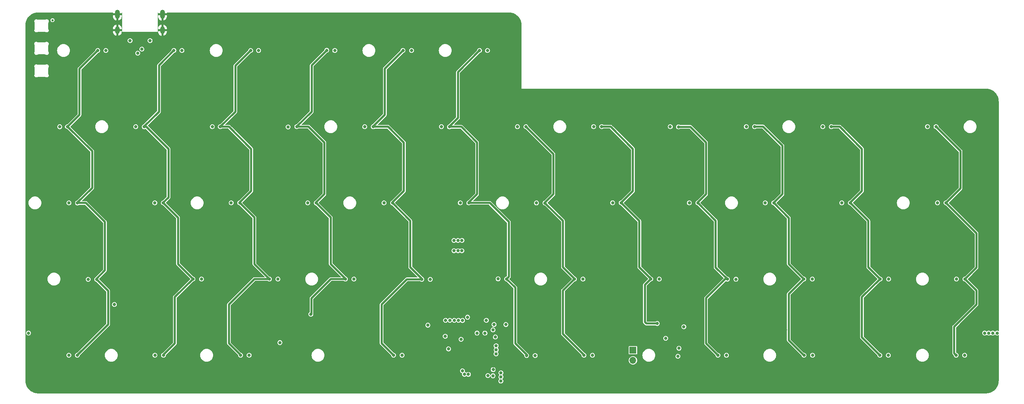
<source format=gbr>
%TF.GenerationSoftware,KiCad,Pcbnew,(7.0.0)*%
%TF.CreationDate,2023-09-15T12:32:04+02:00*%
%TF.ProjectId,vanagon topre,76616e61-676f-46e2-9074-6f7072652e6b,rev?*%
%TF.SameCoordinates,Original*%
%TF.FileFunction,Copper,L3,Inr*%
%TF.FilePolarity,Positive*%
%FSLAX46Y46*%
G04 Gerber Fmt 4.6, Leading zero omitted, Abs format (unit mm)*
G04 Created by KiCad (PCBNEW (7.0.0)) date 2023-09-15 12:32:04*
%MOMM*%
%LPD*%
G01*
G04 APERTURE LIST*
%TA.AperFunction,ComponentPad*%
%ADD10R,1.700000X1.700000*%
%TD*%
%TA.AperFunction,ComponentPad*%
%ADD11O,1.700000X1.700000*%
%TD*%
%TA.AperFunction,ComponentPad*%
%ADD12O,1.200000X2.250000*%
%TD*%
%TA.AperFunction,ComponentPad*%
%ADD13O,1.200000X1.850000*%
%TD*%
%TA.AperFunction,ViaPad*%
%ADD14C,0.800000*%
%TD*%
%TA.AperFunction,ViaPad*%
%ADD15C,0.620000*%
%TD*%
%TA.AperFunction,ViaPad*%
%ADD16C,0.600000*%
%TD*%
%TA.AperFunction,Conductor*%
%ADD17C,0.500000*%
%TD*%
G04 APERTURE END LIST*
D10*
%TO.N,VBAT*%
%TO.C,SW1*%
X180181249Y-133662499D03*
D11*
%TO.N,BOOT0*%
X180181249Y-136202499D03*
%TD*%
D12*
%TO.N,GND*%
%TO.C,J3*%
X51529999Y-49649999D03*
D13*
X51529999Y-53649999D03*
D12*
X62769999Y-49649999D03*
D13*
X62769999Y-53649999D03*
%TD*%
D14*
%TO.N,*%
X50800000Y-122237500D03*
%TO.N,GND*%
X73025000Y-90297000D03*
X181784186Y-124742241D03*
X130692326Y-128558402D03*
X137572029Y-142288666D03*
X142494000Y-86868000D03*
X187325000Y-128587500D03*
X84455000Y-106045000D03*
X130683000Y-134493000D03*
X199644000Y-84074000D03*
X130556000Y-90170000D03*
X129016957Y-139313985D03*
X130556000Y-103378000D03*
X123317000Y-103505000D03*
X65405000Y-106045000D03*
X129033002Y-141191231D03*
X119871686Y-124742241D03*
X212740436Y-124742241D03*
X53196686Y-124742241D03*
X75819000Y-90297000D03*
X40513000Y-127000000D03*
X104655601Y-83944962D03*
X106045000Y-103505000D03*
X101219000Y-65278000D03*
X130556000Y-97028000D03*
X125857000Y-106045000D03*
X43815000Y-84455000D03*
X129396686Y-124742241D03*
X130713297Y-131550693D03*
X40640000Y-69342000D03*
X119380000Y-65278000D03*
X37084000Y-69342000D03*
X106045000Y-106045000D03*
X127015436Y-124742241D03*
X126619000Y-97155000D03*
X196088000Y-127254000D03*
X140843000Y-112014000D03*
X92202000Y-90170000D03*
X68707000Y-82042000D03*
X124524826Y-86976027D03*
X40496686Y-124742241D03*
X216154000Y-86614000D03*
X221488000Y-127127000D03*
X62738000Y-127000000D03*
X126238000Y-142621000D03*
X93024459Y-129662503D03*
X216154000Y-84074000D03*
X184165436Y-124742241D03*
X147637500Y-103187500D03*
X153209186Y-124742241D03*
X220218000Y-105918000D03*
X230996686Y-124742241D03*
X142767073Y-139807927D03*
X103202936Y-124742241D03*
X217502936Y-124742241D03*
X116840000Y-65278000D03*
X42877936Y-124742241D03*
X110346686Y-124742241D03*
X178943000Y-84201000D03*
X71128172Y-128570780D03*
X35179000Y-66421000D03*
X217678000Y-103378000D03*
X228615436Y-124742241D03*
X68707000Y-84582000D03*
X98425000Y-87122000D03*
X82042000Y-67818000D03*
X95250000Y-87122000D03*
X35052000Y-70231000D03*
X105584186Y-124742241D03*
X160274000Y-127254000D03*
X256381250Y-128587500D03*
X212725000Y-127381000D03*
X140843000Y-109728000D03*
X79502000Y-65278000D03*
X135255000Y-67818000D03*
X124634186Y-124742241D03*
X241300000Y-127254000D03*
X150368000Y-103251000D03*
X191309186Y-124742241D03*
X172259186Y-124742241D03*
X141287500Y-134937500D03*
X237617000Y-105918000D03*
X65405000Y-82042000D03*
X67437000Y-127000000D03*
X108077000Y-87122000D03*
X137795000Y-67818000D03*
X68707000Y-69469000D03*
X46355000Y-84455000D03*
X49530000Y-103378000D03*
X235966000Y-86614000D03*
X238506000Y-86614000D03*
X155590436Y-124742241D03*
X135255000Y-65278000D03*
X226234186Y-124742241D03*
X57150000Y-103378000D03*
X60960000Y-65278000D03*
X126619000Y-92456000D03*
X159385000Y-142113000D03*
X124524826Y-83801027D03*
X197104000Y-86614000D03*
X200834186Y-124742241D03*
X122252936Y-124742241D03*
X163957000Y-105918000D03*
X140843000Y-119761000D03*
X163957000Y-103378000D03*
X60325000Y-127000000D03*
X147652936Y-124742241D03*
X142890436Y-124742241D03*
X177021686Y-124742241D03*
X238887000Y-127254000D03*
X43434000Y-66548000D03*
X226187000Y-127127000D03*
X60977995Y-69177863D03*
X200787000Y-127254000D03*
X46355000Y-86995000D03*
X91296686Y-124742241D03*
X93677936Y-124742241D03*
X83080417Y-84114370D03*
X81788000Y-127254000D03*
X241315436Y-124742241D03*
D15*
X37100000Y-51152500D03*
D14*
X126746000Y-108077000D03*
X89027000Y-87122000D03*
X70485000Y-86995000D03*
X126619000Y-94615000D03*
X115062000Y-127381000D03*
X101480601Y-83944962D03*
D15*
X29875000Y-51152500D03*
D14*
X130556000Y-101600000D03*
X32893000Y-142748000D03*
X174117000Y-142081250D03*
X123317000Y-106045000D03*
X161417000Y-84328000D03*
X49530000Y-105918000D03*
X49532813Y-128598196D03*
X183007000Y-103378000D03*
X231013000Y-127254000D03*
X73025000Y-86995000D03*
X78994000Y-86995000D03*
X68707000Y-77216000D03*
X240157000Y-105918000D03*
X196071686Y-124742241D03*
X98440436Y-124742241D03*
X63119000Y-69215000D03*
D15*
X37100000Y-62417500D03*
D14*
X238506000Y-84074000D03*
X150368000Y-106426000D03*
X57959186Y-124742241D03*
X148463000Y-128524000D03*
X174640436Y-124742241D03*
D15*
X29875000Y-56785000D03*
D14*
X62865000Y-87122000D03*
X43434000Y-69342000D03*
X53213000Y-127000000D03*
X245999000Y-127254000D03*
X52451000Y-65278000D03*
X134143750Y-130968750D03*
X53975000Y-103378000D03*
X88915436Y-124742241D03*
X199517000Y-105918000D03*
X161417000Y-105918000D03*
X189323743Y-127000487D03*
X199517000Y-103378000D03*
X142494000Y-84328000D03*
X117856000Y-87122000D03*
X77089000Y-127254000D03*
X77575445Y-128598196D03*
X197104000Y-84074000D03*
X87757000Y-142748000D03*
X45259186Y-124742241D03*
X125857000Y-103505000D03*
X183007000Y-105918000D03*
X62865000Y-84582000D03*
X65405000Y-84582000D03*
X67484186Y-124742241D03*
X236243016Y-127624810D03*
X169877936Y-124742241D03*
X181483000Y-86741000D03*
X112727936Y-124742241D03*
X147637500Y-106362500D03*
X77009186Y-124742241D03*
X68707000Y-79502000D03*
X104648000Y-90170000D03*
X111918750Y-128587500D03*
X42926000Y-127000000D03*
X180467000Y-105918000D03*
D15*
X37100000Y-62417500D03*
X29875000Y-51152500D03*
D14*
X55653979Y-59080896D03*
X221471686Y-124742241D03*
X133223000Y-103505000D03*
X210359186Y-124742241D03*
X50815436Y-124742241D03*
X47640436Y-124742241D03*
X114427000Y-87122000D03*
X248539000Y-127254000D03*
X59055000Y-59088750D03*
X119888000Y-127381000D03*
X235759186Y-124742241D03*
X238934186Y-124742241D03*
X130556000Y-92456000D03*
X57912000Y-127000000D03*
X98679000Y-67818000D03*
X86995000Y-103505000D03*
X145271686Y-124742241D03*
X79502000Y-67818000D03*
X67056000Y-89408000D03*
X132588000Y-108839000D03*
X89154000Y-90170000D03*
X127000000Y-127254000D03*
X86995000Y-106045000D03*
X74676000Y-127254000D03*
X36703000Y-142748000D03*
X160352936Y-124742241D03*
X119380000Y-67818000D03*
X161417000Y-86868000D03*
X100821686Y-124742241D03*
X86534186Y-124742241D03*
X142875000Y-122428000D03*
X59687000Y-61118750D03*
X133350000Y-138049000D03*
X178943000Y-86741000D03*
X162941000Y-142113000D03*
X86255417Y-86995000D03*
X138938000Y-106172000D03*
D15*
X29875000Y-62417500D03*
D14*
X161417000Y-103378000D03*
X92202000Y-87122000D03*
X167496686Y-124742241D03*
X147656277Y-131481250D03*
X65405000Y-87122000D03*
X121349826Y-83801027D03*
X103505000Y-106045000D03*
X126619000Y-67818000D03*
X90932000Y-126492000D03*
X62992000Y-65278000D03*
X55626000Y-127000000D03*
X47625000Y-127000000D03*
X126619000Y-101600000D03*
X108077000Y-90170000D03*
X55577936Y-124742241D03*
X165115436Y-124742241D03*
X75819000Y-86995000D03*
X157988000Y-127254000D03*
X46990000Y-103378000D03*
X130556000Y-94615000D03*
X180467000Y-103378000D03*
X115109186Y-124742241D03*
X130556000Y-99314000D03*
X210441976Y-127243260D03*
X68707000Y-67564000D03*
X114300000Y-90170000D03*
X128651000Y-86995000D03*
X202057000Y-105918000D03*
X177038000Y-142081250D03*
X186546686Y-124742241D03*
X203200000Y-127254000D03*
X237617000Y-103378000D03*
X266700000Y-88106250D03*
X98679000Y-65278000D03*
X228600000Y-127127000D03*
X205596686Y-124742241D03*
X146833514Y-129397867D03*
X65405000Y-103505000D03*
X32543750Y-71437500D03*
X111379000Y-87122000D03*
X57531000Y-65659000D03*
X86255417Y-84114370D03*
X248459186Y-124742241D03*
X139954000Y-86868000D03*
X126619000Y-99314000D03*
X207977936Y-124742241D03*
X103505000Y-103505000D03*
X67945000Y-103505000D03*
X72263000Y-127127000D03*
X101219000Y-67818000D03*
X218694000Y-84074000D03*
X95250000Y-90170000D03*
X217551000Y-127254000D03*
X218694000Y-86614000D03*
X69865436Y-124742241D03*
D15*
X29875000Y-56785000D03*
D14*
X246077936Y-124742241D03*
X134239000Y-110109000D03*
X128397000Y-83820000D03*
X218225500Y-128587500D03*
X83080417Y-86995000D03*
X129286000Y-142621000D03*
X250825000Y-127254000D03*
X37101630Y-54199602D03*
X202057000Y-103378000D03*
X124587000Y-90170000D03*
X215121686Y-124742241D03*
X101480601Y-87119962D03*
X243696686Y-124742241D03*
X74627936Y-124742241D03*
X81771686Y-124742241D03*
X124641410Y-127264270D03*
X96059186Y-124742241D03*
X223852936Y-124742241D03*
X181483000Y-84201000D03*
X157971686Y-124742241D03*
X193690436Y-124742241D03*
X199644000Y-86614000D03*
X152908000Y-103378000D03*
X70231000Y-90297000D03*
X56642000Y-142748000D03*
X59182000Y-69159697D03*
X130937000Y-86995000D03*
X158877000Y-86868000D03*
X139954000Y-84328000D03*
X86487000Y-127254000D03*
X240157000Y-103378000D03*
X92680732Y-124674500D03*
X217678000Y-105918000D03*
X43815000Y-86995000D03*
X84152936Y-124742241D03*
X159543750Y-128587500D03*
X95123000Y-136779000D03*
X116840000Y-67818000D03*
D15*
X29875000Y-62417500D03*
D14*
X188927936Y-124742241D03*
X253221686Y-124742241D03*
X137795000Y-65278000D03*
X208026000Y-127254000D03*
X84455000Y-103505000D03*
X121349826Y-86976027D03*
X107965436Y-124742241D03*
X131777936Y-124742241D03*
X50800000Y-127000000D03*
X86233000Y-90170000D03*
X60996161Y-71157940D03*
X235966000Y-84074000D03*
X46990000Y-105918000D03*
X220218000Y-103378000D03*
X82042000Y-65278000D03*
X72246686Y-124742241D03*
X65405000Y-79502000D03*
X203215436Y-124742241D03*
X52324000Y-71120000D03*
X40640000Y-66548000D03*
X68722701Y-71437500D03*
X233377936Y-124742241D03*
X124333000Y-67818000D03*
X67945000Y-106045000D03*
X140462000Y-107188000D03*
X62721686Y-124742241D03*
X52959000Y-142748000D03*
X111379000Y-90170000D03*
X205613000Y-127254000D03*
X179402936Y-124742241D03*
X45212000Y-127000000D03*
D15*
X37100000Y-51152500D03*
D14*
X60340436Y-124742241D03*
X104655601Y-87119962D03*
X250840436Y-124742241D03*
%TO.N,ROW0*%
X67648225Y-58737500D03*
X134493000Y-126191741D03*
X143874401Y-58747746D03*
X86757503Y-58724331D03*
X135514854Y-106200500D03*
X48649298Y-58737499D03*
X124929108Y-58720208D03*
X105777884Y-58720208D03*
X135509000Y-108799500D03*
%TO.N,COL0*%
X41582957Y-96860554D03*
X39127580Y-77772690D03*
X46635844Y-58737499D03*
X41532725Y-134918567D03*
X46355303Y-115955023D03*
%TO.N,COL1*%
X58217004Y-77813436D03*
X65630929Y-58749027D03*
X63022853Y-134927213D03*
X63005962Y-96849027D03*
X70379459Y-115871849D03*
%TO.N,COL2*%
X89465682Y-115870208D03*
X82288991Y-134902917D03*
X84774789Y-58735859D03*
X82061445Y-96837500D03*
X77202641Y-77787499D03*
%TO.N,COL3*%
X96292024Y-77761563D03*
X101142185Y-96860554D03*
X103754824Y-58685626D03*
X99824482Y-124674500D03*
X108437432Y-115880495D03*
%TO.N,COL4*%
X120439224Y-134901276D03*
X127474942Y-115932368D03*
X115362962Y-77803150D03*
X122785011Y-58720208D03*
X120176975Y-96853149D03*
%TO.N,COL5*%
X134391067Y-77813436D03*
X153661931Y-134977445D03*
X139219130Y-96837499D03*
X141907058Y-58737499D03*
X148665196Y-115845913D03*
%TO.N,ROW1*%
X132393944Y-77761563D03*
X113236156Y-77785859D03*
X136508503Y-108799500D03*
X136514357Y-106200500D03*
X94139281Y-77839373D03*
X189495115Y-77797786D03*
X135584302Y-126191741D03*
X227532152Y-77787499D03*
X75205518Y-77787499D03*
X37144866Y-77807272D03*
X170365218Y-77787500D03*
X151353644Y-77787499D03*
X208467224Y-77789140D03*
X253679673Y-77754558D03*
X56116134Y-77787499D03*
%TO.N,COL6*%
X165599800Y-115871849D03*
X158249439Y-96870441D03*
X153480451Y-77787499D03*
X167960477Y-134920209D03*
%TO.N,COL7*%
X184596286Y-115870208D03*
X177233637Y-96814445D03*
X172388278Y-77761563D03*
X186245500Y-127000000D03*
%TO.N,COL8*%
X201384873Y-134904558D03*
X191544111Y-77823723D03*
X196369130Y-96837500D03*
X203751673Y-115904791D03*
%TO.N,COL9*%
X222862633Y-134914845D03*
X222817323Y-115870209D03*
X210542157Y-77754558D03*
X215326911Y-96849027D03*
%TO.N,COL10*%
X229671927Y-77787499D03*
X241848270Y-115870209D03*
X241798159Y-134920208D03*
X234423021Y-96837500D03*
%TO.N,COL11*%
X263025479Y-115879815D03*
X191393857Y-135185820D03*
X260837192Y-134912524D03*
X255806480Y-77771849D03*
X191674500Y-133188114D03*
X258312931Y-96816086D03*
%TO.N,ROW2*%
X194242323Y-96820209D03*
X137508006Y-108799500D03*
X156122632Y-96853150D03*
X175106830Y-96797154D03*
X118050168Y-96835858D03*
X213200104Y-96831736D03*
X79934638Y-96820209D03*
X137092323Y-96820208D03*
X232296214Y-96820209D03*
X256186124Y-96798795D03*
X136652000Y-126191741D03*
X99015378Y-96843263D03*
X39456150Y-96843263D03*
X60879155Y-96831736D03*
X137513860Y-106200500D03*
%TO.N,ROW3*%
X91592489Y-115887499D03*
X224944130Y-115887500D03*
X167726607Y-115889140D03*
X129601749Y-115949659D03*
X186723093Y-115887499D03*
X146538389Y-115828622D03*
X205878480Y-115922082D03*
X72506266Y-115889140D03*
X260898672Y-115862524D03*
X243975077Y-115887500D03*
X133425211Y-126191741D03*
X110564239Y-115897786D03*
X44228496Y-115937732D03*
%TO.N,ROW4*%
X243924966Y-134937499D03*
X262963999Y-134929815D03*
X145542000Y-127254000D03*
X148463000Y-127254000D03*
X137668000Y-126238000D03*
X143599355Y-126191741D03*
X39405918Y-134901276D03*
X122566031Y-134918567D03*
X84415798Y-134920208D03*
X155788738Y-134994736D03*
X60896046Y-134909922D03*
X203511680Y-134921849D03*
X170087284Y-134937500D03*
X224989440Y-134932136D03*
%TO.N,VBAT*%
X137628225Y-138797732D03*
X143262000Y-129381250D03*
X145840027Y-130370204D03*
X138906250Y-125412500D03*
X188341000Y-130683000D03*
X92075000Y-131762500D03*
X141287500Y-129381250D03*
X145304807Y-138521768D03*
X137287000Y-130937000D03*
%TO.N,APLEX_OUT_PIN_0*%
X129007714Y-127420214D03*
X192881250Y-127793750D03*
%TO.N,VCC*%
X59690000Y-56261000D03*
X54700000Y-56261000D03*
%TO.N,APLEX_EN_PIN_1*%
X145256250Y-128587500D03*
X133350000Y-130175000D03*
%TO.N,D-*%
X57646247Y-58398253D03*
X56600574Y-59401776D03*
%TO.N,AMUX_SEL_2*%
X146050000Y-132556250D03*
X147248095Y-139310595D03*
%TO.N,AMUX_SEL_1*%
X146062548Y-133568301D03*
X147244161Y-140331260D03*
%TO.N,AMUX_SEL_0*%
X147242753Y-141387315D03*
X146040758Y-134567566D03*
%TO.N,ARGB_3V3*%
X29368750Y-129381250D03*
X134143750Y-133350000D03*
D16*
%TO.N,unconnected-(LED3-DOUT-Pad2)*%
X35325000Y-51152500D03*
X35325000Y-51152500D03*
D14*
%TO.N,ENC1*%
X268969747Y-129381250D03*
X143983244Y-139999500D03*
%TO.N,ENC2*%
X139119948Y-139705878D03*
X269969250Y-129381250D03*
%TO.N,SW1*%
X145256250Y-140056086D03*
X267970244Y-129381250D03*
%TO.N,SW2*%
X271062500Y-129381250D03*
X138112500Y-139700000D03*
%TD*%
D17*
%TO.N,COL0*%
X46355303Y-115955023D02*
X49212500Y-118812220D01*
X46635844Y-58737499D02*
X42068750Y-63304593D01*
X42068750Y-63304593D02*
X42068750Y-74831520D01*
X41582957Y-96860554D02*
X43679304Y-96860554D01*
X48418750Y-101600000D02*
X48418750Y-113712500D01*
X39797010Y-77103260D02*
X39127580Y-77772690D01*
X43679304Y-96860554D02*
X48418750Y-101600000D01*
X45243750Y-83888860D02*
X45243750Y-93075000D01*
X41532725Y-134918567D02*
X49212500Y-127238792D01*
X45243750Y-93075000D02*
X41481250Y-96837500D01*
X49212500Y-127238792D02*
X49212500Y-127000000D01*
X39127580Y-77772690D02*
X45243750Y-83888860D01*
X42068750Y-74831520D02*
X39797010Y-77103260D01*
X46243750Y-130175000D02*
X41481250Y-134937500D01*
X49212500Y-118812220D02*
X49212500Y-127000000D01*
X39797010Y-77103260D02*
X39112770Y-77787500D01*
X39112770Y-77787500D02*
X38893750Y-77787500D01*
X48418750Y-113712500D02*
X46243750Y-115887500D01*
%TO.N,COL1*%
X64293750Y-95456250D02*
X62912500Y-96837500D01*
X66675000Y-112125000D02*
X70437500Y-115887500D01*
X65630929Y-58749027D02*
X61912500Y-62467456D01*
X64293750Y-83343750D02*
X64293750Y-95456250D01*
X65881250Y-120370058D02*
X65881250Y-131968750D01*
X61912500Y-74025000D02*
X58150000Y-77787500D01*
X58217004Y-77813436D02*
X58763436Y-77813436D01*
X65881250Y-131968750D02*
X62912500Y-134937500D01*
X58763436Y-77813436D02*
X64293750Y-83343750D01*
X61912500Y-62467456D02*
X61912500Y-74025000D01*
X70379459Y-115871849D02*
X65881250Y-120370058D01*
X63005962Y-96849027D02*
X66675000Y-100518065D01*
X66675000Y-100518065D02*
X66675000Y-112125000D01*
%TO.N,COL2*%
X84931250Y-83343750D02*
X84931250Y-93868750D01*
X80962500Y-62548148D02*
X80962500Y-74027640D01*
X79374999Y-77787499D02*
X84931250Y-83343750D01*
X79375000Y-131968750D02*
X79375000Y-131762500D01*
X89465682Y-115870208D02*
X85742292Y-115870208D01*
X84774789Y-58735859D02*
X80962500Y-62548148D01*
X85725000Y-100501055D02*
X85725000Y-112129526D01*
X80962500Y-74027640D02*
X77202641Y-77787499D01*
X84931250Y-93868750D02*
X81962500Y-96837500D01*
X82343750Y-134937500D02*
X79375000Y-131968750D01*
X77202641Y-77787499D02*
X79374999Y-77787499D01*
X79375000Y-122237500D02*
X79375000Y-131762500D01*
X85725000Y-112129526D02*
X89465682Y-115870208D01*
X85742292Y-115870208D02*
X79375000Y-122237500D01*
X82061445Y-96837500D02*
X85725000Y-100501055D01*
%TO.N,COL3*%
X96292024Y-77761563D02*
X99192813Y-77761563D01*
X103187500Y-81756250D02*
X103187500Y-94662500D01*
X100012500Y-74025000D02*
X96250000Y-77787500D01*
X104775000Y-100493369D02*
X104775000Y-112125000D01*
X99971686Y-120690814D02*
X99971686Y-124527296D01*
X103187500Y-94662500D02*
X101012500Y-96837500D01*
X100012500Y-62427950D02*
X100012500Y-74025000D01*
X104782005Y-115880495D02*
X100012500Y-120650000D01*
X99971686Y-124527296D02*
X99824482Y-124674500D01*
X99192813Y-77761563D02*
X103187500Y-81756250D01*
X108437432Y-115880495D02*
X104782005Y-115880495D01*
X101142185Y-96860554D02*
X104775000Y-100493369D01*
X103754824Y-58685626D02*
X100012500Y-62427950D01*
X104775000Y-112125000D02*
X108537500Y-115887500D01*
X100012500Y-120650000D02*
X99971686Y-120690814D01*
%TO.N,COL4*%
X124618750Y-101294924D02*
X124618750Y-112918750D01*
X120176975Y-96853149D02*
X124618750Y-101294924D01*
X123031250Y-93868750D02*
X120062500Y-96837500D01*
X115362962Y-77803150D02*
X119078150Y-77803150D01*
X119078150Y-77803150D02*
X123031250Y-81756250D01*
X124618750Y-112918750D02*
X127587500Y-115887500D01*
X118268750Y-63293750D02*
X118268750Y-74818750D01*
X122825000Y-58737500D02*
X118268750Y-63293750D01*
X118268750Y-74818750D02*
X115300000Y-77787500D01*
X117475000Y-131968750D02*
X120443750Y-134937500D01*
X123780132Y-115932368D02*
X117475000Y-122237500D01*
X117475000Y-122237500D02*
X117475000Y-131968750D01*
X123031250Y-81756250D02*
X123031250Y-93868750D01*
X127474942Y-115932368D02*
X123780132Y-115932368D01*
%TO.N,COL5*%
X134391067Y-77813436D02*
X137344686Y-77813436D01*
X144462500Y-96837500D02*
X149225000Y-101600000D01*
X141287500Y-94662500D02*
X139112500Y-96837500D01*
X141287500Y-81756250D02*
X141287500Y-94662500D01*
X141907058Y-58737499D02*
X136525000Y-64119557D01*
X149225000Y-101600000D02*
X149225000Y-115286109D01*
X136525000Y-64119557D02*
X136525000Y-75612500D01*
X139112500Y-96837500D02*
X144462500Y-96837500D01*
X150812500Y-131968750D02*
X153781250Y-134937500D01*
X137344686Y-77813436D02*
X141287500Y-81756250D01*
X149225000Y-115286109D02*
X148665196Y-115845913D01*
X148665196Y-115845913D02*
X150812500Y-117993217D01*
X136525000Y-75612500D02*
X134350000Y-77787500D01*
X150812500Y-117993217D02*
X150812500Y-131968750D01*
%TO.N,COL6*%
X162718750Y-129587500D02*
X168068750Y-134937500D01*
X162718750Y-101339752D02*
X162718750Y-112918750D01*
X162718750Y-118752899D02*
X162718750Y-129587500D01*
X160337500Y-94662500D02*
X158162500Y-96837500D01*
X158249439Y-96870441D02*
X162718750Y-101339752D01*
X153480451Y-77787499D02*
X160337500Y-84644548D01*
X160337500Y-84644548D02*
X160337500Y-94662500D01*
X165599800Y-115871849D02*
X162718750Y-118752899D01*
X162718750Y-112918750D02*
X165687500Y-115887500D01*
%TO.N,COL7*%
X183253125Y-114403125D02*
X184596286Y-115746286D01*
X183168232Y-117298262D02*
X183168232Y-126634895D01*
X181768750Y-101349558D02*
X181768750Y-112918750D01*
X180181250Y-83343750D02*
X180181250Y-93868750D01*
X174599063Y-77761563D02*
X180181250Y-83343750D01*
X183533337Y-127000000D02*
X186245500Y-127000000D01*
X177233637Y-96814445D02*
X181768750Y-101349558D01*
X184596286Y-115746286D02*
X184596286Y-115870208D01*
X183253125Y-114403125D02*
X184737500Y-115887500D01*
X180181250Y-93868750D02*
X177212500Y-96837500D01*
X172388278Y-77761563D02*
X174599063Y-77761563D01*
X181768750Y-112918750D02*
X183253125Y-114403125D01*
X183168232Y-126634895D02*
X183533337Y-127000000D01*
X184596286Y-115870208D02*
X183168232Y-117298262D01*
%TO.N,COL8*%
X198437500Y-120650000D02*
X198437500Y-131968750D01*
X198437500Y-81756250D02*
X198437500Y-94662500D01*
X198437500Y-131968750D02*
X201406250Y-134937500D01*
X200818750Y-101287120D02*
X200818750Y-112971868D01*
X194504973Y-77823723D02*
X198437500Y-81756250D01*
X203182709Y-115904791D02*
X198437500Y-120650000D01*
X200818750Y-112971868D02*
X203751673Y-115904791D01*
X196369130Y-96837500D02*
X200818750Y-101287120D01*
X203751673Y-115904791D02*
X203182709Y-115904791D01*
X191544111Y-77823723D02*
X194504973Y-77823723D01*
X198437500Y-94662500D02*
X196262500Y-96837500D01*
%TO.N,COL9*%
X210542157Y-77754558D02*
X212692058Y-77754558D01*
X219075000Y-119612532D02*
X219075000Y-131175000D01*
X222817323Y-115870209D02*
X219075000Y-119612532D01*
X215326911Y-96849027D02*
X219075000Y-100597116D01*
X217487500Y-94662500D02*
X215312500Y-96837500D01*
X212692058Y-77754558D02*
X217487500Y-82550000D01*
X219075000Y-100597116D02*
X219075000Y-112125000D01*
X217487500Y-82550000D02*
X217487500Y-94662500D01*
X219075000Y-112125000D02*
X222837500Y-115887500D01*
X219075000Y-131175000D02*
X222837500Y-134937500D01*
%TO.N,COL10*%
X237331250Y-83343750D02*
X237331250Y-93868750D01*
X229671927Y-77787499D02*
X231774999Y-77787499D01*
X238918750Y-101333229D02*
X238918750Y-112918750D01*
X238918750Y-112918750D02*
X241887500Y-115887500D01*
X231774999Y-77787499D02*
X237331250Y-83343750D01*
X234423021Y-96837500D02*
X238918750Y-101333229D01*
X241848270Y-115870209D02*
X237331250Y-120387229D01*
X237331250Y-93868750D02*
X234362500Y-96837500D01*
X237331250Y-120387229D02*
X237331250Y-130453299D01*
X237331250Y-130453299D02*
X241798159Y-134920208D01*
%TO.N,COL11*%
X265906250Y-118760586D02*
X265906250Y-122237500D01*
X255806480Y-77771849D02*
X261937500Y-83902869D01*
X260350000Y-127793750D02*
X260350000Y-134425332D01*
X265906250Y-104409405D02*
X265906250Y-112999044D01*
X261937500Y-93191517D02*
X258312931Y-96816086D01*
X261937500Y-83902869D02*
X261937500Y-93191517D01*
X258312931Y-96816086D02*
X265906250Y-104409405D01*
X265906250Y-112999044D02*
X263025479Y-115879815D01*
X265906250Y-122237500D02*
X260350000Y-127793750D01*
X263025479Y-115879815D02*
X265906250Y-118760586D01*
X260350000Y-134425332D02*
X260837192Y-134912524D01*
%TD*%
%TA.AperFunction,Conductor*%
%TO.N,GND*%
G36*
X50426632Y-49216368D02*
G01*
X50430000Y-49224500D01*
X50430000Y-49397713D01*
X50430669Y-49399330D01*
X50432287Y-49400000D01*
X52627713Y-49400000D01*
X52629330Y-49399330D01*
X52630000Y-49397713D01*
X52630000Y-49224500D01*
X52633368Y-49216368D01*
X52641500Y-49213000D01*
X52674292Y-49213000D01*
X52680043Y-49214541D01*
X52684253Y-49218753D01*
X52685791Y-49224502D01*
X52684574Y-52387400D01*
X52683970Y-53958930D01*
X52683925Y-54074850D01*
X52683884Y-54074950D01*
X52683924Y-54075049D01*
X52683925Y-54075049D01*
X52684042Y-54075333D01*
X52684425Y-54075491D01*
X52684524Y-54075450D01*
X61624955Y-54075450D01*
X61625054Y-54075491D01*
X61625437Y-54075333D01*
X61625554Y-54075049D01*
X61625553Y-54075049D01*
X61625595Y-54074950D01*
X61625554Y-54074850D01*
X61625566Y-54027131D01*
X61670000Y-54027131D01*
X61670025Y-54027674D01*
X61684912Y-54183578D01*
X61685119Y-54184649D01*
X61743997Y-54385168D01*
X61744397Y-54386168D01*
X61840162Y-54571927D01*
X61840746Y-54572836D01*
X61969938Y-54737117D01*
X61970679Y-54737893D01*
X62128620Y-54874751D01*
X62129510Y-54875384D01*
X62310490Y-54979872D01*
X62311484Y-54980326D01*
X62508962Y-55048675D01*
X62510028Y-55048934D01*
X62518363Y-55050132D01*
X62519636Y-55049949D01*
X62520000Y-55048714D01*
X62520000Y-55044512D01*
X63020000Y-55044512D01*
X63020389Y-55045763D01*
X63021697Y-55045846D01*
X63130875Y-55019359D01*
X63131911Y-55019001D01*
X63322009Y-54932187D01*
X63322941Y-54931648D01*
X63493176Y-54810424D01*
X63494004Y-54809707D01*
X63638212Y-54658465D01*
X63638891Y-54657602D01*
X63751867Y-54481807D01*
X63752372Y-54480829D01*
X63830039Y-54286825D01*
X63830347Y-54285776D01*
X63869895Y-54080578D01*
X63870000Y-54079487D01*
X63870000Y-53902287D01*
X63869330Y-53900669D01*
X63867713Y-53900000D01*
X63022287Y-53900000D01*
X63020669Y-53900669D01*
X63020000Y-53902287D01*
X63020000Y-55044512D01*
X62520000Y-55044512D01*
X62520000Y-53902287D01*
X62519330Y-53900669D01*
X62517713Y-53900000D01*
X61672287Y-53900000D01*
X61670669Y-53900669D01*
X61670000Y-53902287D01*
X61670000Y-54027131D01*
X61625566Y-54027131D01*
X61625727Y-53397713D01*
X61670000Y-53397713D01*
X61670669Y-53399330D01*
X61672287Y-53400000D01*
X62517713Y-53400000D01*
X62519330Y-53399330D01*
X62520000Y-53397713D01*
X63020000Y-53397713D01*
X63020669Y-53399330D01*
X63022287Y-53400000D01*
X63867713Y-53400000D01*
X63869330Y-53399330D01*
X63870000Y-53397713D01*
X63870000Y-53272869D01*
X63869974Y-53272325D01*
X63855087Y-53116421D01*
X63854880Y-53115350D01*
X63796002Y-52914831D01*
X63795602Y-52913831D01*
X63699837Y-52728072D01*
X63699253Y-52727163D01*
X63570061Y-52562882D01*
X63569320Y-52562106D01*
X63411379Y-52425248D01*
X63410489Y-52424615D01*
X63229509Y-52320127D01*
X63228515Y-52319673D01*
X63031037Y-52251324D01*
X63029971Y-52251065D01*
X63021636Y-52249867D01*
X63020363Y-52250050D01*
X63020000Y-52251286D01*
X63020000Y-53397713D01*
X62520000Y-53397713D01*
X62520000Y-52255488D01*
X62519610Y-52254236D01*
X62518302Y-52254153D01*
X62409124Y-52280640D01*
X62408088Y-52280998D01*
X62217990Y-52367812D01*
X62217058Y-52368351D01*
X62046823Y-52489575D01*
X62045995Y-52490292D01*
X61901787Y-52641534D01*
X61901108Y-52642397D01*
X61788132Y-52818192D01*
X61787627Y-52819170D01*
X61709960Y-53013174D01*
X61709652Y-53014223D01*
X61670104Y-53219421D01*
X61670000Y-53220513D01*
X61670000Y-53397713D01*
X61625727Y-53397713D01*
X61626537Y-50227131D01*
X61670000Y-50227131D01*
X61670025Y-50227674D01*
X61684912Y-50383578D01*
X61685119Y-50384649D01*
X61743997Y-50585168D01*
X61744397Y-50586168D01*
X61840162Y-50771927D01*
X61840746Y-50772836D01*
X61969938Y-50937117D01*
X61970679Y-50937893D01*
X62128620Y-51074751D01*
X62129510Y-51075384D01*
X62310490Y-51179872D01*
X62311484Y-51180326D01*
X62508962Y-51248675D01*
X62510028Y-51248934D01*
X62518363Y-51250132D01*
X62519636Y-51249949D01*
X62520000Y-51248714D01*
X62520000Y-51244512D01*
X63020000Y-51244512D01*
X63020389Y-51245763D01*
X63021697Y-51245846D01*
X63130875Y-51219359D01*
X63131911Y-51219001D01*
X63322009Y-51132187D01*
X63322941Y-51131648D01*
X63493176Y-51010424D01*
X63494004Y-51009707D01*
X63638212Y-50858465D01*
X63638891Y-50857602D01*
X63751867Y-50681807D01*
X63752372Y-50680829D01*
X63830039Y-50486825D01*
X63830347Y-50485776D01*
X63869895Y-50280578D01*
X63870000Y-50279487D01*
X63870000Y-49902287D01*
X63869330Y-49900669D01*
X63867713Y-49900000D01*
X63022287Y-49900000D01*
X63020669Y-49900669D01*
X63020000Y-49902287D01*
X63020000Y-51244512D01*
X62520000Y-51244512D01*
X62520000Y-49902287D01*
X62519330Y-49900669D01*
X62517713Y-49900000D01*
X61672287Y-49900000D01*
X61670669Y-49900669D01*
X61670000Y-49902287D01*
X61670000Y-50227131D01*
X61626537Y-50227131D01*
X61626793Y-49224496D01*
X61630162Y-49216367D01*
X61638293Y-49213000D01*
X61658500Y-49213000D01*
X61666632Y-49216368D01*
X61670000Y-49224500D01*
X61670000Y-49397713D01*
X61670669Y-49399330D01*
X61672287Y-49400000D01*
X63867713Y-49400000D01*
X63869330Y-49399330D01*
X63870000Y-49397713D01*
X63870000Y-49224500D01*
X63873368Y-49216368D01*
X63881500Y-49213000D01*
X149224500Y-49213000D01*
X149224703Y-49213000D01*
X149225305Y-49213016D01*
X149358279Y-49219988D01*
X149358317Y-49220006D01*
X149358317Y-49219991D01*
X149358541Y-49220002D01*
X149563552Y-49231522D01*
X149564660Y-49231641D01*
X149725845Y-49257174D01*
X149903189Y-49287311D01*
X149904226Y-49287537D01*
X150066627Y-49331057D01*
X150066797Y-49331104D01*
X150234800Y-49379509D01*
X150235701Y-49379811D01*
X150394610Y-49440813D01*
X150394727Y-49440860D01*
X150554454Y-49507023D01*
X150555237Y-49507384D01*
X150707780Y-49585111D01*
X150708078Y-49585270D01*
X150858411Y-49668358D01*
X150859108Y-49668776D01*
X151003170Y-49762333D01*
X151003449Y-49762522D01*
X151129467Y-49851938D01*
X151143140Y-49861640D01*
X151143722Y-49862082D01*
X151277399Y-49970332D01*
X151277813Y-49970684D01*
X151405281Y-50084597D01*
X151405750Y-50085040D01*
X151527458Y-50206748D01*
X151527901Y-50207217D01*
X151641814Y-50334685D01*
X151642176Y-50335111D01*
X151750416Y-50468776D01*
X151750858Y-50469358D01*
X151762508Y-50485776D01*
X151849962Y-50609030D01*
X151850183Y-50609355D01*
X151909186Y-50700209D01*
X151943720Y-50753387D01*
X151944140Y-50754087D01*
X152027216Y-50904397D01*
X152027398Y-50904739D01*
X152105105Y-51057243D01*
X152105483Y-51058063D01*
X152171611Y-51217703D01*
X152171722Y-51217983D01*
X152232681Y-51376780D01*
X152232995Y-51377717D01*
X152281388Y-51545682D01*
X152281446Y-51545889D01*
X152324959Y-51708267D01*
X152325188Y-51709317D01*
X152355320Y-51886631D01*
X152355341Y-51886759D01*
X152380854Y-52047816D01*
X152380978Y-52048970D01*
X152392509Y-52254181D01*
X152392511Y-52254224D01*
X152399484Y-52387195D01*
X152399500Y-52387797D01*
X152399500Y-52388000D01*
X152399500Y-68262401D01*
X152399459Y-68262500D01*
X152399500Y-68262599D01*
X152399617Y-68262883D01*
X152400000Y-68263041D01*
X152400099Y-68263000D01*
X161924901Y-68263000D01*
X161925099Y-68263000D01*
X235346776Y-68263000D01*
X235346974Y-68263000D01*
X248046776Y-68263000D01*
X248046974Y-68263000D01*
X268287000Y-68263000D01*
X268287203Y-68263000D01*
X268287805Y-68263016D01*
X268420702Y-68269980D01*
X268420740Y-68269998D01*
X268420740Y-68269983D01*
X268420928Y-68269992D01*
X268626064Y-68281513D01*
X268627170Y-68281632D01*
X268788102Y-68307121D01*
X268788219Y-68307186D01*
X268788226Y-68307141D01*
X268965712Y-68337297D01*
X268966762Y-68337527D01*
X269129019Y-68381004D01*
X269129227Y-68381061D01*
X269297333Y-68429491D01*
X269298216Y-68429788D01*
X269423140Y-68477742D01*
X269457024Y-68490749D01*
X269457304Y-68490860D01*
X269504806Y-68510535D01*
X269616975Y-68556997D01*
X269617759Y-68557359D01*
X269709741Y-68604226D01*
X269770270Y-68635067D01*
X269770612Y-68635249D01*
X269920934Y-68718329D01*
X269921634Y-68718749D01*
X270065692Y-68812301D01*
X270065989Y-68812503D01*
X270205660Y-68911605D01*
X270206242Y-68912047D01*
X270339916Y-69020294D01*
X270340342Y-69020656D01*
X270467812Y-69134570D01*
X270468281Y-69135013D01*
X270589985Y-69256717D01*
X270590428Y-69257186D01*
X270704342Y-69384656D01*
X270704704Y-69385082D01*
X270812951Y-69518756D01*
X270813393Y-69519338D01*
X270912481Y-69658989D01*
X270912713Y-69659332D01*
X270942777Y-69705625D01*
X271006249Y-69803364D01*
X271006669Y-69804064D01*
X271089749Y-69954386D01*
X271089931Y-69954728D01*
X271167631Y-70107222D01*
X271168009Y-70108042D01*
X271234138Y-70267694D01*
X271234249Y-70267974D01*
X271295201Y-70426755D01*
X271295516Y-70427692D01*
X271343937Y-70595771D01*
X271343994Y-70595979D01*
X271387471Y-70758236D01*
X271387701Y-70759286D01*
X271417858Y-70936772D01*
X271417878Y-70936899D01*
X271443363Y-71097804D01*
X271443487Y-71098958D01*
X271455017Y-71304258D01*
X271455019Y-71304301D01*
X271461984Y-71437195D01*
X271462000Y-71437797D01*
X271462000Y-128907563D01*
X271458979Y-128915332D01*
X271451502Y-128919019D01*
X271443499Y-128916687D01*
X271441733Y-128915332D01*
X271365341Y-128856714D01*
X271364651Y-128856428D01*
X271364649Y-128856427D01*
X271219953Y-128796492D01*
X271219951Y-128796491D01*
X271219262Y-128796206D01*
X271218520Y-128796108D01*
X271218519Y-128796108D01*
X271063244Y-128775666D01*
X271062500Y-128775568D01*
X271061756Y-128775666D01*
X270906480Y-128796108D01*
X270906477Y-128796108D01*
X270905738Y-128796206D01*
X270905050Y-128796490D01*
X270905046Y-128796492D01*
X270760350Y-128856427D01*
X270760345Y-128856429D01*
X270759659Y-128856714D01*
X270759069Y-128857166D01*
X270759065Y-128857169D01*
X270634815Y-128952509D01*
X270634811Y-128952512D01*
X270634218Y-128952968D01*
X270633762Y-128953561D01*
X270633759Y-128953565D01*
X270538419Y-129077815D01*
X270538416Y-129077819D01*
X270537964Y-129078409D01*
X270537679Y-129079095D01*
X270537677Y-129079100D01*
X270526500Y-129106085D01*
X270520276Y-129112309D01*
X270511474Y-129112309D01*
X270505250Y-129106085D01*
X270494072Y-129079100D01*
X270493786Y-129078409D01*
X270397532Y-128952968D01*
X270316687Y-128890934D01*
X270272684Y-128857169D01*
X270272683Y-128857168D01*
X270272091Y-128856714D01*
X270271401Y-128856428D01*
X270271399Y-128856427D01*
X270126703Y-128796492D01*
X270126701Y-128796491D01*
X270126012Y-128796206D01*
X270125270Y-128796108D01*
X270125269Y-128796108D01*
X269969994Y-128775666D01*
X269969250Y-128775568D01*
X269968506Y-128775666D01*
X269813230Y-128796108D01*
X269813227Y-128796108D01*
X269812488Y-128796206D01*
X269811800Y-128796490D01*
X269811796Y-128796492D01*
X269667100Y-128856427D01*
X269667095Y-128856429D01*
X269666409Y-128856714D01*
X269665819Y-128857166D01*
X269665815Y-128857169D01*
X269541565Y-128952509D01*
X269541561Y-128952512D01*
X269540968Y-128952968D01*
X269540512Y-128953561D01*
X269540509Y-128953565D01*
X269478622Y-129034218D01*
X269472956Y-129038185D01*
X269466040Y-129038185D01*
X269460374Y-129034218D01*
X269398487Y-128953565D01*
X269398029Y-128952968D01*
X269317184Y-128890934D01*
X269273181Y-128857169D01*
X269273180Y-128857168D01*
X269272588Y-128856714D01*
X269271898Y-128856428D01*
X269271896Y-128856427D01*
X269127200Y-128796492D01*
X269127198Y-128796491D01*
X269126509Y-128796206D01*
X269125767Y-128796108D01*
X269125766Y-128796108D01*
X268970491Y-128775666D01*
X268969747Y-128775568D01*
X268969003Y-128775666D01*
X268813727Y-128796108D01*
X268813724Y-128796108D01*
X268812985Y-128796206D01*
X268812297Y-128796490D01*
X268812293Y-128796492D01*
X268667597Y-128856427D01*
X268667592Y-128856429D01*
X268666906Y-128856714D01*
X268666316Y-128857166D01*
X268666312Y-128857169D01*
X268542062Y-128952509D01*
X268542058Y-128952512D01*
X268541465Y-128952968D01*
X268541009Y-128953561D01*
X268541006Y-128953565D01*
X268479119Y-129034218D01*
X268473453Y-129038185D01*
X268466537Y-129038185D01*
X268460871Y-129034218D01*
X268398984Y-128953565D01*
X268398526Y-128952968D01*
X268317681Y-128890934D01*
X268273678Y-128857169D01*
X268273677Y-128857168D01*
X268273085Y-128856714D01*
X268272395Y-128856428D01*
X268272393Y-128856427D01*
X268127697Y-128796492D01*
X268127695Y-128796491D01*
X268127006Y-128796206D01*
X268126264Y-128796108D01*
X268126263Y-128796108D01*
X267970988Y-128775666D01*
X267970244Y-128775568D01*
X267969500Y-128775666D01*
X267814224Y-128796108D01*
X267814221Y-128796108D01*
X267813482Y-128796206D01*
X267812794Y-128796490D01*
X267812790Y-128796492D01*
X267668094Y-128856427D01*
X267668089Y-128856429D01*
X267667403Y-128856714D01*
X267666813Y-128857166D01*
X267666809Y-128857169D01*
X267542559Y-128952509D01*
X267542555Y-128952512D01*
X267541962Y-128952968D01*
X267541506Y-128953561D01*
X267541503Y-128953565D01*
X267446163Y-129077815D01*
X267446160Y-129077819D01*
X267445708Y-129078409D01*
X267445423Y-129079095D01*
X267445421Y-129079100D01*
X267385486Y-129223796D01*
X267385484Y-129223800D01*
X267385200Y-129224488D01*
X267364562Y-129381250D01*
X267385200Y-129538012D01*
X267385485Y-129538701D01*
X267385486Y-129538703D01*
X267436875Y-129662768D01*
X267445708Y-129684091D01*
X267446162Y-129684683D01*
X267446163Y-129684684D01*
X267527413Y-129790572D01*
X267541962Y-129809532D01*
X267667403Y-129905786D01*
X267813482Y-129966294D01*
X267970244Y-129986932D01*
X268127006Y-129966294D01*
X268273085Y-129905786D01*
X268398526Y-129809532D01*
X268460872Y-129728279D01*
X268466537Y-129724313D01*
X268473453Y-129724313D01*
X268479117Y-129728279D01*
X268541465Y-129809532D01*
X268666906Y-129905786D01*
X268812985Y-129966294D01*
X268969747Y-129986932D01*
X269126509Y-129966294D01*
X269272588Y-129905786D01*
X269398029Y-129809532D01*
X269460375Y-129728279D01*
X269466040Y-129724313D01*
X269472956Y-129724313D01*
X269478620Y-129728279D01*
X269540968Y-129809532D01*
X269666409Y-129905786D01*
X269812488Y-129966294D01*
X269969250Y-129986932D01*
X270126012Y-129966294D01*
X270272091Y-129905786D01*
X270397532Y-129809532D01*
X270493786Y-129684091D01*
X270505250Y-129656413D01*
X270509486Y-129651253D01*
X270515875Y-129649315D01*
X270522264Y-129651253D01*
X270526499Y-129656413D01*
X270537964Y-129684091D01*
X270538418Y-129684683D01*
X270538419Y-129684684D01*
X270619669Y-129790572D01*
X270634218Y-129809532D01*
X270759659Y-129905786D01*
X270905738Y-129966294D01*
X271062500Y-129986932D01*
X271219262Y-129966294D01*
X271365341Y-129905786D01*
X271443499Y-129845812D01*
X271451502Y-129843481D01*
X271458979Y-129847168D01*
X271462000Y-129854937D01*
X271462000Y-141287203D01*
X271461984Y-141287805D01*
X271455019Y-141420698D01*
X271455017Y-141420741D01*
X271443487Y-141626040D01*
X271443363Y-141627194D01*
X271417878Y-141788100D01*
X271417858Y-141788227D01*
X271387701Y-141965712D01*
X271387471Y-141966762D01*
X271343994Y-142129019D01*
X271343937Y-142129227D01*
X271295516Y-142297306D01*
X271295201Y-142298243D01*
X271234249Y-142457024D01*
X271234138Y-142457304D01*
X271168009Y-142616956D01*
X271167631Y-142617776D01*
X271089931Y-142770270D01*
X271089749Y-142770612D01*
X271006669Y-142920934D01*
X271006249Y-142921634D01*
X270912730Y-143065642D01*
X270912464Y-143066034D01*
X270813393Y-143205660D01*
X270812951Y-143206242D01*
X270704704Y-143339916D01*
X270704342Y-143340342D01*
X270590428Y-143467812D01*
X270589985Y-143468281D01*
X270468281Y-143589985D01*
X270467812Y-143590428D01*
X270340342Y-143704342D01*
X270339916Y-143704704D01*
X270206242Y-143812951D01*
X270205660Y-143813393D01*
X270066034Y-143912464D01*
X270065642Y-143912730D01*
X269921634Y-144006249D01*
X269920934Y-144006669D01*
X269770612Y-144089749D01*
X269770270Y-144089931D01*
X269617776Y-144167631D01*
X269616956Y-144168009D01*
X269457304Y-144234138D01*
X269457024Y-144234249D01*
X269298243Y-144295201D01*
X269297306Y-144295516D01*
X269129227Y-144343937D01*
X269129019Y-144343994D01*
X268966762Y-144387471D01*
X268965712Y-144387701D01*
X268788227Y-144417858D01*
X268788100Y-144417878D01*
X268627194Y-144443363D01*
X268626040Y-144443487D01*
X268420741Y-144455017D01*
X268420698Y-144455019D01*
X268287805Y-144461984D01*
X268287203Y-144462000D01*
X31750297Y-144462000D01*
X31749695Y-144461984D01*
X31616800Y-144455019D01*
X31616758Y-144454999D01*
X31616758Y-144455017D01*
X31411458Y-144443487D01*
X31410304Y-144443363D01*
X31249398Y-144417878D01*
X31249280Y-144417809D01*
X31249272Y-144417858D01*
X31071786Y-144387701D01*
X31070736Y-144387471D01*
X30908479Y-144343994D01*
X30908271Y-144343937D01*
X30740192Y-144295516D01*
X30739255Y-144295201D01*
X30580474Y-144234249D01*
X30580194Y-144234138D01*
X30420542Y-144168009D01*
X30419722Y-144167631D01*
X30267228Y-144089931D01*
X30266886Y-144089749D01*
X30116564Y-144006669D01*
X30115864Y-144006249D01*
X30042874Y-143958849D01*
X29971832Y-143912713D01*
X29971489Y-143912481D01*
X29874999Y-143844018D01*
X29831838Y-143813393D01*
X29831256Y-143812951D01*
X29697582Y-143704704D01*
X29697156Y-143704342D01*
X29569686Y-143590428D01*
X29569217Y-143589985D01*
X29447513Y-143468281D01*
X29447070Y-143467812D01*
X29333156Y-143340342D01*
X29332794Y-143339916D01*
X29224547Y-143206242D01*
X29224105Y-143205660D01*
X29125003Y-143065989D01*
X29124801Y-143065692D01*
X29031249Y-142921634D01*
X29030829Y-142920934D01*
X28947749Y-142770612D01*
X28947567Y-142770270D01*
X28927622Y-142731125D01*
X28869859Y-142617759D01*
X28869497Y-142616975D01*
X28803360Y-142457304D01*
X28803249Y-142457024D01*
X28790242Y-142423140D01*
X28742288Y-142298216D01*
X28741991Y-142297333D01*
X28693561Y-142129227D01*
X28693504Y-142129019D01*
X28650027Y-141966762D01*
X28649797Y-141965712D01*
X28619641Y-141788227D01*
X28619621Y-141788100D01*
X28604108Y-141690156D01*
X28594132Y-141627170D01*
X28594013Y-141626064D01*
X28582483Y-141420741D01*
X28580731Y-141387315D01*
X146637071Y-141387315D01*
X146657709Y-141544077D01*
X146718217Y-141690156D01*
X146814471Y-141815597D01*
X146939912Y-141911851D01*
X147085991Y-141972359D01*
X147242753Y-141992997D01*
X147399515Y-141972359D01*
X147545594Y-141911851D01*
X147671035Y-141815597D01*
X147767289Y-141690156D01*
X147827797Y-141544077D01*
X147848435Y-141387315D01*
X147827797Y-141230553D01*
X147767289Y-141084474D01*
X147671035Y-140959033D01*
X147553638Y-140868951D01*
X147549671Y-140863285D01*
X147549671Y-140856369D01*
X147553636Y-140850705D01*
X147672443Y-140759542D01*
X147768697Y-140634101D01*
X147829205Y-140488022D01*
X147849843Y-140331260D01*
X147829205Y-140174498D01*
X147768697Y-140028419D01*
X147672443Y-139902978D01*
X147579368Y-139831559D01*
X147575402Y-139825894D01*
X147575402Y-139818978D01*
X147579368Y-139813313D01*
X147676377Y-139738877D01*
X147772631Y-139613436D01*
X147833139Y-139467357D01*
X147853777Y-139310595D01*
X147833139Y-139153833D01*
X147772631Y-139007754D01*
X147676377Y-138882313D01*
X147601175Y-138824609D01*
X147551529Y-138786514D01*
X147551528Y-138786513D01*
X147550936Y-138786059D01*
X147550246Y-138785773D01*
X147550244Y-138785772D01*
X147405548Y-138725837D01*
X147405546Y-138725836D01*
X147404857Y-138725551D01*
X147404115Y-138725453D01*
X147404114Y-138725453D01*
X147248839Y-138705011D01*
X147248095Y-138704913D01*
X147247351Y-138705011D01*
X147092075Y-138725453D01*
X147092072Y-138725453D01*
X147091333Y-138725551D01*
X147090645Y-138725835D01*
X147090641Y-138725837D01*
X146945945Y-138785772D01*
X146945940Y-138785774D01*
X146945254Y-138786059D01*
X146944664Y-138786511D01*
X146944660Y-138786514D01*
X146820410Y-138881854D01*
X146820406Y-138881857D01*
X146819813Y-138882313D01*
X146819357Y-138882906D01*
X146819354Y-138882910D01*
X146724014Y-139007160D01*
X146724011Y-139007164D01*
X146723559Y-139007754D01*
X146723274Y-139008440D01*
X146723272Y-139008445D01*
X146663337Y-139153141D01*
X146663335Y-139153145D01*
X146663051Y-139153833D01*
X146642413Y-139310595D01*
X146642511Y-139311339D01*
X146656073Y-139414358D01*
X146663051Y-139467357D01*
X146663336Y-139468046D01*
X146663337Y-139468048D01*
X146706071Y-139571218D01*
X146723559Y-139613436D01*
X146724013Y-139614028D01*
X146724014Y-139614029D01*
X146790552Y-139700744D01*
X146819813Y-139738877D01*
X146820410Y-139739335D01*
X146912885Y-139810294D01*
X146916852Y-139815960D01*
X146916852Y-139822876D01*
X146912885Y-139828542D01*
X146816476Y-139902519D01*
X146816472Y-139902522D01*
X146815879Y-139902978D01*
X146815423Y-139903571D01*
X146815420Y-139903575D01*
X146720080Y-140027825D01*
X146720077Y-140027829D01*
X146719625Y-140028419D01*
X146719340Y-140029105D01*
X146719338Y-140029110D01*
X146659403Y-140173806D01*
X146659401Y-140173810D01*
X146659117Y-140174498D01*
X146659019Y-140175237D01*
X146659019Y-140175240D01*
X146651718Y-140230700D01*
X146638479Y-140331260D01*
X146638577Y-140332004D01*
X146651246Y-140428240D01*
X146659117Y-140488022D01*
X146659402Y-140488711D01*
X146659403Y-140488713D01*
X146707605Y-140605084D01*
X146719625Y-140634101D01*
X146720079Y-140634693D01*
X146720080Y-140634694D01*
X146725018Y-140641130D01*
X146815879Y-140759542D01*
X146816476Y-140760000D01*
X146933275Y-140849623D01*
X146937242Y-140855289D01*
X146937242Y-140862205D01*
X146933275Y-140867871D01*
X146815068Y-140958574D01*
X146815064Y-140958577D01*
X146814471Y-140959033D01*
X146814015Y-140959626D01*
X146814012Y-140959630D01*
X146718672Y-141083880D01*
X146718669Y-141083884D01*
X146718217Y-141084474D01*
X146717932Y-141085160D01*
X146717930Y-141085165D01*
X146657995Y-141229861D01*
X146657993Y-141229865D01*
X146657709Y-141230553D01*
X146657611Y-141231292D01*
X146657611Y-141231295D01*
X146640025Y-141364875D01*
X146637071Y-141387315D01*
X28580731Y-141387315D01*
X28575516Y-141287805D01*
X28575500Y-141287203D01*
X28575500Y-138797732D01*
X137022543Y-138797732D01*
X137043181Y-138954494D01*
X137043466Y-138955183D01*
X137043467Y-138955185D01*
X137103313Y-139099667D01*
X137103689Y-139100573D01*
X137104143Y-139101165D01*
X137104144Y-139101166D01*
X137160934Y-139175177D01*
X137199943Y-139226014D01*
X137325384Y-139322268D01*
X137471463Y-139382776D01*
X137572731Y-139396107D01*
X137578997Y-139399030D01*
X137582455Y-139405020D01*
X137581853Y-139411910D01*
X137527742Y-139542546D01*
X137527740Y-139542550D01*
X137527456Y-139543238D01*
X137506818Y-139700000D01*
X137506916Y-139700744D01*
X137525518Y-139842046D01*
X137527456Y-139856762D01*
X137527741Y-139857451D01*
X137527742Y-139857453D01*
X137546846Y-139903575D01*
X137587964Y-140002841D01*
X137684218Y-140128282D01*
X137809659Y-140224536D01*
X137955738Y-140285044D01*
X138112500Y-140305682D01*
X138269262Y-140285044D01*
X138415341Y-140224536D01*
X138540782Y-140128282D01*
X138604845Y-140044790D01*
X138610510Y-140040825D01*
X138617426Y-140040825D01*
X138623090Y-140044791D01*
X138691666Y-140134160D01*
X138817107Y-140230414D01*
X138963186Y-140290922D01*
X139119948Y-140311560D01*
X139276710Y-140290922D01*
X139422789Y-140230414D01*
X139548230Y-140134160D01*
X139644484Y-140008719D01*
X139648303Y-139999500D01*
X143377562Y-139999500D01*
X143377660Y-140000244D01*
X143395350Y-140134618D01*
X143398200Y-140156262D01*
X143398485Y-140156951D01*
X143398486Y-140156953D01*
X143451583Y-140285141D01*
X143458708Y-140302341D01*
X143554962Y-140427782D01*
X143680403Y-140524036D01*
X143826482Y-140584544D01*
X143983244Y-140605182D01*
X144140006Y-140584544D01*
X144286085Y-140524036D01*
X144411526Y-140427782D01*
X144507780Y-140302341D01*
X144568288Y-140156262D01*
X144581476Y-140056086D01*
X144650568Y-140056086D01*
X144650666Y-140056830D01*
X144663658Y-140155519D01*
X144671206Y-140212848D01*
X144671491Y-140213537D01*
X144671492Y-140213539D01*
X144719945Y-140330516D01*
X144731714Y-140358927D01*
X144827968Y-140484368D01*
X144953409Y-140580622D01*
X145099488Y-140641130D01*
X145256250Y-140661768D01*
X145413012Y-140641130D01*
X145559091Y-140580622D01*
X145684532Y-140484368D01*
X145780786Y-140358927D01*
X145841294Y-140212848D01*
X145861932Y-140056086D01*
X145841294Y-139899324D01*
X145780786Y-139753245D01*
X145684532Y-139627804D01*
X145664905Y-139612744D01*
X145559684Y-139532005D01*
X145559683Y-139532004D01*
X145559091Y-139531550D01*
X145558401Y-139531264D01*
X145558399Y-139531263D01*
X145413703Y-139471328D01*
X145413701Y-139471327D01*
X145413012Y-139471042D01*
X145412270Y-139470944D01*
X145412269Y-139470944D01*
X145256994Y-139450502D01*
X145256250Y-139450404D01*
X145255506Y-139450502D01*
X145100230Y-139470944D01*
X145100227Y-139470944D01*
X145099488Y-139471042D01*
X145098800Y-139471326D01*
X145098796Y-139471328D01*
X144954100Y-139531263D01*
X144954095Y-139531265D01*
X144953409Y-139531550D01*
X144952819Y-139532002D01*
X144952815Y-139532005D01*
X144828565Y-139627345D01*
X144828561Y-139627348D01*
X144827968Y-139627804D01*
X144827512Y-139628397D01*
X144827509Y-139628401D01*
X144732169Y-139752651D01*
X144732166Y-139752655D01*
X144731714Y-139753245D01*
X144731429Y-139753931D01*
X144731427Y-139753936D01*
X144671492Y-139898632D01*
X144671490Y-139898636D01*
X144671206Y-139899324D01*
X144650568Y-140056086D01*
X144581476Y-140056086D01*
X144588926Y-139999500D01*
X144568288Y-139842738D01*
X144507780Y-139696659D01*
X144411526Y-139571218D01*
X144360422Y-139532005D01*
X144286678Y-139475419D01*
X144286677Y-139475418D01*
X144286085Y-139474964D01*
X144285395Y-139474678D01*
X144285393Y-139474677D01*
X144140697Y-139414742D01*
X144140695Y-139414741D01*
X144140006Y-139414456D01*
X144139264Y-139414358D01*
X144139263Y-139414358D01*
X143983988Y-139393916D01*
X143983244Y-139393818D01*
X143982500Y-139393916D01*
X143827224Y-139414358D01*
X143827221Y-139414358D01*
X143826482Y-139414456D01*
X143825794Y-139414740D01*
X143825790Y-139414742D01*
X143681094Y-139474677D01*
X143681089Y-139474679D01*
X143680403Y-139474964D01*
X143679813Y-139475416D01*
X143679809Y-139475419D01*
X143555559Y-139570759D01*
X143555555Y-139570762D01*
X143554962Y-139571218D01*
X143554506Y-139571811D01*
X143554503Y-139571815D01*
X143459163Y-139696065D01*
X143459160Y-139696069D01*
X143458708Y-139696659D01*
X143458423Y-139697345D01*
X143458421Y-139697350D01*
X143398486Y-139842046D01*
X143398484Y-139842050D01*
X143398200Y-139842738D01*
X143398102Y-139843477D01*
X143398102Y-139843480D01*
X143390330Y-139902519D01*
X143377562Y-139999500D01*
X139648303Y-139999500D01*
X139704992Y-139862640D01*
X139725630Y-139705878D01*
X139704992Y-139549116D01*
X139644484Y-139403037D01*
X139548230Y-139277596D01*
X139539971Y-139271259D01*
X139423382Y-139181797D01*
X139423381Y-139181796D01*
X139422789Y-139181342D01*
X139422099Y-139181056D01*
X139422097Y-139181055D01*
X139277401Y-139121120D01*
X139277399Y-139121119D01*
X139276710Y-139120834D01*
X139275968Y-139120736D01*
X139275967Y-139120736D01*
X139127316Y-139101166D01*
X139119948Y-139100196D01*
X139112580Y-139101166D01*
X138963928Y-139120736D01*
X138963925Y-139120736D01*
X138963186Y-139120834D01*
X138962498Y-139121118D01*
X138962494Y-139121120D01*
X138817798Y-139181055D01*
X138817793Y-139181057D01*
X138817107Y-139181342D01*
X138816517Y-139181794D01*
X138816513Y-139181797D01*
X138692263Y-139277137D01*
X138692259Y-139277140D01*
X138691666Y-139277596D01*
X138691210Y-139278189D01*
X138691207Y-139278193D01*
X138627603Y-139361084D01*
X138621937Y-139365051D01*
X138615021Y-139365051D01*
X138609355Y-139361084D01*
X138541240Y-139272315D01*
X138540782Y-139271718D01*
X138415341Y-139175464D01*
X138414651Y-139175178D01*
X138414649Y-139175177D01*
X138269953Y-139115242D01*
X138269951Y-139115241D01*
X138269262Y-139114956D01*
X138268520Y-139114858D01*
X138268519Y-139114858D01*
X138167994Y-139101623D01*
X138161726Y-139098700D01*
X138158268Y-139092710D01*
X138158869Y-139085822D01*
X138213269Y-138954494D01*
X138233907Y-138797732D01*
X138213269Y-138640970D01*
X138163894Y-138521768D01*
X144699125Y-138521768D01*
X144719763Y-138678530D01*
X144720048Y-138679219D01*
X144720049Y-138679221D01*
X144764491Y-138786514D01*
X144780271Y-138824609D01*
X144780725Y-138825201D01*
X144780726Y-138825202D01*
X144824196Y-138881854D01*
X144876525Y-138950050D01*
X145001966Y-139046304D01*
X145148045Y-139106812D01*
X145304807Y-139127450D01*
X145461569Y-139106812D01*
X145607648Y-139046304D01*
X145733089Y-138950050D01*
X145829343Y-138824609D01*
X145889851Y-138678530D01*
X145910489Y-138521768D01*
X145889851Y-138365006D01*
X145829343Y-138218927D01*
X145733089Y-138093486D01*
X145607648Y-137997232D01*
X145606958Y-137996946D01*
X145606956Y-137996945D01*
X145462260Y-137937010D01*
X145462258Y-137937009D01*
X145461569Y-137936724D01*
X145460827Y-137936626D01*
X145460826Y-137936626D01*
X145305551Y-137916184D01*
X145304807Y-137916086D01*
X145304063Y-137916184D01*
X145148787Y-137936626D01*
X145148784Y-137936626D01*
X145148045Y-137936724D01*
X145147357Y-137937008D01*
X145147353Y-137937010D01*
X145002657Y-137996945D01*
X145002652Y-137996947D01*
X145001966Y-137997232D01*
X145001376Y-137997684D01*
X145001372Y-137997687D01*
X144877122Y-138093027D01*
X144877118Y-138093030D01*
X144876525Y-138093486D01*
X144876069Y-138094079D01*
X144876066Y-138094083D01*
X144780726Y-138218333D01*
X144780723Y-138218337D01*
X144780271Y-138218927D01*
X144779986Y-138219613D01*
X144779984Y-138219618D01*
X144720049Y-138364314D01*
X144720047Y-138364318D01*
X144719763Y-138365006D01*
X144699125Y-138521768D01*
X138163894Y-138521768D01*
X138152761Y-138494891D01*
X138056507Y-138369450D01*
X138051682Y-138365748D01*
X137931659Y-138273651D01*
X137931658Y-138273650D01*
X137931066Y-138273196D01*
X137930376Y-138272910D01*
X137930374Y-138272909D01*
X137785678Y-138212974D01*
X137785676Y-138212973D01*
X137784987Y-138212688D01*
X137784245Y-138212590D01*
X137784244Y-138212590D01*
X137628969Y-138192148D01*
X137628225Y-138192050D01*
X137627481Y-138192148D01*
X137472205Y-138212590D01*
X137472202Y-138212590D01*
X137471463Y-138212688D01*
X137470775Y-138212972D01*
X137470771Y-138212974D01*
X137326075Y-138272909D01*
X137326070Y-138272911D01*
X137325384Y-138273196D01*
X137324794Y-138273648D01*
X137324790Y-138273651D01*
X137200540Y-138368991D01*
X137200536Y-138368994D01*
X137199943Y-138369450D01*
X137199487Y-138370043D01*
X137199484Y-138370047D01*
X137104144Y-138494297D01*
X137104141Y-138494301D01*
X137103689Y-138494891D01*
X137103404Y-138495577D01*
X137103402Y-138495582D01*
X137043467Y-138640278D01*
X137043465Y-138640282D01*
X137043181Y-138640970D01*
X137022543Y-138797732D01*
X28575500Y-138797732D01*
X28575500Y-134901276D01*
X38800236Y-134901276D01*
X38802631Y-134919465D01*
X38816967Y-135028366D01*
X38820874Y-135058038D01*
X38821159Y-135058727D01*
X38821160Y-135058729D01*
X38875157Y-135189090D01*
X38881382Y-135204117D01*
X38881836Y-135204709D01*
X38881837Y-135204710D01*
X38973996Y-135324815D01*
X38977636Y-135329558D01*
X39103077Y-135425812D01*
X39249156Y-135486320D01*
X39405918Y-135506958D01*
X39562680Y-135486320D01*
X39708759Y-135425812D01*
X39834200Y-135329558D01*
X39930454Y-135204117D01*
X39990962Y-135058038D01*
X40011600Y-134901276D01*
X39990962Y-134744514D01*
X39930454Y-134598435D01*
X39834200Y-134472994D01*
X39793011Y-134441389D01*
X39709352Y-134377195D01*
X39709351Y-134377194D01*
X39708759Y-134376740D01*
X39708069Y-134376454D01*
X39708067Y-134376453D01*
X39563371Y-134316518D01*
X39563369Y-134316517D01*
X39562680Y-134316232D01*
X39561938Y-134316134D01*
X39561937Y-134316134D01*
X39406662Y-134295692D01*
X39405918Y-134295594D01*
X39405174Y-134295692D01*
X39249898Y-134316134D01*
X39249895Y-134316134D01*
X39249156Y-134316232D01*
X39248468Y-134316516D01*
X39248464Y-134316518D01*
X39103768Y-134376453D01*
X39103763Y-134376455D01*
X39103077Y-134376740D01*
X39102487Y-134377192D01*
X39102483Y-134377195D01*
X38978233Y-134472535D01*
X38978229Y-134472538D01*
X38977636Y-134472994D01*
X38977180Y-134473587D01*
X38977177Y-134473591D01*
X38881837Y-134597841D01*
X38881834Y-134597845D01*
X38881382Y-134598435D01*
X38881097Y-134599121D01*
X38881095Y-134599126D01*
X38821160Y-134743822D01*
X38821158Y-134743826D01*
X38820874Y-134744514D01*
X38820776Y-134745253D01*
X38820776Y-134745256D01*
X38808661Y-134837282D01*
X38800236Y-134901276D01*
X28575500Y-134901276D01*
X28575500Y-129381250D01*
X28763068Y-129381250D01*
X28783706Y-129538012D01*
X28783991Y-129538701D01*
X28783992Y-129538703D01*
X28835381Y-129662768D01*
X28844214Y-129684091D01*
X28844668Y-129684683D01*
X28844669Y-129684684D01*
X28925919Y-129790572D01*
X28940468Y-129809532D01*
X29065909Y-129905786D01*
X29211988Y-129966294D01*
X29368750Y-129986932D01*
X29525512Y-129966294D01*
X29671591Y-129905786D01*
X29797032Y-129809532D01*
X29893286Y-129684091D01*
X29953794Y-129538012D01*
X29974432Y-129381250D01*
X29953794Y-129224488D01*
X29893286Y-129078409D01*
X29797032Y-128952968D01*
X29716187Y-128890934D01*
X29672184Y-128857169D01*
X29672183Y-128857168D01*
X29671591Y-128856714D01*
X29670901Y-128856428D01*
X29670899Y-128856427D01*
X29526203Y-128796492D01*
X29526201Y-128796491D01*
X29525512Y-128796206D01*
X29524770Y-128796108D01*
X29524769Y-128796108D01*
X29369494Y-128775666D01*
X29368750Y-128775568D01*
X29368006Y-128775666D01*
X29212730Y-128796108D01*
X29212727Y-128796108D01*
X29211988Y-128796206D01*
X29211300Y-128796490D01*
X29211296Y-128796492D01*
X29066600Y-128856427D01*
X29066595Y-128856429D01*
X29065909Y-128856714D01*
X29065319Y-128857166D01*
X29065315Y-128857169D01*
X28941065Y-128952509D01*
X28941061Y-128952512D01*
X28940468Y-128952968D01*
X28940012Y-128953561D01*
X28940009Y-128953565D01*
X28844669Y-129077815D01*
X28844666Y-129077819D01*
X28844214Y-129078409D01*
X28843929Y-129079095D01*
X28843927Y-129079100D01*
X28783992Y-129223796D01*
X28783990Y-129223800D01*
X28783706Y-129224488D01*
X28763068Y-129381250D01*
X28575500Y-129381250D01*
X28575500Y-115887500D01*
X34113301Y-115887500D01*
X34113336Y-115887945D01*
X34133031Y-116138198D01*
X34133032Y-116138205D01*
X34133067Y-116138648D01*
X34133172Y-116139088D01*
X34133173Y-116139090D01*
X34191698Y-116382868D01*
X34191877Y-116383611D01*
X34192043Y-116384011D01*
X34192046Y-116384021D01*
X34263047Y-116555431D01*
X34288284Y-116616359D01*
X34419914Y-116831159D01*
X34583526Y-117022724D01*
X34775091Y-117186336D01*
X34989891Y-117317966D01*
X35145083Y-117382248D01*
X35222228Y-117414203D01*
X35222230Y-117414203D01*
X35222639Y-117414373D01*
X35467602Y-117473183D01*
X35655868Y-117488000D01*
X35781418Y-117488000D01*
X35781632Y-117488000D01*
X35969898Y-117473183D01*
X36214861Y-117414373D01*
X36447609Y-117317966D01*
X36662409Y-117186336D01*
X36853974Y-117022724D01*
X37017586Y-116831159D01*
X37149216Y-116616359D01*
X37245623Y-116383611D01*
X37304433Y-116138648D01*
X37320246Y-115937732D01*
X43622814Y-115937732D01*
X43622912Y-115938476D01*
X43641482Y-116079535D01*
X43643452Y-116094494D01*
X43643737Y-116095183D01*
X43643738Y-116095185D01*
X43701983Y-116235802D01*
X43703960Y-116240573D01*
X43704414Y-116241165D01*
X43704415Y-116241166D01*
X43796449Y-116361108D01*
X43800214Y-116366014D01*
X43925655Y-116462268D01*
X44071734Y-116522776D01*
X44228496Y-116543414D01*
X44385258Y-116522776D01*
X44531337Y-116462268D01*
X44656778Y-116366014D01*
X44753032Y-116240573D01*
X44813540Y-116094494D01*
X44834178Y-115937732D01*
X44813540Y-115780970D01*
X44753032Y-115634891D01*
X44656778Y-115509450D01*
X44649787Y-115504086D01*
X44531930Y-115413651D01*
X44531929Y-115413650D01*
X44531337Y-115413196D01*
X44530647Y-115412910D01*
X44530645Y-115412909D01*
X44385949Y-115352974D01*
X44385947Y-115352973D01*
X44385258Y-115352688D01*
X44384516Y-115352590D01*
X44384515Y-115352590D01*
X44229240Y-115332148D01*
X44228496Y-115332050D01*
X44227752Y-115332148D01*
X44072476Y-115352590D01*
X44072473Y-115352590D01*
X44071734Y-115352688D01*
X44071046Y-115352972D01*
X44071042Y-115352974D01*
X43926346Y-115412909D01*
X43926341Y-115412911D01*
X43925655Y-115413196D01*
X43925065Y-115413648D01*
X43925061Y-115413651D01*
X43800811Y-115508991D01*
X43800807Y-115508994D01*
X43800214Y-115509450D01*
X43799758Y-115510043D01*
X43799755Y-115510047D01*
X43704415Y-115634297D01*
X43704412Y-115634301D01*
X43703960Y-115634891D01*
X43703675Y-115635577D01*
X43703673Y-115635582D01*
X43643738Y-115780278D01*
X43643736Y-115780282D01*
X43643452Y-115780970D01*
X43643354Y-115781709D01*
X43643354Y-115781712D01*
X43629368Y-115887947D01*
X43622814Y-115937732D01*
X37320246Y-115937732D01*
X37324070Y-115889140D01*
X37324164Y-115887945D01*
X37324199Y-115887500D01*
X37304433Y-115636352D01*
X37245623Y-115391389D01*
X37242142Y-115382986D01*
X37213006Y-115312644D01*
X37149216Y-115158641D01*
X37017586Y-114943841D01*
X36853974Y-114752276D01*
X36662409Y-114588664D01*
X36447609Y-114457034D01*
X36447194Y-114456862D01*
X36215271Y-114360796D01*
X36215261Y-114360793D01*
X36214861Y-114360627D01*
X36214428Y-114360523D01*
X36214425Y-114360522D01*
X35970340Y-114301923D01*
X35970338Y-114301922D01*
X35969898Y-114301817D01*
X35969455Y-114301782D01*
X35969448Y-114301781D01*
X35781840Y-114287016D01*
X35781830Y-114287015D01*
X35781632Y-114287000D01*
X35655868Y-114287000D01*
X35655669Y-114287015D01*
X35655659Y-114287016D01*
X35468051Y-114301781D01*
X35468042Y-114301782D01*
X35467602Y-114301817D01*
X35467163Y-114301922D01*
X35467159Y-114301923D01*
X35223074Y-114360522D01*
X35223067Y-114360524D01*
X35222639Y-114360627D01*
X35222241Y-114360791D01*
X35222228Y-114360796D01*
X34990305Y-114456862D01*
X34990299Y-114456864D01*
X34989891Y-114457034D01*
X34989510Y-114457267D01*
X34989505Y-114457270D01*
X34775473Y-114588429D01*
X34775465Y-114588434D01*
X34775091Y-114588664D01*
X34774756Y-114588949D01*
X34774752Y-114588953D01*
X34583868Y-114751983D01*
X34583861Y-114751989D01*
X34583526Y-114752276D01*
X34583239Y-114752611D01*
X34583233Y-114752618D01*
X34420203Y-114943502D01*
X34420199Y-114943506D01*
X34419914Y-114943841D01*
X34419684Y-114944215D01*
X34419679Y-114944223D01*
X34288520Y-115158255D01*
X34288517Y-115158260D01*
X34288284Y-115158641D01*
X34288114Y-115159049D01*
X34288112Y-115159055D01*
X34192046Y-115390978D01*
X34192041Y-115390991D01*
X34191877Y-115391389D01*
X34191774Y-115391817D01*
X34191772Y-115391824D01*
X34133252Y-115635582D01*
X34133067Y-115636352D01*
X34133032Y-115636792D01*
X34133031Y-115636801D01*
X34115325Y-115861780D01*
X34113301Y-115887500D01*
X28575500Y-115887500D01*
X28575500Y-96837500D01*
X29350801Y-96837500D01*
X29350836Y-96837945D01*
X29370531Y-97088198D01*
X29370532Y-97088205D01*
X29370567Y-97088648D01*
X29370672Y-97089088D01*
X29370673Y-97089090D01*
X29426977Y-97323617D01*
X29429377Y-97333611D01*
X29429543Y-97334011D01*
X29429546Y-97334021D01*
X29487577Y-97474119D01*
X29525784Y-97566359D01*
X29657414Y-97781159D01*
X29821026Y-97972724D01*
X30012591Y-98136336D01*
X30227391Y-98267966D01*
X30382583Y-98332248D01*
X30459728Y-98364203D01*
X30459730Y-98364203D01*
X30460139Y-98364373D01*
X30705102Y-98423183D01*
X30893368Y-98438000D01*
X31018918Y-98438000D01*
X31019132Y-98438000D01*
X31207398Y-98423183D01*
X31452361Y-98364373D01*
X31685109Y-98267966D01*
X31899909Y-98136336D01*
X32091474Y-97972724D01*
X32255086Y-97781159D01*
X32386716Y-97566359D01*
X32483123Y-97333611D01*
X32541933Y-97088648D01*
X32561245Y-96843263D01*
X38850468Y-96843263D01*
X38850566Y-96844007D01*
X38869490Y-96987755D01*
X38871106Y-97000025D01*
X38871391Y-97000714D01*
X38871392Y-97000716D01*
X38929472Y-97140934D01*
X38931614Y-97146104D01*
X38932068Y-97146696D01*
X38932069Y-97146697D01*
X39023796Y-97266239D01*
X39027868Y-97271545D01*
X39153309Y-97367799D01*
X39299388Y-97428307D01*
X39456150Y-97448945D01*
X39612912Y-97428307D01*
X39758991Y-97367799D01*
X39884432Y-97271545D01*
X39980686Y-97146104D01*
X40041194Y-97000025D01*
X40061832Y-96843263D01*
X40041194Y-96686501D01*
X39980686Y-96540422D01*
X39884432Y-96414981D01*
X39881730Y-96412908D01*
X39759584Y-96319182D01*
X39759583Y-96319181D01*
X39758991Y-96318727D01*
X39758301Y-96318441D01*
X39758299Y-96318440D01*
X39613603Y-96258505D01*
X39613601Y-96258504D01*
X39612912Y-96258219D01*
X39612170Y-96258121D01*
X39612169Y-96258121D01*
X39456894Y-96237679D01*
X39456150Y-96237581D01*
X39455406Y-96237679D01*
X39300130Y-96258121D01*
X39300127Y-96258121D01*
X39299388Y-96258219D01*
X39298700Y-96258503D01*
X39298696Y-96258505D01*
X39154000Y-96318440D01*
X39153995Y-96318442D01*
X39153309Y-96318727D01*
X39152719Y-96319179D01*
X39152715Y-96319182D01*
X39028465Y-96414522D01*
X39028461Y-96414525D01*
X39027868Y-96414981D01*
X39027412Y-96415574D01*
X39027409Y-96415578D01*
X38932069Y-96539828D01*
X38932066Y-96539832D01*
X38931614Y-96540422D01*
X38931329Y-96541108D01*
X38931327Y-96541113D01*
X38871392Y-96685809D01*
X38871390Y-96685813D01*
X38871106Y-96686501D01*
X38871008Y-96687240D01*
X38871008Y-96687243D01*
X38855627Y-96804075D01*
X38850468Y-96843263D01*
X32561245Y-96843263D01*
X32561699Y-96837500D01*
X32541933Y-96586352D01*
X32483123Y-96341389D01*
X32480779Y-96335731D01*
X32429697Y-96212406D01*
X32386716Y-96108641D01*
X32255086Y-95893841D01*
X32091474Y-95702276D01*
X31899909Y-95538664D01*
X31892094Y-95533875D01*
X31685494Y-95407270D01*
X31685109Y-95407034D01*
X31684694Y-95406862D01*
X31452771Y-95310796D01*
X31452761Y-95310793D01*
X31452361Y-95310627D01*
X31451928Y-95310523D01*
X31451925Y-95310522D01*
X31207840Y-95251923D01*
X31207838Y-95251922D01*
X31207398Y-95251817D01*
X31206955Y-95251782D01*
X31206948Y-95251781D01*
X31019340Y-95237016D01*
X31019330Y-95237015D01*
X31019132Y-95237000D01*
X30893368Y-95237000D01*
X30893169Y-95237015D01*
X30893159Y-95237016D01*
X30705551Y-95251781D01*
X30705542Y-95251782D01*
X30705102Y-95251817D01*
X30704663Y-95251922D01*
X30704659Y-95251923D01*
X30460574Y-95310522D01*
X30460567Y-95310524D01*
X30460139Y-95310627D01*
X30459741Y-95310791D01*
X30459728Y-95310796D01*
X30227805Y-95406862D01*
X30227799Y-95406864D01*
X30227391Y-95407034D01*
X30227010Y-95407267D01*
X30227005Y-95407270D01*
X30012973Y-95538429D01*
X30012965Y-95538434D01*
X30012591Y-95538664D01*
X30012256Y-95538949D01*
X30012252Y-95538953D01*
X29821368Y-95701983D01*
X29821361Y-95701989D01*
X29821026Y-95702276D01*
X29820739Y-95702611D01*
X29820733Y-95702618D01*
X29657703Y-95893502D01*
X29657699Y-95893506D01*
X29657414Y-95893841D01*
X29657184Y-95894215D01*
X29657179Y-95894223D01*
X29526020Y-96108255D01*
X29526017Y-96108260D01*
X29525784Y-96108641D01*
X29525614Y-96109049D01*
X29525612Y-96109055D01*
X29429546Y-96340978D01*
X29429541Y-96340991D01*
X29429377Y-96341389D01*
X29429274Y-96341817D01*
X29429272Y-96341824D01*
X29375069Y-96567600D01*
X29370567Y-96586352D01*
X29370532Y-96586792D01*
X29370531Y-96586801D01*
X29353918Y-96797895D01*
X29350801Y-96837500D01*
X28575500Y-96837500D01*
X28575500Y-77807272D01*
X36539184Y-77807272D01*
X36539282Y-77808016D01*
X36559181Y-77959169D01*
X36559822Y-77964034D01*
X36560107Y-77964723D01*
X36560108Y-77964725D01*
X36618622Y-78105991D01*
X36620330Y-78110113D01*
X36620784Y-78110705D01*
X36620785Y-78110706D01*
X36713772Y-78231890D01*
X36716584Y-78235554D01*
X36842025Y-78331808D01*
X36988104Y-78392316D01*
X37144866Y-78412954D01*
X37301628Y-78392316D01*
X37447707Y-78331808D01*
X37573148Y-78235554D01*
X37669402Y-78110113D01*
X37729910Y-77964034D01*
X37750548Y-77807272D01*
X37743463Y-77753454D01*
X38439435Y-77753454D01*
X38439499Y-77754309D01*
X38439499Y-77754312D01*
X38445929Y-77840117D01*
X38449584Y-77888878D01*
X38449899Y-77889682D01*
X38449900Y-77889684D01*
X38485245Y-77979742D01*
X38499198Y-78015294D01*
X38499738Y-78015971D01*
X38580202Y-78116870D01*
X38583871Y-78121470D01*
X38584581Y-78121954D01*
X38584582Y-78121955D01*
X38696077Y-78197972D01*
X38695966Y-78198133D01*
X38698204Y-78199949D01*
X38698310Y-78199844D01*
X38698836Y-78200371D01*
X38699298Y-78200972D01*
X38699895Y-78201430D01*
X38699896Y-78201431D01*
X38732004Y-78226068D01*
X38824739Y-78297226D01*
X38970818Y-78357734D01*
X39087524Y-78373098D01*
X39094154Y-78376368D01*
X44789882Y-84072095D01*
X44792375Y-84075826D01*
X44793250Y-84080227D01*
X44793250Y-92883633D01*
X44792375Y-92888034D01*
X44789882Y-92891765D01*
X41393570Y-96288075D01*
X41389839Y-96290568D01*
X41280807Y-96335731D01*
X41280802Y-96335733D01*
X41280116Y-96336018D01*
X41279526Y-96336470D01*
X41279522Y-96336473D01*
X41155272Y-96431813D01*
X41155268Y-96431816D01*
X41154675Y-96432272D01*
X41154219Y-96432865D01*
X41154216Y-96432869D01*
X41058876Y-96557119D01*
X41058873Y-96557123D01*
X41058421Y-96557713D01*
X41058136Y-96558399D01*
X41058134Y-96558404D01*
X40998199Y-96703100D01*
X40998197Y-96703104D01*
X40997913Y-96703792D01*
X40997815Y-96704531D01*
X40997815Y-96704534D01*
X40984294Y-96807238D01*
X40977275Y-96860554D01*
X40977373Y-96861298D01*
X40996297Y-97005046D01*
X40997913Y-97017316D01*
X40998198Y-97018005D01*
X40998199Y-97018007D01*
X41055599Y-97156584D01*
X41058421Y-97163395D01*
X41058875Y-97163987D01*
X41058876Y-97163988D01*
X41154033Y-97288000D01*
X41154675Y-97288836D01*
X41280116Y-97385090D01*
X41426195Y-97445598D01*
X41582957Y-97466236D01*
X41739719Y-97445598D01*
X41885798Y-97385090D01*
X41979187Y-97313430D01*
X41986189Y-97311054D01*
X43487936Y-97311054D01*
X43496068Y-97314422D01*
X47964882Y-101783235D01*
X47967375Y-101786966D01*
X47968250Y-101791367D01*
X47968250Y-113521133D01*
X47967375Y-113525534D01*
X47964882Y-113529265D01*
X46073193Y-115420952D01*
X46069463Y-115423444D01*
X46053157Y-115430199D01*
X46052462Y-115430487D01*
X46051870Y-115430940D01*
X46051865Y-115430944D01*
X45927618Y-115526282D01*
X45927614Y-115526285D01*
X45927021Y-115526741D01*
X45926565Y-115527334D01*
X45926562Y-115527338D01*
X45831222Y-115651588D01*
X45831219Y-115651592D01*
X45830767Y-115652182D01*
X45830482Y-115652868D01*
X45830480Y-115652873D01*
X45770545Y-115797569D01*
X45770543Y-115797573D01*
X45770259Y-115798261D01*
X45770161Y-115799000D01*
X45770161Y-115799003D01*
X45758295Y-115889140D01*
X45749621Y-115955023D01*
X45749719Y-115955767D01*
X45768073Y-116095185D01*
X45770259Y-116111785D01*
X45770544Y-116112474D01*
X45770545Y-116112476D01*
X45830121Y-116256306D01*
X45830767Y-116257864D01*
X45831221Y-116258456D01*
X45831222Y-116258457D01*
X45923256Y-116378399D01*
X45927021Y-116383305D01*
X46052462Y-116479559D01*
X46198541Y-116540067D01*
X46315247Y-116555431D01*
X46321877Y-116558701D01*
X48758632Y-118995455D01*
X48761125Y-118999186D01*
X48762000Y-119003587D01*
X48762000Y-127047424D01*
X48761125Y-127051825D01*
X48758632Y-127055556D01*
X46043457Y-129770729D01*
X46040699Y-129772764D01*
X45973975Y-129808030D01*
X45973971Y-129808032D01*
X45973212Y-129808434D01*
X45972605Y-129809040D01*
X45972602Y-129809043D01*
X41461824Y-134319821D01*
X41455193Y-134323091D01*
X41376705Y-134333425D01*
X41376702Y-134333425D01*
X41375963Y-134333523D01*
X41375275Y-134333807D01*
X41375271Y-134333809D01*
X41230575Y-134393744D01*
X41230570Y-134393746D01*
X41229884Y-134394031D01*
X41229294Y-134394483D01*
X41229290Y-134394486D01*
X41105040Y-134489826D01*
X41105036Y-134489829D01*
X41104443Y-134490285D01*
X41103987Y-134490878D01*
X41103984Y-134490882D01*
X41008644Y-134615132D01*
X41008641Y-134615136D01*
X41008189Y-134615726D01*
X41007904Y-134616412D01*
X41007902Y-134616417D01*
X40947967Y-134761113D01*
X40947965Y-134761117D01*
X40947681Y-134761805D01*
X40947583Y-134762544D01*
X40947583Y-134762547D01*
X40934692Y-134860463D01*
X40927043Y-134918567D01*
X40929438Y-134936756D01*
X40946787Y-135068543D01*
X40947681Y-135075329D01*
X40947966Y-135076018D01*
X40947967Y-135076020D01*
X41006360Y-135216994D01*
X41008189Y-135221408D01*
X41008643Y-135222000D01*
X41008644Y-135222001D01*
X41097350Y-135337606D01*
X41104443Y-135346849D01*
X41229884Y-135443103D01*
X41375963Y-135503611D01*
X41532725Y-135524249D01*
X41689487Y-135503611D01*
X41835566Y-135443103D01*
X41961007Y-135346849D01*
X42057261Y-135221408D01*
X42117769Y-135075329D01*
X42133133Y-134958620D01*
X42136402Y-134951992D01*
X42150894Y-134937500D01*
X48400801Y-134937500D01*
X48400836Y-134937945D01*
X48420531Y-135188198D01*
X48420532Y-135188205D01*
X48420567Y-135188648D01*
X48420672Y-135189088D01*
X48420673Y-135189090D01*
X48478292Y-135429094D01*
X48479377Y-135433611D01*
X48479543Y-135434011D01*
X48479546Y-135434021D01*
X48554328Y-135614560D01*
X48575784Y-135666359D01*
X48576020Y-135666744D01*
X48656788Y-135798546D01*
X48707414Y-135881159D01*
X48871026Y-136072724D01*
X49062591Y-136236336D01*
X49277391Y-136367966D01*
X49373733Y-136407872D01*
X49509728Y-136464203D01*
X49509730Y-136464203D01*
X49510139Y-136464373D01*
X49755102Y-136523183D01*
X49943368Y-136538000D01*
X50068918Y-136538000D01*
X50069132Y-136538000D01*
X50257398Y-136523183D01*
X50502361Y-136464373D01*
X50735109Y-136367966D01*
X50949909Y-136236336D01*
X51141474Y-136072724D01*
X51305086Y-135881159D01*
X51436716Y-135666359D01*
X51533123Y-135433611D01*
X51591933Y-135188648D01*
X51611699Y-134937500D01*
X51609529Y-134909922D01*
X60290364Y-134909922D01*
X60290462Y-134910666D01*
X60299253Y-134977445D01*
X60311002Y-135066684D01*
X60311287Y-135067373D01*
X60311288Y-135067375D01*
X60369533Y-135207992D01*
X60371510Y-135212763D01*
X60371964Y-135213355D01*
X60371965Y-135213356D01*
X60463999Y-135333298D01*
X60467764Y-135338204D01*
X60593205Y-135434458D01*
X60739284Y-135494966D01*
X60896046Y-135515604D01*
X61052808Y-135494966D01*
X61198887Y-135434458D01*
X61324328Y-135338204D01*
X61420582Y-135212763D01*
X61481090Y-135066684D01*
X61501728Y-134909922D01*
X61481090Y-134753160D01*
X61420582Y-134607081D01*
X61324328Y-134481640D01*
X61317337Y-134476276D01*
X61199480Y-134385841D01*
X61199479Y-134385840D01*
X61198887Y-134385386D01*
X61198197Y-134385100D01*
X61198195Y-134385099D01*
X61053499Y-134325164D01*
X61053497Y-134325163D01*
X61052808Y-134324878D01*
X61052066Y-134324780D01*
X61052065Y-134324780D01*
X60906118Y-134305566D01*
X60896046Y-134304240D01*
X60885974Y-134305566D01*
X60740026Y-134324780D01*
X60740023Y-134324780D01*
X60739284Y-134324878D01*
X60738596Y-134325162D01*
X60738592Y-134325164D01*
X60593896Y-134385099D01*
X60593891Y-134385101D01*
X60593205Y-134385386D01*
X60592615Y-134385838D01*
X60592611Y-134385841D01*
X60468361Y-134481181D01*
X60468357Y-134481184D01*
X60467764Y-134481640D01*
X60467308Y-134482233D01*
X60467305Y-134482237D01*
X60371965Y-134606487D01*
X60371962Y-134606491D01*
X60371510Y-134607081D01*
X60371225Y-134607767D01*
X60371223Y-134607772D01*
X60311288Y-134752468D01*
X60311286Y-134752472D01*
X60311002Y-134753160D01*
X60310904Y-134753899D01*
X60310904Y-134753902D01*
X60296467Y-134863566D01*
X60290364Y-134909922D01*
X51609529Y-134909922D01*
X51591933Y-134686352D01*
X51533123Y-134441389D01*
X51529174Y-134431856D01*
X51496245Y-134352357D01*
X51436716Y-134208641D01*
X51305086Y-133993841D01*
X51141474Y-133802276D01*
X50949909Y-133638664D01*
X50914318Y-133616854D01*
X50735494Y-133507270D01*
X50735109Y-133507034D01*
X50734694Y-133506862D01*
X50502771Y-133410796D01*
X50502761Y-133410793D01*
X50502361Y-133410627D01*
X50501928Y-133410523D01*
X50501925Y-133410522D01*
X50257840Y-133351923D01*
X50257838Y-133351922D01*
X50257398Y-133351817D01*
X50256955Y-133351782D01*
X50256948Y-133351781D01*
X50069340Y-133337016D01*
X50069330Y-133337015D01*
X50069132Y-133337000D01*
X49943368Y-133337000D01*
X49943169Y-133337015D01*
X49943159Y-133337016D01*
X49755551Y-133351781D01*
X49755542Y-133351782D01*
X49755102Y-133351817D01*
X49754663Y-133351922D01*
X49754659Y-133351923D01*
X49510574Y-133410522D01*
X49510567Y-133410524D01*
X49510139Y-133410627D01*
X49509741Y-133410791D01*
X49509728Y-133410796D01*
X49277805Y-133506862D01*
X49277799Y-133506864D01*
X49277391Y-133507034D01*
X49277010Y-133507267D01*
X49277005Y-133507270D01*
X49062973Y-133638429D01*
X49062965Y-133638434D01*
X49062591Y-133638664D01*
X49062256Y-133638949D01*
X49062252Y-133638953D01*
X48871368Y-133801983D01*
X48871361Y-133801989D01*
X48871026Y-133802276D01*
X48870739Y-133802611D01*
X48870733Y-133802618D01*
X48707703Y-133993502D01*
X48707699Y-133993506D01*
X48707414Y-133993841D01*
X48707184Y-133994215D01*
X48707179Y-133994223D01*
X48576020Y-134208255D01*
X48576017Y-134208260D01*
X48575784Y-134208641D01*
X48575614Y-134209049D01*
X48575612Y-134209055D01*
X48479546Y-134440978D01*
X48479541Y-134440991D01*
X48479377Y-134441389D01*
X48479274Y-134441817D01*
X48479272Y-134441824D01*
X48420673Y-134685909D01*
X48420567Y-134686352D01*
X48420532Y-134686792D01*
X48420531Y-134686801D01*
X48402220Y-134919464D01*
X48400801Y-134937500D01*
X42150894Y-134937500D01*
X49512715Y-127575678D01*
X49513658Y-127574836D01*
X49546470Y-127548671D01*
X49579874Y-127499674D01*
X49580090Y-127499370D01*
X49615293Y-127451674D01*
X49617629Y-127444995D01*
X49618977Y-127442322D01*
X49622972Y-127436465D01*
X49640446Y-127379809D01*
X49640573Y-127379424D01*
X49660146Y-127323491D01*
X49660410Y-127316414D01*
X49660911Y-127313463D01*
X49663000Y-127306694D01*
X49663000Y-127247434D01*
X49663008Y-127247004D01*
X49664441Y-127208706D01*
X49665224Y-127187782D01*
X49663391Y-127180944D01*
X49663000Y-127177969D01*
X49663000Y-122237500D01*
X50194318Y-122237500D01*
X50194416Y-122238244D01*
X50203143Y-122304537D01*
X50214956Y-122394262D01*
X50215241Y-122394951D01*
X50215242Y-122394953D01*
X50257948Y-122498055D01*
X50275464Y-122540341D01*
X50371718Y-122665782D01*
X50497159Y-122762036D01*
X50643238Y-122822544D01*
X50800000Y-122843182D01*
X50956762Y-122822544D01*
X51102841Y-122762036D01*
X51228282Y-122665782D01*
X51324536Y-122540341D01*
X51385044Y-122394262D01*
X51405682Y-122237500D01*
X51385044Y-122080738D01*
X51324536Y-121934659D01*
X51228282Y-121809218D01*
X51102841Y-121712964D01*
X51102151Y-121712678D01*
X51102149Y-121712677D01*
X50957453Y-121652742D01*
X50957451Y-121652741D01*
X50956762Y-121652456D01*
X50956020Y-121652358D01*
X50956019Y-121652358D01*
X50800744Y-121631916D01*
X50800000Y-121631818D01*
X50799256Y-121631916D01*
X50643980Y-121652358D01*
X50643977Y-121652358D01*
X50643238Y-121652456D01*
X50642550Y-121652740D01*
X50642546Y-121652742D01*
X50497850Y-121712677D01*
X50497845Y-121712679D01*
X50497159Y-121712964D01*
X50496569Y-121713416D01*
X50496565Y-121713419D01*
X50372315Y-121808759D01*
X50372311Y-121808762D01*
X50371718Y-121809218D01*
X50371262Y-121809811D01*
X50371259Y-121809815D01*
X50275919Y-121934065D01*
X50275916Y-121934069D01*
X50275464Y-121934659D01*
X50275179Y-121935345D01*
X50275177Y-121935350D01*
X50215242Y-122080046D01*
X50215240Y-122080050D01*
X50214956Y-122080738D01*
X50214858Y-122081477D01*
X50214858Y-122081480D01*
X50200920Y-122187353D01*
X50194318Y-122237500D01*
X49663000Y-122237500D01*
X49663000Y-118838170D01*
X49663072Y-118836882D01*
X49665681Y-118813722D01*
X49667770Y-118795185D01*
X49667610Y-118794340D01*
X49667610Y-118794334D01*
X49656750Y-118736941D01*
X49656682Y-118736551D01*
X49647848Y-118677933D01*
X49644776Y-118671554D01*
X49643841Y-118668711D01*
X49642524Y-118661749D01*
X49614823Y-118609338D01*
X49614630Y-118608955D01*
X49589297Y-118556351D01*
X49588925Y-118555578D01*
X49588342Y-118554950D01*
X49588339Y-118554945D01*
X49584109Y-118550386D01*
X49582372Y-118547938D01*
X49579066Y-118541683D01*
X49537159Y-118499776D01*
X49536861Y-118499466D01*
X49528827Y-118490807D01*
X49496555Y-118456026D01*
X49495811Y-118455596D01*
X49495808Y-118455594D01*
X49490424Y-118452486D01*
X49488042Y-118450659D01*
X46958981Y-115921598D01*
X46955711Y-115914967D01*
X46954469Y-115905535D01*
X46944547Y-115830167D01*
X46945059Y-115824970D01*
X46947815Y-115820537D01*
X48718970Y-114049382D01*
X48719913Y-114048540D01*
X48752720Y-114022379D01*
X48786120Y-113973388D01*
X48786336Y-113973084D01*
X48821542Y-113925383D01*
X48823879Y-113918702D01*
X48825227Y-113916031D01*
X48829222Y-113910173D01*
X48846702Y-113853498D01*
X48846807Y-113853177D01*
X48866396Y-113797200D01*
X48866660Y-113790121D01*
X48867161Y-113787170D01*
X48869250Y-113780402D01*
X48869250Y-113721143D01*
X48869258Y-113720713D01*
X48871474Y-113661490D01*
X48869641Y-113654652D01*
X48869250Y-113651677D01*
X48869250Y-101625950D01*
X48869322Y-101624662D01*
X48869344Y-101624462D01*
X48874020Y-101582965D01*
X48873860Y-101582120D01*
X48873860Y-101582114D01*
X48863000Y-101524721D01*
X48862932Y-101524331D01*
X48854098Y-101465713D01*
X48851026Y-101459334D01*
X48850091Y-101456491D01*
X48848774Y-101449529D01*
X48821070Y-101397113D01*
X48820877Y-101396730D01*
X48810657Y-101375508D01*
X48795175Y-101343358D01*
X48790360Y-101338168D01*
X48788624Y-101335721D01*
X48786934Y-101332523D01*
X48785316Y-101329462D01*
X48743396Y-101287542D01*
X48743098Y-101287232D01*
X48730893Y-101274078D01*
X48702805Y-101243806D01*
X48696672Y-101240265D01*
X48694294Y-101238440D01*
X44287589Y-96831736D01*
X60273473Y-96831736D01*
X60275113Y-96844190D01*
X60292495Y-96976228D01*
X60294111Y-96988498D01*
X60294396Y-96989187D01*
X60294397Y-96989189D01*
X60350089Y-97123642D01*
X60354619Y-97134577D01*
X60355073Y-97135169D01*
X60355074Y-97135170D01*
X60438405Y-97243770D01*
X60450873Y-97260018D01*
X60576314Y-97356272D01*
X60722393Y-97416780D01*
X60879155Y-97437418D01*
X61035917Y-97416780D01*
X61181996Y-97356272D01*
X61307437Y-97260018D01*
X61403691Y-97134577D01*
X61464199Y-96988498D01*
X61484837Y-96831736D01*
X61464199Y-96674974D01*
X61403691Y-96528895D01*
X61307437Y-96403454D01*
X61293191Y-96392523D01*
X61182589Y-96307655D01*
X61182588Y-96307654D01*
X61181996Y-96307200D01*
X61181306Y-96306914D01*
X61181304Y-96306913D01*
X61036608Y-96246978D01*
X61036606Y-96246977D01*
X61035917Y-96246692D01*
X61035175Y-96246594D01*
X61035174Y-96246594D01*
X60910465Y-96230176D01*
X60879155Y-96226054D01*
X60878411Y-96226152D01*
X60723135Y-96246594D01*
X60723132Y-96246594D01*
X60722393Y-96246692D01*
X60721705Y-96246976D01*
X60721701Y-96246978D01*
X60577005Y-96306913D01*
X60577000Y-96306915D01*
X60576314Y-96307200D01*
X60575724Y-96307652D01*
X60575720Y-96307655D01*
X60451470Y-96402995D01*
X60451466Y-96402998D01*
X60450873Y-96403454D01*
X60450417Y-96404047D01*
X60450414Y-96404051D01*
X60355074Y-96528301D01*
X60355071Y-96528305D01*
X60354619Y-96528895D01*
X60354334Y-96529581D01*
X60354332Y-96529586D01*
X60294397Y-96674282D01*
X60294395Y-96674286D01*
X60294111Y-96674974D01*
X60294013Y-96675713D01*
X60294013Y-96675716D01*
X60280514Y-96778257D01*
X60273473Y-96831736D01*
X44287589Y-96831736D01*
X44016199Y-96560346D01*
X44015340Y-96559384D01*
X44014558Y-96558404D01*
X44004341Y-96545592D01*
X43989720Y-96527257D01*
X43989718Y-96527255D01*
X43989183Y-96526584D01*
X43988473Y-96526100D01*
X43988471Y-96526098D01*
X43940210Y-96493194D01*
X43939859Y-96492945D01*
X43892878Y-96458271D01*
X43892874Y-96458269D01*
X43892186Y-96457761D01*
X43885505Y-96455423D01*
X43882826Y-96454070D01*
X43877687Y-96450566D01*
X43877686Y-96450565D01*
X43876977Y-96450082D01*
X43876160Y-96449830D01*
X43876156Y-96449828D01*
X43820337Y-96432611D01*
X43819929Y-96432477D01*
X43799889Y-96425465D01*
X43764003Y-96412908D01*
X43763142Y-96412875D01*
X43763139Y-96412875D01*
X43756926Y-96412642D01*
X43753971Y-96412140D01*
X43751242Y-96411298D01*
X43748024Y-96410306D01*
X43748022Y-96410305D01*
X43747206Y-96410054D01*
X43746347Y-96410054D01*
X43687946Y-96410054D01*
X43687516Y-96410046D01*
X43629157Y-96407862D01*
X43629155Y-96407862D01*
X43628294Y-96407830D01*
X43627464Y-96408052D01*
X43627458Y-96408053D01*
X43621457Y-96409662D01*
X43618481Y-96410054D01*
X42573564Y-96410054D01*
X42565432Y-96406686D01*
X42562064Y-96398554D01*
X42565432Y-96390422D01*
X43061631Y-95894223D01*
X45543965Y-93411886D01*
X45544908Y-93411044D01*
X45577720Y-93384879D01*
X45611124Y-93335882D01*
X45611340Y-93335578D01*
X45646543Y-93287882D01*
X45648879Y-93281203D01*
X45650227Y-93278530D01*
X45654222Y-93272673D01*
X45671696Y-93216017D01*
X45671823Y-93215632D01*
X45691396Y-93159699D01*
X45691660Y-93152621D01*
X45692161Y-93149670D01*
X45694250Y-93142902D01*
X45694250Y-93083657D01*
X45694258Y-93083227D01*
X45696475Y-93023990D01*
X45694641Y-93017148D01*
X45694250Y-93014173D01*
X45694250Y-83914810D01*
X45694322Y-83913522D01*
X45697345Y-83886688D01*
X45699020Y-83871825D01*
X45698860Y-83870980D01*
X45698860Y-83870974D01*
X45688000Y-83813581D01*
X45687932Y-83813191D01*
X45679098Y-83754573D01*
X45676026Y-83748194D01*
X45675091Y-83745351D01*
X45673774Y-83738389D01*
X45646073Y-83685978D01*
X45645880Y-83685595D01*
X45620175Y-83632218D01*
X45619592Y-83631590D01*
X45619589Y-83631585D01*
X45615359Y-83627026D01*
X45613622Y-83624578D01*
X45610719Y-83619086D01*
X45610316Y-83618323D01*
X45568409Y-83576416D01*
X45568111Y-83576106D01*
X45527805Y-83532666D01*
X45527061Y-83532236D01*
X45527058Y-83532234D01*
X45521674Y-83529126D01*
X45519292Y-83527299D01*
X39779493Y-77787500D01*
X46019551Y-77787500D01*
X46019586Y-77787945D01*
X46039281Y-78038198D01*
X46039282Y-78038205D01*
X46039317Y-78038648D01*
X46039422Y-78039088D01*
X46039423Y-78039090D01*
X46097520Y-78281085D01*
X46098127Y-78283611D01*
X46098293Y-78284011D01*
X46098296Y-78284021D01*
X46164958Y-78444957D01*
X46194534Y-78516359D01*
X46326164Y-78731159D01*
X46489776Y-78922724D01*
X46681341Y-79086336D01*
X46896141Y-79217966D01*
X47051333Y-79282248D01*
X47128478Y-79314203D01*
X47128480Y-79314203D01*
X47128889Y-79314373D01*
X47373852Y-79373183D01*
X47562118Y-79388000D01*
X47687668Y-79388000D01*
X47687882Y-79388000D01*
X47876148Y-79373183D01*
X48121111Y-79314373D01*
X48353859Y-79217966D01*
X48568659Y-79086336D01*
X48760224Y-78922724D01*
X48923836Y-78731159D01*
X49055466Y-78516359D01*
X49151873Y-78283611D01*
X49210683Y-78038648D01*
X49230320Y-77789140D01*
X49230414Y-77787945D01*
X49230449Y-77787500D01*
X49230449Y-77787499D01*
X55510452Y-77787499D01*
X55512610Y-77803894D01*
X55529120Y-77929302D01*
X55531090Y-77944261D01*
X55531375Y-77944950D01*
X55531376Y-77944952D01*
X55590918Y-78088700D01*
X55591598Y-78090340D01*
X55592052Y-78090932D01*
X55592053Y-78090933D01*
X55686593Y-78214141D01*
X55687852Y-78215781D01*
X55813293Y-78312035D01*
X55959372Y-78372543D01*
X56116134Y-78393181D01*
X56272896Y-78372543D01*
X56418975Y-78312035D01*
X56544416Y-78215781D01*
X56640670Y-78090340D01*
X56701178Y-77944261D01*
X56718401Y-77813436D01*
X57611322Y-77813436D01*
X57611420Y-77814180D01*
X57629990Y-77955239D01*
X57631960Y-77970198D01*
X57632245Y-77970887D01*
X57632246Y-77970889D01*
X57689914Y-78110113D01*
X57692468Y-78116277D01*
X57692922Y-78116869D01*
X57692923Y-78116870D01*
X57776254Y-78225470D01*
X57788722Y-78241718D01*
X57914163Y-78337972D01*
X58060242Y-78398480D01*
X58217004Y-78419118D01*
X58373766Y-78398480D01*
X58519845Y-78337972D01*
X58585979Y-78287224D01*
X58593732Y-78284873D01*
X58601112Y-78288216D01*
X63839882Y-83526985D01*
X63842375Y-83530716D01*
X63843250Y-83535117D01*
X63843250Y-95264883D01*
X63842375Y-95269284D01*
X63839882Y-95273015D01*
X62850328Y-96262567D01*
X62846597Y-96265060D01*
X62703812Y-96324204D01*
X62703807Y-96324206D01*
X62703121Y-96324491D01*
X62702531Y-96324943D01*
X62702527Y-96324946D01*
X62578277Y-96420286D01*
X62578273Y-96420289D01*
X62577680Y-96420745D01*
X62577224Y-96421338D01*
X62577221Y-96421342D01*
X62481881Y-96545592D01*
X62481878Y-96545596D01*
X62481426Y-96546186D01*
X62481141Y-96546872D01*
X62481139Y-96546877D01*
X62421204Y-96691573D01*
X62421202Y-96691577D01*
X62420918Y-96692265D01*
X62420820Y-96693004D01*
X62420820Y-96693007D01*
X62408783Y-96784442D01*
X62400280Y-96849027D01*
X62403001Y-96869697D01*
X62419302Y-96993519D01*
X62420918Y-97005789D01*
X62421203Y-97006478D01*
X62421204Y-97006480D01*
X62478751Y-97145412D01*
X62481426Y-97151868D01*
X62481880Y-97152460D01*
X62481881Y-97152461D01*
X62573608Y-97272003D01*
X62577680Y-97277309D01*
X62703121Y-97373563D01*
X62849200Y-97434071D01*
X62965906Y-97449435D01*
X62972536Y-97452705D01*
X66221132Y-100701300D01*
X66223625Y-100705031D01*
X66224500Y-100709432D01*
X66224500Y-112099050D01*
X66224427Y-112100338D01*
X66219730Y-112142035D01*
X66219888Y-112142874D01*
X66219889Y-112142878D01*
X66230748Y-112200268D01*
X66230820Y-112200692D01*
X66239652Y-112259287D01*
X66240025Y-112260062D01*
X66240026Y-112260064D01*
X66242721Y-112265660D01*
X66243659Y-112268512D01*
X66244814Y-112274621D01*
X66244818Y-112274633D01*
X66244977Y-112275472D01*
X66245378Y-112276231D01*
X66245379Y-112276233D01*
X66272674Y-112327878D01*
X66272868Y-112328262D01*
X66275048Y-112332788D01*
X66298575Y-112381642D01*
X66302053Y-112385391D01*
X66303388Y-112386830D01*
X66305123Y-112389274D01*
X66308434Y-112395538D01*
X66309042Y-112396146D01*
X66309043Y-112396147D01*
X66350352Y-112437455D01*
X66350650Y-112437765D01*
X66390945Y-112481194D01*
X66397075Y-112484733D01*
X66399454Y-112486558D01*
X69755418Y-115842522D01*
X69758394Y-115847678D01*
X69758394Y-115853630D01*
X69755418Y-115858786D01*
X65581042Y-120033161D01*
X65580080Y-120034020D01*
X65547954Y-120059641D01*
X65547952Y-120059642D01*
X65547280Y-120060179D01*
X65546798Y-120060885D01*
X65546794Y-120060890D01*
X65513890Y-120109150D01*
X65513641Y-120109501D01*
X65478969Y-120156481D01*
X65478966Y-120156485D01*
X65478457Y-120157176D01*
X65478172Y-120157989D01*
X65478172Y-120157990D01*
X65476120Y-120163853D01*
X65474769Y-120166530D01*
X65470778Y-120172385D01*
X65470526Y-120173198D01*
X65470524Y-120173205D01*
X65453307Y-120229023D01*
X65453173Y-120229431D01*
X65433889Y-120284544D01*
X65433604Y-120285359D01*
X65433571Y-120286217D01*
X65433571Y-120286222D01*
X65433338Y-120292435D01*
X65432836Y-120295390D01*
X65430750Y-120302156D01*
X65430750Y-120303016D01*
X65430750Y-120361416D01*
X65430742Y-120361846D01*
X65430116Y-120378587D01*
X65428526Y-120421068D01*
X65428748Y-120421898D01*
X65428749Y-120421903D01*
X65430358Y-120427905D01*
X65430750Y-120430881D01*
X65430750Y-131777383D01*
X65429875Y-131781784D01*
X65427382Y-131785515D01*
X62874189Y-134338706D01*
X62867563Y-134341975D01*
X62866840Y-134342070D01*
X62866838Y-134342070D01*
X62866091Y-134342169D01*
X62865400Y-134342454D01*
X62865393Y-134342457D01*
X62720703Y-134402390D01*
X62720698Y-134402392D01*
X62720012Y-134402677D01*
X62719422Y-134403129D01*
X62719418Y-134403132D01*
X62595168Y-134498472D01*
X62595164Y-134498475D01*
X62594571Y-134498931D01*
X62594115Y-134499524D01*
X62594112Y-134499528D01*
X62498772Y-134623778D01*
X62498769Y-134623782D01*
X62498317Y-134624372D01*
X62498032Y-134625058D01*
X62498030Y-134625063D01*
X62438095Y-134769759D01*
X62438093Y-134769763D01*
X62437809Y-134770451D01*
X62437711Y-134771190D01*
X62437711Y-134771193D01*
X62420684Y-134900532D01*
X62417171Y-134927213D01*
X62420001Y-134948709D01*
X62435623Y-135067375D01*
X62437809Y-135083975D01*
X62438094Y-135084664D01*
X62438095Y-135084666D01*
X62496340Y-135225283D01*
X62498317Y-135230054D01*
X62498771Y-135230646D01*
X62498772Y-135230647D01*
X62590806Y-135350589D01*
X62594571Y-135355495D01*
X62720012Y-135451749D01*
X62866091Y-135512257D01*
X63022853Y-135532895D01*
X63179615Y-135512257D01*
X63325694Y-135451749D01*
X63451135Y-135355495D01*
X63547389Y-135230054D01*
X63607897Y-135083975D01*
X63627181Y-134937500D01*
X72213301Y-134937500D01*
X72213336Y-134937945D01*
X72233031Y-135188198D01*
X72233032Y-135188205D01*
X72233067Y-135188648D01*
X72233172Y-135189088D01*
X72233173Y-135189090D01*
X72290792Y-135429094D01*
X72291877Y-135433611D01*
X72292043Y-135434011D01*
X72292046Y-135434021D01*
X72366828Y-135614560D01*
X72388284Y-135666359D01*
X72388520Y-135666744D01*
X72469288Y-135798546D01*
X72519914Y-135881159D01*
X72683526Y-136072724D01*
X72875091Y-136236336D01*
X73089891Y-136367966D01*
X73186233Y-136407872D01*
X73322228Y-136464203D01*
X73322230Y-136464203D01*
X73322639Y-136464373D01*
X73567602Y-136523183D01*
X73755868Y-136538000D01*
X73881418Y-136538000D01*
X73881632Y-136538000D01*
X74069898Y-136523183D01*
X74314861Y-136464373D01*
X74547609Y-136367966D01*
X74762409Y-136236336D01*
X74953974Y-136072724D01*
X75117586Y-135881159D01*
X75249216Y-135666359D01*
X75345623Y-135433611D01*
X75404433Y-135188648D01*
X75424199Y-134937500D01*
X75404433Y-134686352D01*
X75345623Y-134441389D01*
X75341674Y-134431856D01*
X75308745Y-134352357D01*
X75249216Y-134208641D01*
X75117586Y-133993841D01*
X74953974Y-133802276D01*
X74762409Y-133638664D01*
X74726818Y-133616854D01*
X74547994Y-133507270D01*
X74547609Y-133507034D01*
X74547194Y-133506862D01*
X74315271Y-133410796D01*
X74315261Y-133410793D01*
X74314861Y-133410627D01*
X74314428Y-133410523D01*
X74314425Y-133410522D01*
X74070340Y-133351923D01*
X74070338Y-133351922D01*
X74069898Y-133351817D01*
X74069455Y-133351782D01*
X74069448Y-133351781D01*
X73881840Y-133337016D01*
X73881830Y-133337015D01*
X73881632Y-133337000D01*
X73755868Y-133337000D01*
X73755669Y-133337015D01*
X73755659Y-133337016D01*
X73568051Y-133351781D01*
X73568042Y-133351782D01*
X73567602Y-133351817D01*
X73567163Y-133351922D01*
X73567159Y-133351923D01*
X73323074Y-133410522D01*
X73323067Y-133410524D01*
X73322639Y-133410627D01*
X73322241Y-133410791D01*
X73322228Y-133410796D01*
X73090305Y-133506862D01*
X73090299Y-133506864D01*
X73089891Y-133507034D01*
X73089510Y-133507267D01*
X73089505Y-133507270D01*
X72875473Y-133638429D01*
X72875465Y-133638434D01*
X72875091Y-133638664D01*
X72874756Y-133638949D01*
X72874752Y-133638953D01*
X72683868Y-133801983D01*
X72683861Y-133801989D01*
X72683526Y-133802276D01*
X72683239Y-133802611D01*
X72683233Y-133802618D01*
X72520203Y-133993502D01*
X72520199Y-133993506D01*
X72519914Y-133993841D01*
X72519684Y-133994215D01*
X72519679Y-133994223D01*
X72388520Y-134208255D01*
X72388517Y-134208260D01*
X72388284Y-134208641D01*
X72388114Y-134209049D01*
X72388112Y-134209055D01*
X72292046Y-134440978D01*
X72292041Y-134440991D01*
X72291877Y-134441389D01*
X72291774Y-134441817D01*
X72291772Y-134441824D01*
X72233173Y-134685909D01*
X72233067Y-134686352D01*
X72233032Y-134686792D01*
X72233031Y-134686801D01*
X72214720Y-134919464D01*
X72213301Y-134937500D01*
X63627181Y-134937500D01*
X63628535Y-134927213D01*
X63621289Y-134872175D01*
X63621801Y-134866978D01*
X63624557Y-134862545D01*
X66181465Y-132305636D01*
X66182408Y-132304794D01*
X66215220Y-132278629D01*
X66248624Y-132229632D01*
X66248840Y-132229328D01*
X66284043Y-132181632D01*
X66286379Y-132174953D01*
X66287727Y-132172280D01*
X66291722Y-132166423D01*
X66309196Y-132109767D01*
X66309323Y-132109382D01*
X66328896Y-132053449D01*
X66329160Y-132046371D01*
X66329661Y-132043420D01*
X66331750Y-132036652D01*
X66331750Y-131977407D01*
X66331758Y-131976977D01*
X66331978Y-131971108D01*
X66333975Y-131917740D01*
X66332141Y-131910898D01*
X66331750Y-131907923D01*
X66331750Y-120561426D01*
X66335118Y-120553294D01*
X66855251Y-120033161D01*
X70412883Y-116475526D01*
X70419511Y-116472257D01*
X70536221Y-116456893D01*
X70682300Y-116396385D01*
X70807741Y-116300131D01*
X70903995Y-116174690D01*
X70964503Y-116028611D01*
X70982865Y-115889140D01*
X71900584Y-115889140D01*
X71902742Y-115905535D01*
X71919896Y-116035834D01*
X71921222Y-116045902D01*
X71921507Y-116046591D01*
X71921508Y-116046593D01*
X71981050Y-116190341D01*
X71981730Y-116191981D01*
X71982184Y-116192573D01*
X71982185Y-116192574D01*
X72076725Y-116315782D01*
X72077984Y-116317422D01*
X72203425Y-116413676D01*
X72349504Y-116474184D01*
X72506266Y-116494822D01*
X72663028Y-116474184D01*
X72809107Y-116413676D01*
X72934548Y-116317422D01*
X73030802Y-116191981D01*
X73091310Y-116045902D01*
X73111948Y-115889140D01*
X73091310Y-115732378D01*
X73030802Y-115586299D01*
X72934548Y-115460858D01*
X72933187Y-115459814D01*
X72809700Y-115365059D01*
X72809699Y-115365058D01*
X72809107Y-115364604D01*
X72808417Y-115364318D01*
X72808415Y-115364317D01*
X72663719Y-115304382D01*
X72663717Y-115304381D01*
X72663028Y-115304096D01*
X72662286Y-115303998D01*
X72662285Y-115303998D01*
X72540924Y-115288020D01*
X72506266Y-115283458D01*
X72493308Y-115285164D01*
X72350246Y-115303998D01*
X72350243Y-115303998D01*
X72349504Y-115304096D01*
X72348816Y-115304380D01*
X72348812Y-115304382D01*
X72204116Y-115364317D01*
X72204111Y-115364319D01*
X72203425Y-115364604D01*
X72202835Y-115365056D01*
X72202831Y-115365059D01*
X72078581Y-115460399D01*
X72078577Y-115460402D01*
X72077984Y-115460858D01*
X72077528Y-115461451D01*
X72077525Y-115461455D01*
X71982185Y-115585705D01*
X71982182Y-115585709D01*
X71981730Y-115586299D01*
X71981445Y-115586985D01*
X71981443Y-115586990D01*
X71921508Y-115731686D01*
X71921506Y-115731690D01*
X71921222Y-115732378D01*
X71921124Y-115733117D01*
X71921124Y-115733120D01*
X71906721Y-115842522D01*
X71900584Y-115889140D01*
X70982865Y-115889140D01*
X70985141Y-115871849D01*
X70964503Y-115715087D01*
X70903995Y-115569008D01*
X70807741Y-115443567D01*
X70806380Y-115442523D01*
X70682893Y-115347768D01*
X70682892Y-115347767D01*
X70682300Y-115347313D01*
X70681610Y-115347027D01*
X70681608Y-115347026D01*
X70536912Y-115287091D01*
X70536910Y-115287090D01*
X70536221Y-115286805D01*
X70535479Y-115286707D01*
X70535478Y-115286707D01*
X70468330Y-115277866D01*
X70461699Y-115274596D01*
X67128868Y-111941765D01*
X67125500Y-111933633D01*
X67125500Y-100544015D01*
X67125572Y-100542727D01*
X67127343Y-100527005D01*
X67130270Y-100501030D01*
X67119248Y-100442782D01*
X67119187Y-100442428D01*
X67110348Y-100383778D01*
X67107274Y-100377397D01*
X67106338Y-100374549D01*
X67105023Y-100367593D01*
X67104177Y-100365993D01*
X67077328Y-100315194D01*
X67077134Y-100314810D01*
X67051798Y-100262198D01*
X67051425Y-100261423D01*
X67046607Y-100256231D01*
X67044871Y-100253784D01*
X67041966Y-100248286D01*
X67041565Y-100247527D01*
X66999659Y-100205621D01*
X66999361Y-100205311D01*
X66976734Y-100180925D01*
X66959055Y-100161871D01*
X66958311Y-100161441D01*
X66958308Y-100161439D01*
X66952924Y-100158331D01*
X66950542Y-100156504D01*
X63631538Y-96837500D01*
X69832051Y-96837500D01*
X69832086Y-96837945D01*
X69851781Y-97088198D01*
X69851782Y-97088205D01*
X69851817Y-97088648D01*
X69851922Y-97089088D01*
X69851923Y-97089090D01*
X69908227Y-97323617D01*
X69910627Y-97333611D01*
X69910793Y-97334011D01*
X69910796Y-97334021D01*
X69968827Y-97474119D01*
X70007034Y-97566359D01*
X70138664Y-97781159D01*
X70302276Y-97972724D01*
X70493841Y-98136336D01*
X70708641Y-98267966D01*
X70863833Y-98332248D01*
X70940978Y-98364203D01*
X70940980Y-98364203D01*
X70941389Y-98364373D01*
X71186352Y-98423183D01*
X71374618Y-98438000D01*
X71500168Y-98438000D01*
X71500382Y-98438000D01*
X71688648Y-98423183D01*
X71933611Y-98364373D01*
X72166359Y-98267966D01*
X72381159Y-98136336D01*
X72572724Y-97972724D01*
X72736336Y-97781159D01*
X72867966Y-97566359D01*
X72964373Y-97333611D01*
X73023183Y-97088648D01*
X73042949Y-96837500D01*
X73041588Y-96820209D01*
X79328956Y-96820209D01*
X79349594Y-96976971D01*
X79349879Y-96977660D01*
X79349880Y-96977662D01*
X79408639Y-97119520D01*
X79410102Y-97123050D01*
X79410556Y-97123642D01*
X79410557Y-97123643D01*
X79502284Y-97243185D01*
X79506356Y-97248491D01*
X79631797Y-97344745D01*
X79777876Y-97405253D01*
X79934638Y-97425891D01*
X80091400Y-97405253D01*
X80237479Y-97344745D01*
X80362920Y-97248491D01*
X80459174Y-97123050D01*
X80519682Y-96976971D01*
X80540320Y-96820209D01*
X80519682Y-96663447D01*
X80459174Y-96517368D01*
X80362920Y-96391927D01*
X80360218Y-96389854D01*
X80238072Y-96296128D01*
X80238071Y-96296127D01*
X80237479Y-96295673D01*
X80236789Y-96295387D01*
X80236787Y-96295386D01*
X80092091Y-96235451D01*
X80092089Y-96235450D01*
X80091400Y-96235165D01*
X80090658Y-96235067D01*
X80090657Y-96235067D01*
X79969296Y-96219089D01*
X79934638Y-96214527D01*
X79912198Y-96217481D01*
X79778618Y-96235067D01*
X79778615Y-96235067D01*
X79777876Y-96235165D01*
X79777188Y-96235449D01*
X79777184Y-96235451D01*
X79632488Y-96295386D01*
X79632483Y-96295388D01*
X79631797Y-96295673D01*
X79631207Y-96296125D01*
X79631203Y-96296128D01*
X79506953Y-96391468D01*
X79506949Y-96391471D01*
X79506356Y-96391927D01*
X79505900Y-96392520D01*
X79505897Y-96392524D01*
X79410557Y-96516774D01*
X79410554Y-96516778D01*
X79410102Y-96517368D01*
X79409817Y-96518054D01*
X79409815Y-96518059D01*
X79349880Y-96662755D01*
X79349878Y-96662759D01*
X79349594Y-96663447D01*
X79349496Y-96664186D01*
X79349496Y-96664189D01*
X79344185Y-96704534D01*
X79328956Y-96820209D01*
X73041588Y-96820209D01*
X73023183Y-96586352D01*
X72964373Y-96341389D01*
X72962029Y-96335731D01*
X72910947Y-96212406D01*
X72867966Y-96108641D01*
X72736336Y-95893841D01*
X72572724Y-95702276D01*
X72381159Y-95538664D01*
X72373344Y-95533875D01*
X72166744Y-95407270D01*
X72166359Y-95407034D01*
X72165944Y-95406862D01*
X71934021Y-95310796D01*
X71934011Y-95310793D01*
X71933611Y-95310627D01*
X71933178Y-95310523D01*
X71933175Y-95310522D01*
X71689090Y-95251923D01*
X71689088Y-95251922D01*
X71688648Y-95251817D01*
X71688205Y-95251782D01*
X71688198Y-95251781D01*
X71500590Y-95237016D01*
X71500580Y-95237015D01*
X71500382Y-95237000D01*
X71374618Y-95237000D01*
X71374419Y-95237015D01*
X71374409Y-95237016D01*
X71186801Y-95251781D01*
X71186792Y-95251782D01*
X71186352Y-95251817D01*
X71185913Y-95251922D01*
X71185909Y-95251923D01*
X70941824Y-95310522D01*
X70941817Y-95310524D01*
X70941389Y-95310627D01*
X70940991Y-95310791D01*
X70940978Y-95310796D01*
X70709055Y-95406862D01*
X70709049Y-95406864D01*
X70708641Y-95407034D01*
X70708260Y-95407267D01*
X70708255Y-95407270D01*
X70494223Y-95538429D01*
X70494215Y-95538434D01*
X70493841Y-95538664D01*
X70493506Y-95538949D01*
X70493502Y-95538953D01*
X70302618Y-95701983D01*
X70302611Y-95701989D01*
X70302276Y-95702276D01*
X70301989Y-95702611D01*
X70301983Y-95702618D01*
X70138953Y-95893502D01*
X70138949Y-95893506D01*
X70138664Y-95893841D01*
X70138434Y-95894215D01*
X70138429Y-95894223D01*
X70007270Y-96108255D01*
X70007267Y-96108260D01*
X70007034Y-96108641D01*
X70006864Y-96109049D01*
X70006862Y-96109055D01*
X69910796Y-96340978D01*
X69910791Y-96340991D01*
X69910627Y-96341389D01*
X69910524Y-96341817D01*
X69910522Y-96341824D01*
X69856319Y-96567600D01*
X69851817Y-96586352D01*
X69851782Y-96586792D01*
X69851781Y-96586801D01*
X69835168Y-96797895D01*
X69832051Y-96837500D01*
X63631538Y-96837500D01*
X63609640Y-96815602D01*
X63606370Y-96808971D01*
X63606146Y-96807271D01*
X63603825Y-96789639D01*
X63604337Y-96784442D01*
X63607093Y-96780009D01*
X64593970Y-95793132D01*
X64594913Y-95792290D01*
X64627720Y-95766129D01*
X64661120Y-95717138D01*
X64661336Y-95716834D01*
X64696542Y-95669133D01*
X64698879Y-95662452D01*
X64700227Y-95659781D01*
X64704222Y-95653923D01*
X64721702Y-95597248D01*
X64721807Y-95596927D01*
X64741396Y-95540950D01*
X64741660Y-95533871D01*
X64742161Y-95530920D01*
X64744250Y-95524152D01*
X64744250Y-95464893D01*
X64744258Y-95464463D01*
X64746474Y-95405240D01*
X64744641Y-95398402D01*
X64744250Y-95395427D01*
X64744250Y-83369700D01*
X64744322Y-83368412D01*
X64744353Y-83368132D01*
X64749020Y-83326715D01*
X64737998Y-83268467D01*
X64737937Y-83268113D01*
X64729098Y-83209463D01*
X64726024Y-83203082D01*
X64725088Y-83200234D01*
X64723933Y-83194125D01*
X64723773Y-83193278D01*
X64696073Y-83140869D01*
X64695880Y-83140486D01*
X64695880Y-83140485D01*
X64670175Y-83087108D01*
X64665360Y-83081918D01*
X64663624Y-83079471D01*
X64660316Y-83073212D01*
X64618396Y-83031292D01*
X64618098Y-83030982D01*
X64578390Y-82988187D01*
X64577805Y-82987556D01*
X64571672Y-82984015D01*
X64569294Y-82982190D01*
X59374602Y-77787499D01*
X74599836Y-77787499D01*
X74601994Y-77803894D01*
X74618504Y-77929302D01*
X74620474Y-77944261D01*
X74620759Y-77944950D01*
X74620760Y-77944952D01*
X74680302Y-78088700D01*
X74680982Y-78090340D01*
X74681436Y-78090932D01*
X74681437Y-78090933D01*
X74775977Y-78214141D01*
X74777236Y-78215781D01*
X74902677Y-78312035D01*
X75048756Y-78372543D01*
X75205518Y-78393181D01*
X75362280Y-78372543D01*
X75508359Y-78312035D01*
X75633800Y-78215781D01*
X75730054Y-78090340D01*
X75790562Y-77944261D01*
X75811200Y-77787499D01*
X76596959Y-77787499D01*
X76599117Y-77803894D01*
X76615627Y-77929302D01*
X76617597Y-77944261D01*
X76617882Y-77944950D01*
X76617883Y-77944952D01*
X76677425Y-78088700D01*
X76678105Y-78090340D01*
X76678559Y-78090932D01*
X76678560Y-78090933D01*
X76773100Y-78214141D01*
X76774359Y-78215781D01*
X76899800Y-78312035D01*
X77045879Y-78372543D01*
X77202641Y-78393181D01*
X77359403Y-78372543D01*
X77505482Y-78312035D01*
X77584494Y-78251407D01*
X77598872Y-78240375D01*
X77605873Y-78237999D01*
X79183631Y-78237999D01*
X79191763Y-78241367D01*
X84477382Y-83526985D01*
X84479875Y-83530716D01*
X84480750Y-83535117D01*
X84480750Y-93677383D01*
X84479875Y-93681784D01*
X84477382Y-93685515D01*
X81914073Y-96248822D01*
X81907445Y-96252091D01*
X81905431Y-96252356D01*
X81905419Y-96252358D01*
X81904683Y-96252456D01*
X81903995Y-96252740D01*
X81903991Y-96252742D01*
X81759295Y-96312677D01*
X81759290Y-96312679D01*
X81758604Y-96312964D01*
X81758014Y-96313416D01*
X81758010Y-96313419D01*
X81633760Y-96408759D01*
X81633756Y-96408762D01*
X81633163Y-96409218D01*
X81632707Y-96409811D01*
X81632704Y-96409815D01*
X81537364Y-96534065D01*
X81537361Y-96534069D01*
X81536909Y-96534659D01*
X81536624Y-96535345D01*
X81536622Y-96535350D01*
X81476687Y-96680046D01*
X81476685Y-96680050D01*
X81476401Y-96680738D01*
X81476303Y-96681477D01*
X81476303Y-96681480D01*
X81460859Y-96798795D01*
X81455763Y-96837500D01*
X81457725Y-96852405D01*
X81474215Y-96977662D01*
X81476401Y-96994262D01*
X81476686Y-96994951D01*
X81476687Y-96994953D01*
X81536228Y-97138699D01*
X81536909Y-97140341D01*
X81537363Y-97140933D01*
X81537364Y-97140934D01*
X81629091Y-97260476D01*
X81633163Y-97265782D01*
X81758604Y-97362036D01*
X81904683Y-97422544D01*
X82021389Y-97437908D01*
X82028019Y-97441178D01*
X85271132Y-100684290D01*
X85273625Y-100688021D01*
X85274500Y-100692422D01*
X85274500Y-112103576D01*
X85274427Y-112104864D01*
X85269730Y-112146561D01*
X85269888Y-112147400D01*
X85269889Y-112147404D01*
X85280748Y-112204794D01*
X85280820Y-112205218D01*
X85288969Y-112259287D01*
X85289652Y-112263813D01*
X85290025Y-112264588D01*
X85290026Y-112264590D01*
X85292721Y-112270186D01*
X85293659Y-112273038D01*
X85294814Y-112279147D01*
X85294818Y-112279159D01*
X85294977Y-112279998D01*
X85295378Y-112280757D01*
X85295379Y-112280759D01*
X85322674Y-112332404D01*
X85322868Y-112332788D01*
X85348575Y-112386168D01*
X85352616Y-112390524D01*
X85353388Y-112391356D01*
X85355123Y-112393800D01*
X85358434Y-112400064D01*
X85359042Y-112400672D01*
X85359043Y-112400673D01*
X85400352Y-112441981D01*
X85400650Y-112442291D01*
X85440945Y-112485720D01*
X85447075Y-112489259D01*
X85449454Y-112491084D01*
X88358447Y-115400076D01*
X88361594Y-115405964D01*
X88360940Y-115412609D01*
X88356704Y-115417770D01*
X88350315Y-115419708D01*
X85768242Y-115419708D01*
X85766954Y-115419636D01*
X85726111Y-115415034D01*
X85726109Y-115415034D01*
X85725257Y-115414938D01*
X85724417Y-115415096D01*
X85724412Y-115415097D01*
X85667013Y-115425957D01*
X85666589Y-115426029D01*
X85608852Y-115434732D01*
X85608849Y-115434732D01*
X85608005Y-115434860D01*
X85607237Y-115435229D01*
X85607226Y-115435233D01*
X85601626Y-115437929D01*
X85598780Y-115438866D01*
X85592669Y-115440023D01*
X85592666Y-115440024D01*
X85591821Y-115440184D01*
X85591058Y-115440587D01*
X85591053Y-115440589D01*
X85539410Y-115467882D01*
X85539027Y-115468076D01*
X85486426Y-115493408D01*
X85486419Y-115493412D01*
X85485650Y-115493783D01*
X85485021Y-115494365D01*
X85485017Y-115494369D01*
X85480461Y-115498596D01*
X85478015Y-115500331D01*
X85472515Y-115503238D01*
X85472504Y-115503245D01*
X85471755Y-115503642D01*
X85471153Y-115504243D01*
X85471150Y-115504246D01*
X85429848Y-115545547D01*
X85429538Y-115545845D01*
X85388349Y-115584064D01*
X85386098Y-115586153D01*
X85385672Y-115586889D01*
X85385666Y-115586898D01*
X85382556Y-115592285D01*
X85380730Y-115594665D01*
X79074792Y-121900603D01*
X79073830Y-121901462D01*
X79041704Y-121927083D01*
X79041702Y-121927084D01*
X79041030Y-121927621D01*
X79040548Y-121928327D01*
X79040544Y-121928332D01*
X79007640Y-121976592D01*
X79007391Y-121976943D01*
X78972719Y-122023923D01*
X78972716Y-122023927D01*
X78972207Y-122024618D01*
X78971922Y-122025431D01*
X78971922Y-122025432D01*
X78969870Y-122031295D01*
X78968519Y-122033972D01*
X78964528Y-122039827D01*
X78964276Y-122040640D01*
X78964274Y-122040647D01*
X78947057Y-122096465D01*
X78946923Y-122096873D01*
X78927354Y-122152801D01*
X78927321Y-122153659D01*
X78927321Y-122153664D01*
X78927088Y-122159877D01*
X78926586Y-122162832D01*
X78924500Y-122169598D01*
X78924500Y-122170458D01*
X78924500Y-122228858D01*
X78924492Y-122229287D01*
X78922276Y-122288510D01*
X78922498Y-122289340D01*
X78922499Y-122289345D01*
X78924108Y-122295347D01*
X78924500Y-122298323D01*
X78924500Y-131942800D01*
X78924428Y-131944088D01*
X78921373Y-131971206D01*
X78919730Y-131985785D01*
X78919888Y-131986624D01*
X78919889Y-131986628D01*
X78930748Y-132044018D01*
X78930820Y-132044442D01*
X78934059Y-132065934D01*
X78939652Y-132103037D01*
X78940025Y-132103812D01*
X78940026Y-132103814D01*
X78942721Y-132109410D01*
X78943659Y-132112262D01*
X78944814Y-132118371D01*
X78944818Y-132118383D01*
X78944977Y-132119222D01*
X78945378Y-132119981D01*
X78945379Y-132119983D01*
X78972674Y-132171628D01*
X78972868Y-132172012D01*
X78982128Y-132191240D01*
X78998575Y-132225392D01*
X79002205Y-132229305D01*
X79003388Y-132230580D01*
X79005123Y-132233024D01*
X79008434Y-132239288D01*
X79009042Y-132239896D01*
X79009043Y-132239897D01*
X79050351Y-132281205D01*
X79050649Y-132281515D01*
X79090945Y-132324944D01*
X79097075Y-132328483D01*
X79099454Y-132330308D01*
X81682252Y-134913106D01*
X81685522Y-134919737D01*
X81700013Y-135029800D01*
X81703947Y-135059679D01*
X81704232Y-135060368D01*
X81704233Y-135060370D01*
X81763488Y-135203425D01*
X81764455Y-135205758D01*
X81764909Y-135206350D01*
X81764910Y-135206351D01*
X81785549Y-135233249D01*
X81860709Y-135331199D01*
X81986150Y-135427453D01*
X82132229Y-135487961D01*
X82288991Y-135508599D01*
X82445753Y-135487961D01*
X82591832Y-135427453D01*
X82717273Y-135331199D01*
X82813527Y-135205758D01*
X82874035Y-135059679D01*
X82892397Y-134920208D01*
X83810116Y-134920208D01*
X83810214Y-134920952D01*
X83829644Y-135068543D01*
X83830754Y-135076970D01*
X83831039Y-135077659D01*
X83831040Y-135077661D01*
X83890295Y-135220716D01*
X83891262Y-135223049D01*
X83891716Y-135223641D01*
X83891717Y-135223642D01*
X83982412Y-135341839D01*
X83987516Y-135348490D01*
X84112957Y-135444744D01*
X84259036Y-135505252D01*
X84415798Y-135525890D01*
X84572560Y-135505252D01*
X84718639Y-135444744D01*
X84844080Y-135348490D01*
X84940334Y-135223049D01*
X85000842Y-135076970D01*
X85019203Y-134937500D01*
X99994551Y-134937500D01*
X99994586Y-134937945D01*
X100014281Y-135188198D01*
X100014282Y-135188205D01*
X100014317Y-135188648D01*
X100014422Y-135189088D01*
X100014423Y-135189090D01*
X100072042Y-135429094D01*
X100073127Y-135433611D01*
X100073293Y-135434011D01*
X100073296Y-135434021D01*
X100148078Y-135614560D01*
X100169534Y-135666359D01*
X100169770Y-135666744D01*
X100250538Y-135798546D01*
X100301164Y-135881159D01*
X100464776Y-136072724D01*
X100656341Y-136236336D01*
X100871141Y-136367966D01*
X100967483Y-136407872D01*
X101103478Y-136464203D01*
X101103480Y-136464203D01*
X101103889Y-136464373D01*
X101348852Y-136523183D01*
X101537118Y-136538000D01*
X101662668Y-136538000D01*
X101662882Y-136538000D01*
X101851148Y-136523183D01*
X102096111Y-136464373D01*
X102328859Y-136367966D01*
X102543659Y-136236336D01*
X102583276Y-136202500D01*
X179125667Y-136202500D01*
X179125722Y-136203058D01*
X179145894Y-136407872D01*
X179145895Y-136407878D01*
X179145950Y-136408434D01*
X179206018Y-136606454D01*
X179303565Y-136788950D01*
X179434840Y-136948910D01*
X179594800Y-137080185D01*
X179777296Y-137177732D01*
X179975316Y-137237800D01*
X180181250Y-137258083D01*
X180387184Y-137237800D01*
X180585204Y-137177732D01*
X180767700Y-137080185D01*
X180927660Y-136948910D01*
X181058935Y-136788950D01*
X181156482Y-136606454D01*
X181216550Y-136408434D01*
X181236833Y-136202500D01*
X181216550Y-135996566D01*
X181156482Y-135798546D01*
X181058935Y-135616050D01*
X180927660Y-135456090D01*
X180922370Y-135451749D01*
X180893114Y-135427739D01*
X180767700Y-135324815D01*
X180767208Y-135324552D01*
X180767205Y-135324550D01*
X180610769Y-135240933D01*
X180585204Y-135227268D01*
X180584665Y-135227104D01*
X180584664Y-135227104D01*
X180387725Y-135167364D01*
X180387723Y-135167363D01*
X180387184Y-135167200D01*
X180386628Y-135167145D01*
X180386622Y-135167144D01*
X180181808Y-135146972D01*
X180181250Y-135146917D01*
X180180692Y-135146972D01*
X179975877Y-135167144D01*
X179975869Y-135167145D01*
X179975316Y-135167200D01*
X179974777Y-135167363D01*
X179974774Y-135167364D01*
X179777835Y-135227104D01*
X179777830Y-135227105D01*
X179777296Y-135227268D01*
X179776799Y-135227533D01*
X179776798Y-135227534D01*
X179595294Y-135324550D01*
X179595286Y-135324554D01*
X179594800Y-135324815D01*
X179594369Y-135325168D01*
X179594367Y-135325170D01*
X179435280Y-135455728D01*
X179435274Y-135455733D01*
X179434840Y-135456090D01*
X179434483Y-135456524D01*
X179434478Y-135456530D01*
X179303920Y-135615617D01*
X179303565Y-135616050D01*
X179303304Y-135616536D01*
X179303300Y-135616544D01*
X179209783Y-135791502D01*
X179206018Y-135798546D01*
X179205855Y-135799080D01*
X179205854Y-135799085D01*
X179180855Y-135881497D01*
X179145950Y-135996566D01*
X179145895Y-135997119D01*
X179145894Y-135997127D01*
X179138449Y-136072724D01*
X179125667Y-136202500D01*
X102583276Y-136202500D01*
X102735224Y-136072724D01*
X102898836Y-135881159D01*
X103030466Y-135666359D01*
X103126873Y-135433611D01*
X103185683Y-135188648D01*
X103205449Y-134937500D01*
X103185683Y-134686352D01*
X103126873Y-134441389D01*
X103122924Y-134431856D01*
X103089995Y-134352357D01*
X103030466Y-134208641D01*
X102898836Y-133993841D01*
X102735224Y-133802276D01*
X102543659Y-133638664D01*
X102508068Y-133616854D01*
X102329244Y-133507270D01*
X102328859Y-133507034D01*
X102328444Y-133506862D01*
X102096521Y-133410796D01*
X102096511Y-133410793D01*
X102096111Y-133410627D01*
X102095678Y-133410523D01*
X102095675Y-133410522D01*
X101851590Y-133351923D01*
X101851588Y-133351922D01*
X101851148Y-133351817D01*
X101850705Y-133351782D01*
X101850698Y-133351781D01*
X101663090Y-133337016D01*
X101663080Y-133337015D01*
X101662882Y-133337000D01*
X101537118Y-133337000D01*
X101536919Y-133337015D01*
X101536909Y-133337016D01*
X101349301Y-133351781D01*
X101349292Y-133351782D01*
X101348852Y-133351817D01*
X101348413Y-133351922D01*
X101348409Y-133351923D01*
X101104324Y-133410522D01*
X101104317Y-133410524D01*
X101103889Y-133410627D01*
X101103491Y-133410791D01*
X101103478Y-133410796D01*
X100871555Y-133506862D01*
X100871549Y-133506864D01*
X100871141Y-133507034D01*
X100870760Y-133507267D01*
X100870755Y-133507270D01*
X100656723Y-133638429D01*
X100656715Y-133638434D01*
X100656341Y-133638664D01*
X100656006Y-133638949D01*
X100656002Y-133638953D01*
X100465118Y-133801983D01*
X100465111Y-133801989D01*
X100464776Y-133802276D01*
X100464489Y-133802611D01*
X100464483Y-133802618D01*
X100301453Y-133993502D01*
X100301449Y-133993506D01*
X100301164Y-133993841D01*
X100300934Y-133994215D01*
X100300929Y-133994223D01*
X100169770Y-134208255D01*
X100169767Y-134208260D01*
X100169534Y-134208641D01*
X100169364Y-134209049D01*
X100169362Y-134209055D01*
X100073296Y-134440978D01*
X100073291Y-134440991D01*
X100073127Y-134441389D01*
X100073024Y-134441817D01*
X100073022Y-134441824D01*
X100014423Y-134685909D01*
X100014317Y-134686352D01*
X100014282Y-134686792D01*
X100014281Y-134686801D01*
X99995970Y-134919464D01*
X99994551Y-134937500D01*
X85019203Y-134937500D01*
X85021480Y-134920208D01*
X85000842Y-134763446D01*
X84940334Y-134617367D01*
X84844080Y-134491926D01*
X84842719Y-134490882D01*
X84719232Y-134396127D01*
X84719231Y-134396126D01*
X84718639Y-134395672D01*
X84717949Y-134395386D01*
X84717947Y-134395385D01*
X84573251Y-134335450D01*
X84573249Y-134335449D01*
X84572560Y-134335164D01*
X84571818Y-134335066D01*
X84571817Y-134335066D01*
X84450456Y-134319088D01*
X84415798Y-134314526D01*
X84415054Y-134314624D01*
X84259778Y-134335066D01*
X84259775Y-134335066D01*
X84259036Y-134335164D01*
X84258348Y-134335448D01*
X84258344Y-134335450D01*
X84113648Y-134395385D01*
X84113643Y-134395387D01*
X84112957Y-134395672D01*
X84112367Y-134396124D01*
X84112363Y-134396127D01*
X83988113Y-134491467D01*
X83988109Y-134491470D01*
X83987516Y-134491926D01*
X83987060Y-134492519D01*
X83987057Y-134492523D01*
X83891717Y-134616773D01*
X83891714Y-134616777D01*
X83891262Y-134617367D01*
X83890977Y-134618053D01*
X83890975Y-134618058D01*
X83831040Y-134762754D01*
X83831040Y-134762755D01*
X83830754Y-134763446D01*
X83830656Y-134764185D01*
X83830656Y-134764188D01*
X83817708Y-134862543D01*
X83810116Y-134920208D01*
X82892397Y-134920208D01*
X82894673Y-134902917D01*
X82874035Y-134746155D01*
X82813527Y-134600076D01*
X82717273Y-134474635D01*
X82715912Y-134473591D01*
X82592425Y-134378836D01*
X82592424Y-134378835D01*
X82591832Y-134378381D01*
X82591142Y-134378095D01*
X82591140Y-134378094D01*
X82446444Y-134318159D01*
X82446442Y-134318158D01*
X82445753Y-134317873D01*
X82445011Y-134317775D01*
X82445010Y-134317775D01*
X82352280Y-134305566D01*
X82345649Y-134302296D01*
X79828868Y-131785515D01*
X79825500Y-131777383D01*
X79825500Y-131762500D01*
X91469318Y-131762500D01*
X91469416Y-131763244D01*
X91489755Y-131917740D01*
X91489956Y-131919262D01*
X91490241Y-131919951D01*
X91490242Y-131919953D01*
X91545180Y-132052586D01*
X91550464Y-132065341D01*
X91550918Y-132065933D01*
X91550919Y-132065934D01*
X91639071Y-132180817D01*
X91646718Y-132190782D01*
X91772159Y-132287036D01*
X91918238Y-132347544D01*
X92075000Y-132368182D01*
X92231762Y-132347544D01*
X92377841Y-132287036D01*
X92503282Y-132190782D01*
X92599536Y-132065341D01*
X92660044Y-131919262D01*
X92680682Y-131762500D01*
X92660044Y-131605738D01*
X92599536Y-131459659D01*
X92503282Y-131334218D01*
X92482813Y-131318512D01*
X92378434Y-131238419D01*
X92378433Y-131238418D01*
X92377841Y-131237964D01*
X92377151Y-131237678D01*
X92377149Y-131237677D01*
X92232453Y-131177742D01*
X92232451Y-131177741D01*
X92231762Y-131177456D01*
X92231020Y-131177358D01*
X92231019Y-131177358D01*
X92075744Y-131156916D01*
X92075000Y-131156818D01*
X92074256Y-131156916D01*
X91918980Y-131177358D01*
X91918977Y-131177358D01*
X91918238Y-131177456D01*
X91917550Y-131177740D01*
X91917546Y-131177742D01*
X91772850Y-131237677D01*
X91772845Y-131237679D01*
X91772159Y-131237964D01*
X91771569Y-131238416D01*
X91771565Y-131238419D01*
X91647315Y-131333759D01*
X91647311Y-131333762D01*
X91646718Y-131334218D01*
X91646262Y-131334811D01*
X91646259Y-131334815D01*
X91550919Y-131459065D01*
X91550916Y-131459069D01*
X91550464Y-131459659D01*
X91550179Y-131460345D01*
X91550177Y-131460350D01*
X91490242Y-131605046D01*
X91490240Y-131605050D01*
X91489956Y-131605738D01*
X91469318Y-131762500D01*
X79825500Y-131762500D01*
X79825500Y-122428868D01*
X79828868Y-122420736D01*
X85925527Y-116324076D01*
X85929258Y-116321583D01*
X85933659Y-116320708D01*
X89062450Y-116320708D01*
X89069451Y-116323084D01*
X89121024Y-116362657D01*
X89162841Y-116394744D01*
X89308920Y-116455252D01*
X89465682Y-116475890D01*
X89622444Y-116455252D01*
X89768523Y-116394744D01*
X89893964Y-116298490D01*
X89990218Y-116173049D01*
X90050726Y-116026970D01*
X90069088Y-115887499D01*
X90986807Y-115887499D01*
X90986905Y-115888243D01*
X91006335Y-116035834D01*
X91007445Y-116044261D01*
X91007730Y-116044950D01*
X91007731Y-116044952D01*
X91065051Y-116183336D01*
X91067953Y-116190340D01*
X91068407Y-116190932D01*
X91068408Y-116190933D01*
X91151739Y-116299533D01*
X91164207Y-116315781D01*
X91289648Y-116412035D01*
X91435727Y-116472543D01*
X91592489Y-116493181D01*
X91749251Y-116472543D01*
X91895330Y-116412035D01*
X92020771Y-116315781D01*
X92117025Y-116190340D01*
X92177533Y-116044261D01*
X92198171Y-115887500D01*
X98407051Y-115887500D01*
X98407086Y-115887945D01*
X98426781Y-116138198D01*
X98426782Y-116138205D01*
X98426817Y-116138648D01*
X98426922Y-116139088D01*
X98426923Y-116139090D01*
X98485448Y-116382868D01*
X98485627Y-116383611D01*
X98485793Y-116384011D01*
X98485796Y-116384021D01*
X98556797Y-116555431D01*
X98582034Y-116616359D01*
X98713664Y-116831159D01*
X98877276Y-117022724D01*
X99068841Y-117186336D01*
X99283641Y-117317966D01*
X99438833Y-117382248D01*
X99515978Y-117414203D01*
X99515980Y-117414203D01*
X99516389Y-117414373D01*
X99761352Y-117473183D01*
X99949618Y-117488000D01*
X100075168Y-117488000D01*
X100075382Y-117488000D01*
X100263648Y-117473183D01*
X100508611Y-117414373D01*
X100741359Y-117317966D01*
X100956159Y-117186336D01*
X101147724Y-117022724D01*
X101311336Y-116831159D01*
X101442966Y-116616359D01*
X101539373Y-116383611D01*
X101598183Y-116138648D01*
X101617820Y-115889140D01*
X101617914Y-115887945D01*
X101617949Y-115887500D01*
X101598183Y-115636352D01*
X101539373Y-115391389D01*
X101535892Y-115382986D01*
X101506756Y-115312644D01*
X101442966Y-115158641D01*
X101311336Y-114943841D01*
X101147724Y-114752276D01*
X100956159Y-114588664D01*
X100741359Y-114457034D01*
X100740944Y-114456862D01*
X100509021Y-114360796D01*
X100509011Y-114360793D01*
X100508611Y-114360627D01*
X100508178Y-114360523D01*
X100508175Y-114360522D01*
X100264090Y-114301923D01*
X100264088Y-114301922D01*
X100263648Y-114301817D01*
X100263205Y-114301782D01*
X100263198Y-114301781D01*
X100075590Y-114287016D01*
X100075580Y-114287015D01*
X100075382Y-114287000D01*
X99949618Y-114287000D01*
X99949419Y-114287015D01*
X99949409Y-114287016D01*
X99761801Y-114301781D01*
X99761792Y-114301782D01*
X99761352Y-114301817D01*
X99760913Y-114301922D01*
X99760909Y-114301923D01*
X99516824Y-114360522D01*
X99516817Y-114360524D01*
X99516389Y-114360627D01*
X99515991Y-114360791D01*
X99515978Y-114360796D01*
X99284055Y-114456862D01*
X99284049Y-114456864D01*
X99283641Y-114457034D01*
X99283260Y-114457267D01*
X99283255Y-114457270D01*
X99069223Y-114588429D01*
X99069215Y-114588434D01*
X99068841Y-114588664D01*
X99068506Y-114588949D01*
X99068502Y-114588953D01*
X98877618Y-114751983D01*
X98877611Y-114751989D01*
X98877276Y-114752276D01*
X98876989Y-114752611D01*
X98876983Y-114752618D01*
X98713953Y-114943502D01*
X98713949Y-114943506D01*
X98713664Y-114943841D01*
X98713434Y-114944215D01*
X98713429Y-114944223D01*
X98582270Y-115158255D01*
X98582267Y-115158260D01*
X98582034Y-115158641D01*
X98581864Y-115159049D01*
X98581862Y-115159055D01*
X98485796Y-115390978D01*
X98485791Y-115390991D01*
X98485627Y-115391389D01*
X98485524Y-115391817D01*
X98485522Y-115391824D01*
X98427002Y-115635582D01*
X98426817Y-115636352D01*
X98426782Y-115636792D01*
X98426781Y-115636801D01*
X98409075Y-115861780D01*
X98407051Y-115887500D01*
X92198171Y-115887500D01*
X92198171Y-115887499D01*
X92177533Y-115730737D01*
X92117025Y-115584658D01*
X92020771Y-115459217D01*
X92001153Y-115444164D01*
X91895923Y-115363418D01*
X91895922Y-115363417D01*
X91895330Y-115362963D01*
X91894640Y-115362677D01*
X91894638Y-115362676D01*
X91749942Y-115302741D01*
X91749940Y-115302740D01*
X91749251Y-115302455D01*
X91748509Y-115302357D01*
X91748508Y-115302357D01*
X91620092Y-115285451D01*
X91592489Y-115281817D01*
X91591745Y-115281915D01*
X91436469Y-115302357D01*
X91436466Y-115302357D01*
X91435727Y-115302455D01*
X91435039Y-115302739D01*
X91435035Y-115302741D01*
X91290339Y-115362676D01*
X91290334Y-115362678D01*
X91289648Y-115362963D01*
X91289058Y-115363415D01*
X91289054Y-115363418D01*
X91164804Y-115458758D01*
X91164800Y-115458761D01*
X91164207Y-115459217D01*
X91163751Y-115459810D01*
X91163748Y-115459814D01*
X91068408Y-115584064D01*
X91068405Y-115584068D01*
X91067953Y-115584658D01*
X91067668Y-115585344D01*
X91067666Y-115585349D01*
X91007731Y-115730045D01*
X91007731Y-115730046D01*
X91007445Y-115730737D01*
X91007347Y-115731476D01*
X91007347Y-115731479D01*
X90991658Y-115850654D01*
X90986807Y-115887499D01*
X90069088Y-115887499D01*
X90071364Y-115870208D01*
X90050726Y-115713446D01*
X89990218Y-115567367D01*
X89893964Y-115441926D01*
X89885241Y-115435233D01*
X89769116Y-115346127D01*
X89769115Y-115346126D01*
X89768523Y-115345672D01*
X89767833Y-115345386D01*
X89767831Y-115345385D01*
X89623135Y-115285450D01*
X89623133Y-115285449D01*
X89622444Y-115285164D01*
X89621702Y-115285066D01*
X89621701Y-115285066D01*
X89505736Y-115269798D01*
X89499105Y-115266528D01*
X86178868Y-111946291D01*
X86175500Y-111938159D01*
X86175500Y-100527005D01*
X86175572Y-100525717D01*
X86178449Y-100500180D01*
X86180270Y-100484020D01*
X86169248Y-100425772D01*
X86169187Y-100425418D01*
X86160348Y-100366768D01*
X86157274Y-100360387D01*
X86156338Y-100357539D01*
X86155023Y-100350583D01*
X86150558Y-100342136D01*
X86127328Y-100298184D01*
X86127134Y-100297800D01*
X86120663Y-100284362D01*
X86101425Y-100244413D01*
X86096607Y-100239221D01*
X86094871Y-100236774D01*
X86094846Y-100236727D01*
X86091565Y-100230517D01*
X86049659Y-100188611D01*
X86049361Y-100188301D01*
X86042517Y-100180925D01*
X86009055Y-100144861D01*
X86008311Y-100144431D01*
X86008308Y-100144429D01*
X86002924Y-100141321D01*
X86000542Y-100139494D01*
X82704311Y-96843263D01*
X98409696Y-96843263D01*
X98409794Y-96844007D01*
X98428718Y-96987755D01*
X98430334Y-97000025D01*
X98430619Y-97000714D01*
X98430620Y-97000716D01*
X98488700Y-97140934D01*
X98490842Y-97146104D01*
X98491296Y-97146696D01*
X98491297Y-97146697D01*
X98583024Y-97266239D01*
X98587096Y-97271545D01*
X98712537Y-97367799D01*
X98858616Y-97428307D01*
X99015378Y-97448945D01*
X99172140Y-97428307D01*
X99318219Y-97367799D01*
X99443660Y-97271545D01*
X99539914Y-97146104D01*
X99600422Y-97000025D01*
X99621060Y-96843263D01*
X99600422Y-96686501D01*
X99539914Y-96540422D01*
X99443660Y-96414981D01*
X99440958Y-96412908D01*
X99318812Y-96319182D01*
X99318811Y-96319181D01*
X99318219Y-96318727D01*
X99317529Y-96318441D01*
X99317527Y-96318440D01*
X99172831Y-96258505D01*
X99172829Y-96258504D01*
X99172140Y-96258219D01*
X99171398Y-96258121D01*
X99171397Y-96258121D01*
X99016122Y-96237679D01*
X99015378Y-96237581D01*
X99014634Y-96237679D01*
X98859358Y-96258121D01*
X98859355Y-96258121D01*
X98858616Y-96258219D01*
X98857928Y-96258503D01*
X98857924Y-96258505D01*
X98713228Y-96318440D01*
X98713223Y-96318442D01*
X98712537Y-96318727D01*
X98711947Y-96319179D01*
X98711943Y-96319182D01*
X98587693Y-96414522D01*
X98587689Y-96414525D01*
X98587096Y-96414981D01*
X98586640Y-96415574D01*
X98586637Y-96415578D01*
X98491297Y-96539828D01*
X98491294Y-96539832D01*
X98490842Y-96540422D01*
X98490557Y-96541108D01*
X98490555Y-96541113D01*
X98430620Y-96685809D01*
X98430618Y-96685813D01*
X98430334Y-96686501D01*
X98430236Y-96687240D01*
X98430236Y-96687243D01*
X98414855Y-96804075D01*
X98409696Y-96843263D01*
X82704311Y-96843263D01*
X82665123Y-96804075D01*
X82661853Y-96797444D01*
X82660825Y-96789640D01*
X82660011Y-96783452D01*
X82660523Y-96778257D01*
X82663279Y-96773823D01*
X85231465Y-94205636D01*
X85232408Y-94204794D01*
X85265220Y-94178629D01*
X85298624Y-94129632D01*
X85298840Y-94129328D01*
X85334043Y-94081632D01*
X85336379Y-94074953D01*
X85337727Y-94072280D01*
X85341722Y-94066423D01*
X85359196Y-94009767D01*
X85359323Y-94009382D01*
X85378896Y-93953449D01*
X85379160Y-93946371D01*
X85379661Y-93943420D01*
X85381750Y-93936652D01*
X85381750Y-93877407D01*
X85381758Y-93876977D01*
X85383975Y-93817740D01*
X85382141Y-93810898D01*
X85381750Y-93807923D01*
X85381750Y-83369700D01*
X85381822Y-83368412D01*
X85381844Y-83368212D01*
X85386520Y-83326715D01*
X85386360Y-83325870D01*
X85386360Y-83325864D01*
X85375500Y-83268471D01*
X85375432Y-83268081D01*
X85366598Y-83209463D01*
X85363526Y-83203084D01*
X85362591Y-83200241D01*
X85361274Y-83193279D01*
X85333573Y-83140868D01*
X85333380Y-83140485D01*
X85307675Y-83087108D01*
X85307092Y-83086480D01*
X85307089Y-83086475D01*
X85302859Y-83081916D01*
X85301122Y-83079468D01*
X85298219Y-83073976D01*
X85297816Y-83073213D01*
X85255908Y-83031305D01*
X85255611Y-83030996D01*
X85215890Y-82988187D01*
X85215305Y-82987556D01*
X85214561Y-82987126D01*
X85214558Y-82987124D01*
X85209174Y-82984016D01*
X85206792Y-82982189D01*
X80063976Y-77839373D01*
X93533599Y-77839373D01*
X93533697Y-77840117D01*
X93552267Y-77981176D01*
X93554237Y-77996135D01*
X93554522Y-77996824D01*
X93554523Y-77996826D01*
X93608262Y-78126564D01*
X93614745Y-78142214D01*
X93615199Y-78142806D01*
X93615200Y-78142807D01*
X93700252Y-78253650D01*
X93710999Y-78267655D01*
X93836440Y-78363909D01*
X93982519Y-78424417D01*
X94139281Y-78445055D01*
X94296043Y-78424417D01*
X94442122Y-78363909D01*
X94567563Y-78267655D01*
X94663817Y-78142214D01*
X94724325Y-77996135D01*
X94744963Y-77839373D01*
X94734719Y-77761563D01*
X95686342Y-77761563D01*
X95689443Y-77785115D01*
X95702989Y-77888015D01*
X95706980Y-77918325D01*
X95707265Y-77919014D01*
X95707266Y-77919016D01*
X95764299Y-78056707D01*
X95767488Y-78064404D01*
X95767942Y-78064996D01*
X95767943Y-78064997D01*
X95827648Y-78142807D01*
X95863742Y-78189845D01*
X95989183Y-78286099D01*
X96135262Y-78346607D01*
X96292024Y-78367245D01*
X96448786Y-78346607D01*
X96594865Y-78286099D01*
X96666888Y-78230834D01*
X96688255Y-78214439D01*
X96695256Y-78212063D01*
X99001445Y-78212063D01*
X99009577Y-78215431D01*
X102733632Y-81939485D01*
X102736125Y-81943216D01*
X102737000Y-81947617D01*
X102737000Y-94471133D01*
X102736125Y-94475534D01*
X102733632Y-94479265D01*
X100905037Y-96307858D01*
X100901306Y-96310351D01*
X100840035Y-96335731D01*
X100840030Y-96335733D01*
X100839344Y-96336018D01*
X100838754Y-96336470D01*
X100838750Y-96336473D01*
X100714500Y-96431813D01*
X100714496Y-96431816D01*
X100713903Y-96432272D01*
X100713447Y-96432865D01*
X100713444Y-96432869D01*
X100618104Y-96557119D01*
X100618101Y-96557123D01*
X100617649Y-96557713D01*
X100617364Y-96558399D01*
X100617362Y-96558404D01*
X100557427Y-96703100D01*
X100557425Y-96703104D01*
X100557141Y-96703792D01*
X100557043Y-96704531D01*
X100557043Y-96704534D01*
X100543522Y-96807238D01*
X100536503Y-96860554D01*
X100536601Y-96861298D01*
X100555525Y-97005046D01*
X100557141Y-97017316D01*
X100557426Y-97018005D01*
X100557427Y-97018007D01*
X100614827Y-97156584D01*
X100617649Y-97163395D01*
X100618103Y-97163987D01*
X100618104Y-97163988D01*
X100713261Y-97288000D01*
X100713903Y-97288836D01*
X100839344Y-97385090D01*
X100985423Y-97445598D01*
X101102129Y-97460962D01*
X101108759Y-97464232D01*
X104321132Y-100676604D01*
X104323625Y-100680335D01*
X104324500Y-100684736D01*
X104324500Y-112099050D01*
X104324427Y-112100338D01*
X104319730Y-112142035D01*
X104319888Y-112142874D01*
X104319889Y-112142878D01*
X104330748Y-112200268D01*
X104330820Y-112200692D01*
X104339652Y-112259287D01*
X104340025Y-112260062D01*
X104340026Y-112260064D01*
X104342721Y-112265660D01*
X104343659Y-112268512D01*
X104344814Y-112274621D01*
X104344818Y-112274633D01*
X104344977Y-112275472D01*
X104345378Y-112276231D01*
X104345379Y-112276233D01*
X104372674Y-112327878D01*
X104372868Y-112328262D01*
X104375048Y-112332788D01*
X104398575Y-112381642D01*
X104402053Y-112385391D01*
X104403388Y-112386830D01*
X104405123Y-112389274D01*
X104408434Y-112395538D01*
X104409042Y-112396146D01*
X104409043Y-112396147D01*
X104450352Y-112437455D01*
X104450650Y-112437765D01*
X104490945Y-112481194D01*
X104497075Y-112484733D01*
X104499454Y-112486558D01*
X107423260Y-115410363D01*
X107426407Y-115416251D01*
X107425753Y-115422896D01*
X107421517Y-115428057D01*
X107415128Y-115429995D01*
X104807955Y-115429995D01*
X104806667Y-115429923D01*
X104765824Y-115425321D01*
X104765822Y-115425321D01*
X104764970Y-115425225D01*
X104764130Y-115425383D01*
X104764125Y-115425384D01*
X104706726Y-115436244D01*
X104706302Y-115436316D01*
X104648565Y-115445019D01*
X104648562Y-115445019D01*
X104647718Y-115445147D01*
X104646950Y-115445516D01*
X104646939Y-115445520D01*
X104641339Y-115448216D01*
X104638493Y-115449153D01*
X104632382Y-115450310D01*
X104632379Y-115450311D01*
X104631534Y-115450471D01*
X104630771Y-115450874D01*
X104630766Y-115450876D01*
X104579123Y-115478169D01*
X104578740Y-115478363D01*
X104526139Y-115503695D01*
X104526132Y-115503699D01*
X104525363Y-115504070D01*
X104524734Y-115504652D01*
X104524730Y-115504656D01*
X104520174Y-115508883D01*
X104517728Y-115510618D01*
X104512228Y-115513525D01*
X104512217Y-115513532D01*
X104511468Y-115513929D01*
X104510866Y-115514530D01*
X104510863Y-115514533D01*
X104469561Y-115555834D01*
X104469251Y-115556132D01*
X104427422Y-115594945D01*
X104425811Y-115596440D01*
X104425385Y-115597176D01*
X104425379Y-115597185D01*
X104422269Y-115602572D01*
X104420443Y-115604952D01*
X99741963Y-120283434D01*
X99671478Y-120353917D01*
X99670516Y-120354776D01*
X99638390Y-120380397D01*
X99638388Y-120380398D01*
X99637716Y-120380935D01*
X99637234Y-120381641D01*
X99637230Y-120381646D01*
X99604326Y-120429906D01*
X99604077Y-120430257D01*
X99569405Y-120477237D01*
X99569402Y-120477241D01*
X99568893Y-120477932D01*
X99568608Y-120478745D01*
X99568608Y-120478746D01*
X99566556Y-120484609D01*
X99565205Y-120487286D01*
X99561214Y-120493141D01*
X99560962Y-120493954D01*
X99560960Y-120493961D01*
X99543743Y-120549779D01*
X99543609Y-120550187D01*
X99524325Y-120605300D01*
X99524040Y-120606115D01*
X99524007Y-120606973D01*
X99524007Y-120606978D01*
X99523774Y-120613191D01*
X99523272Y-120616146D01*
X99521186Y-120622912D01*
X99521186Y-120623772D01*
X99521186Y-120682172D01*
X99521178Y-120682602D01*
X99520179Y-120709310D01*
X99518962Y-120741824D01*
X99519184Y-120742654D01*
X99519185Y-120742659D01*
X99520794Y-120748661D01*
X99521186Y-120751637D01*
X99521186Y-124144641D01*
X99520000Y-124149727D01*
X99516687Y-124153765D01*
X99396797Y-124245759D01*
X99396793Y-124245762D01*
X99396200Y-124246218D01*
X99395744Y-124246811D01*
X99395741Y-124246815D01*
X99300401Y-124371065D01*
X99300398Y-124371069D01*
X99299946Y-124371659D01*
X99299661Y-124372345D01*
X99299659Y-124372350D01*
X99239724Y-124517046D01*
X99239722Y-124517050D01*
X99239438Y-124517738D01*
X99239340Y-124518477D01*
X99239340Y-124518480D01*
X99237070Y-124535722D01*
X99218800Y-124674500D01*
X99218898Y-124675244D01*
X99238974Y-124827742D01*
X99239438Y-124831262D01*
X99239723Y-124831951D01*
X99239724Y-124831953D01*
X99262924Y-124887964D01*
X99299946Y-124977341D01*
X99396200Y-125102782D01*
X99521641Y-125199036D01*
X99667720Y-125259544D01*
X99824482Y-125280182D01*
X99981244Y-125259544D01*
X100127323Y-125199036D01*
X100252764Y-125102782D01*
X100349018Y-124977341D01*
X100409526Y-124831262D01*
X100430164Y-124674500D01*
X100420787Y-124603278D01*
X100421200Y-124598391D01*
X100422186Y-124595198D01*
X100422186Y-124535938D01*
X100422194Y-124535508D01*
X100422885Y-124517046D01*
X100424410Y-124476286D01*
X100422577Y-124469448D01*
X100422186Y-124466473D01*
X100422186Y-120882182D01*
X100425554Y-120874050D01*
X104965240Y-116334363D01*
X104968971Y-116331870D01*
X104973372Y-116330995D01*
X108034200Y-116330995D01*
X108041201Y-116333371D01*
X108084340Y-116366472D01*
X108134591Y-116405031D01*
X108280670Y-116465539D01*
X108437432Y-116486177D01*
X108594194Y-116465539D01*
X108740273Y-116405031D01*
X108865714Y-116308777D01*
X108961968Y-116183336D01*
X109022476Y-116037257D01*
X109040838Y-115897786D01*
X109958557Y-115897786D01*
X109958655Y-115898530D01*
X109977931Y-116044952D01*
X109979195Y-116054548D01*
X109979480Y-116055237D01*
X109979481Y-116055239D01*
X110036121Y-116191981D01*
X110039703Y-116200627D01*
X110040157Y-116201219D01*
X110040158Y-116201220D01*
X110132515Y-116321583D01*
X110135957Y-116326068D01*
X110261398Y-116422322D01*
X110407477Y-116482830D01*
X110564239Y-116503468D01*
X110721001Y-116482830D01*
X110867080Y-116422322D01*
X110992521Y-116326068D01*
X111088775Y-116200627D01*
X111149283Y-116054548D01*
X111169921Y-115897786D01*
X111149283Y-115741024D01*
X111088775Y-115594945D01*
X110992521Y-115469504D01*
X110990541Y-115467985D01*
X110867673Y-115373705D01*
X110867672Y-115373704D01*
X110867080Y-115373250D01*
X110866390Y-115372964D01*
X110866388Y-115372963D01*
X110721692Y-115313028D01*
X110721690Y-115313027D01*
X110721001Y-115312742D01*
X110720259Y-115312644D01*
X110720258Y-115312644D01*
X110598897Y-115296666D01*
X110564239Y-115292104D01*
X110548356Y-115294195D01*
X110408219Y-115312644D01*
X110408216Y-115312644D01*
X110407477Y-115312742D01*
X110406789Y-115313026D01*
X110406785Y-115313028D01*
X110262089Y-115372963D01*
X110262084Y-115372965D01*
X110261398Y-115373250D01*
X110260808Y-115373702D01*
X110260804Y-115373705D01*
X110136554Y-115469045D01*
X110136550Y-115469048D01*
X110135957Y-115469504D01*
X110135501Y-115470097D01*
X110135498Y-115470101D01*
X110040158Y-115594351D01*
X110040155Y-115594355D01*
X110039703Y-115594945D01*
X110039418Y-115595631D01*
X110039416Y-115595636D01*
X109979481Y-115740332D01*
X109979479Y-115740336D01*
X109979195Y-115741024D01*
X109979097Y-115741763D01*
X109979097Y-115741766D01*
X109961972Y-115871849D01*
X109958557Y-115897786D01*
X109040838Y-115897786D01*
X109043114Y-115880495D01*
X109022476Y-115723733D01*
X108961968Y-115577654D01*
X108865714Y-115452213D01*
X108856991Y-115445520D01*
X108740866Y-115356414D01*
X108740865Y-115356413D01*
X108740273Y-115355959D01*
X108739583Y-115355673D01*
X108739581Y-115355672D01*
X108594885Y-115295737D01*
X108594883Y-115295736D01*
X108594194Y-115295451D01*
X108593452Y-115295353D01*
X108593451Y-115295353D01*
X108584658Y-115294195D01*
X108578028Y-115290925D01*
X105228868Y-111941765D01*
X105225500Y-111933633D01*
X105225500Y-100519319D01*
X105225572Y-100518031D01*
X105227391Y-100501886D01*
X105230270Y-100476334D01*
X105219248Y-100418086D01*
X105219187Y-100417732D01*
X105210348Y-100359082D01*
X105207274Y-100352701D01*
X105206338Y-100349853D01*
X105205023Y-100342897D01*
X105203742Y-100340474D01*
X105177328Y-100290498D01*
X105177134Y-100290114D01*
X105174513Y-100284672D01*
X105151425Y-100236727D01*
X105146607Y-100231535D01*
X105144871Y-100229088D01*
X105141966Y-100223590D01*
X105141565Y-100222831D01*
X105099658Y-100180924D01*
X105099361Y-100180615D01*
X105081568Y-100161439D01*
X105059055Y-100137175D01*
X105058311Y-100136745D01*
X105058308Y-100136743D01*
X105052924Y-100133635D01*
X105050542Y-100131808D01*
X101756234Y-96837500D01*
X107932051Y-96837500D01*
X107932086Y-96837945D01*
X107951781Y-97088198D01*
X107951782Y-97088205D01*
X107951817Y-97088648D01*
X107951922Y-97089088D01*
X107951923Y-97089090D01*
X108008227Y-97323617D01*
X108010627Y-97333611D01*
X108010793Y-97334011D01*
X108010796Y-97334021D01*
X108068827Y-97474119D01*
X108107034Y-97566359D01*
X108238664Y-97781159D01*
X108402276Y-97972724D01*
X108593841Y-98136336D01*
X108808641Y-98267966D01*
X108963833Y-98332248D01*
X109040978Y-98364203D01*
X109040980Y-98364203D01*
X109041389Y-98364373D01*
X109286352Y-98423183D01*
X109474618Y-98438000D01*
X109600168Y-98438000D01*
X109600382Y-98438000D01*
X109788648Y-98423183D01*
X110033611Y-98364373D01*
X110266359Y-98267966D01*
X110481159Y-98136336D01*
X110672724Y-97972724D01*
X110836336Y-97781159D01*
X110967966Y-97566359D01*
X111064373Y-97333611D01*
X111123183Y-97088648D01*
X111142949Y-96837500D01*
X111142820Y-96835858D01*
X117444486Y-96835858D01*
X117444644Y-96837055D01*
X117464483Y-96987755D01*
X117465124Y-96992620D01*
X117465409Y-96993309D01*
X117465410Y-96993311D01*
X117523924Y-97134577D01*
X117525632Y-97138699D01*
X117526086Y-97139291D01*
X117526087Y-97139292D01*
X117619074Y-97260476D01*
X117621886Y-97264140D01*
X117747327Y-97360394D01*
X117893406Y-97420902D01*
X118050168Y-97441540D01*
X118206930Y-97420902D01*
X118353009Y-97360394D01*
X118478450Y-97264140D01*
X118574704Y-97138699D01*
X118635212Y-96992620D01*
X118655850Y-96835858D01*
X118635212Y-96679096D01*
X118574704Y-96533017D01*
X118478450Y-96407576D01*
X118458832Y-96392523D01*
X118353602Y-96311777D01*
X118353601Y-96311776D01*
X118353009Y-96311322D01*
X118352319Y-96311036D01*
X118352317Y-96311035D01*
X118207621Y-96251100D01*
X118207619Y-96251099D01*
X118206930Y-96250814D01*
X118206188Y-96250716D01*
X118206187Y-96250716D01*
X118056746Y-96231042D01*
X118050168Y-96230176D01*
X118043590Y-96231042D01*
X117894148Y-96250716D01*
X117894145Y-96250716D01*
X117893406Y-96250814D01*
X117892718Y-96251098D01*
X117892714Y-96251100D01*
X117748018Y-96311035D01*
X117748013Y-96311037D01*
X117747327Y-96311322D01*
X117746737Y-96311774D01*
X117746733Y-96311777D01*
X117622483Y-96407117D01*
X117622479Y-96407120D01*
X117621886Y-96407576D01*
X117621430Y-96408169D01*
X117621427Y-96408173D01*
X117526087Y-96532423D01*
X117526084Y-96532427D01*
X117525632Y-96533017D01*
X117525347Y-96533703D01*
X117525345Y-96533708D01*
X117465410Y-96678404D01*
X117465408Y-96678408D01*
X117465124Y-96679096D01*
X117465026Y-96679835D01*
X117465026Y-96679838D01*
X117454608Y-96758972D01*
X117444486Y-96835858D01*
X111142820Y-96835858D01*
X111123183Y-96586352D01*
X111064373Y-96341389D01*
X111062029Y-96335731D01*
X111010947Y-96212406D01*
X110967966Y-96108641D01*
X110836336Y-95893841D01*
X110672724Y-95702276D01*
X110481159Y-95538664D01*
X110473344Y-95533875D01*
X110266744Y-95407270D01*
X110266359Y-95407034D01*
X110265944Y-95406862D01*
X110034021Y-95310796D01*
X110034011Y-95310793D01*
X110033611Y-95310627D01*
X110033178Y-95310523D01*
X110033175Y-95310522D01*
X109789090Y-95251923D01*
X109789088Y-95251922D01*
X109788648Y-95251817D01*
X109788205Y-95251782D01*
X109788198Y-95251781D01*
X109600590Y-95237016D01*
X109600580Y-95237015D01*
X109600382Y-95237000D01*
X109474618Y-95237000D01*
X109474419Y-95237015D01*
X109474409Y-95237016D01*
X109286801Y-95251781D01*
X109286792Y-95251782D01*
X109286352Y-95251817D01*
X109285913Y-95251922D01*
X109285909Y-95251923D01*
X109041824Y-95310522D01*
X109041817Y-95310524D01*
X109041389Y-95310627D01*
X109040991Y-95310791D01*
X109040978Y-95310796D01*
X108809055Y-95406862D01*
X108809049Y-95406864D01*
X108808641Y-95407034D01*
X108808260Y-95407267D01*
X108808255Y-95407270D01*
X108594223Y-95538429D01*
X108594215Y-95538434D01*
X108593841Y-95538664D01*
X108593506Y-95538949D01*
X108593502Y-95538953D01*
X108402618Y-95701983D01*
X108402611Y-95701989D01*
X108402276Y-95702276D01*
X108401989Y-95702611D01*
X108401983Y-95702618D01*
X108238953Y-95893502D01*
X108238949Y-95893506D01*
X108238664Y-95893841D01*
X108238434Y-95894215D01*
X108238429Y-95894223D01*
X108107270Y-96108255D01*
X108107267Y-96108260D01*
X108107034Y-96108641D01*
X108106864Y-96109049D01*
X108106862Y-96109055D01*
X108010796Y-96340978D01*
X108010791Y-96340991D01*
X108010627Y-96341389D01*
X108010524Y-96341817D01*
X108010522Y-96341824D01*
X107956319Y-96567600D01*
X107951817Y-96586352D01*
X107951782Y-96586792D01*
X107951781Y-96586801D01*
X107935168Y-96797895D01*
X107932051Y-96837500D01*
X101756234Y-96837500D01*
X101745863Y-96827129D01*
X101742593Y-96820498D01*
X101742012Y-96816086D01*
X101734493Y-96758971D01*
X101735005Y-96753774D01*
X101737761Y-96749341D01*
X103487720Y-94999382D01*
X103488663Y-94998540D01*
X103521470Y-94972379D01*
X103554870Y-94923388D01*
X103555086Y-94923084D01*
X103590292Y-94875383D01*
X103592629Y-94868702D01*
X103593977Y-94866031D01*
X103597972Y-94860173D01*
X103615452Y-94803498D01*
X103615557Y-94803177D01*
X103635146Y-94747200D01*
X103635410Y-94740121D01*
X103635911Y-94737170D01*
X103638000Y-94730402D01*
X103638000Y-94671143D01*
X103638008Y-94670713D01*
X103640224Y-94611490D01*
X103638391Y-94604652D01*
X103638000Y-94601677D01*
X103638000Y-81782200D01*
X103638072Y-81780912D01*
X103638094Y-81780712D01*
X103642770Y-81739215D01*
X103642610Y-81738370D01*
X103642610Y-81738364D01*
X103631750Y-81680971D01*
X103631682Y-81680581D01*
X103622848Y-81621963D01*
X103619776Y-81615584D01*
X103618841Y-81612741D01*
X103617524Y-81605779D01*
X103589823Y-81553368D01*
X103589630Y-81552985D01*
X103563925Y-81499608D01*
X103563342Y-81498980D01*
X103563339Y-81498975D01*
X103559109Y-81494416D01*
X103557372Y-81491968D01*
X103554469Y-81486476D01*
X103554066Y-81485713D01*
X103512158Y-81443805D01*
X103511861Y-81443496D01*
X103472140Y-81400687D01*
X103471555Y-81400056D01*
X103470811Y-81399626D01*
X103470808Y-81399624D01*
X103465424Y-81396516D01*
X103463042Y-81394689D01*
X99855853Y-77787500D01*
X103169551Y-77787500D01*
X103169586Y-77787945D01*
X103189281Y-78038198D01*
X103189282Y-78038205D01*
X103189317Y-78038648D01*
X103189422Y-78039088D01*
X103189423Y-78039090D01*
X103247520Y-78281085D01*
X103248127Y-78283611D01*
X103248293Y-78284011D01*
X103248296Y-78284021D01*
X103314958Y-78444957D01*
X103344534Y-78516359D01*
X103476164Y-78731159D01*
X103639776Y-78922724D01*
X103831341Y-79086336D01*
X104046141Y-79217966D01*
X104201333Y-79282248D01*
X104278478Y-79314203D01*
X104278480Y-79314203D01*
X104278889Y-79314373D01*
X104523852Y-79373183D01*
X104712118Y-79388000D01*
X104837668Y-79388000D01*
X104837882Y-79388000D01*
X105026148Y-79373183D01*
X105271111Y-79314373D01*
X105503859Y-79217966D01*
X105718659Y-79086336D01*
X105910224Y-78922724D01*
X106073836Y-78731159D01*
X106205466Y-78516359D01*
X106301873Y-78283611D01*
X106360683Y-78038648D01*
X106380320Y-77789140D01*
X106380414Y-77787945D01*
X106380449Y-77787500D01*
X106380320Y-77785859D01*
X112630474Y-77785859D01*
X112630690Y-77787499D01*
X112649358Y-77929302D01*
X112651112Y-77942621D01*
X112651397Y-77943310D01*
X112651398Y-77943312D01*
X112701269Y-78063712D01*
X112711620Y-78088700D01*
X112712074Y-78089292D01*
X112712075Y-78089293D01*
X112802727Y-78207434D01*
X112807874Y-78214141D01*
X112933315Y-78310395D01*
X113079394Y-78370903D01*
X113236156Y-78391541D01*
X113392918Y-78370903D01*
X113538997Y-78310395D01*
X113664438Y-78214141D01*
X113760692Y-78088700D01*
X113821200Y-77942621D01*
X113839562Y-77803150D01*
X114757280Y-77803150D01*
X114757378Y-77803894D01*
X114776164Y-77946593D01*
X114777918Y-77959912D01*
X114778203Y-77960601D01*
X114778204Y-77960603D01*
X114836449Y-78101220D01*
X114838426Y-78105991D01*
X114838880Y-78106583D01*
X114838881Y-78106584D01*
X114930915Y-78226526D01*
X114934680Y-78231432D01*
X115060121Y-78327686D01*
X115206200Y-78388194D01*
X115362962Y-78408832D01*
X115519724Y-78388194D01*
X115665803Y-78327686D01*
X115735478Y-78274223D01*
X115759193Y-78256026D01*
X115766194Y-78253650D01*
X118886782Y-78253650D01*
X118894914Y-78257018D01*
X122577382Y-81939485D01*
X122579875Y-81943216D01*
X122580750Y-81947617D01*
X122580750Y-93677383D01*
X122579875Y-93681784D01*
X122577382Y-93685515D01*
X119978433Y-96284462D01*
X119974702Y-96286955D01*
X119874825Y-96328326D01*
X119874820Y-96328328D01*
X119874134Y-96328613D01*
X119873544Y-96329065D01*
X119873540Y-96329068D01*
X119749290Y-96424408D01*
X119749286Y-96424411D01*
X119748693Y-96424867D01*
X119748237Y-96425460D01*
X119748234Y-96425464D01*
X119652894Y-96549714D01*
X119652891Y-96549718D01*
X119652439Y-96550308D01*
X119652154Y-96550994D01*
X119652152Y-96550999D01*
X119592217Y-96695695D01*
X119592217Y-96695696D01*
X119591931Y-96696387D01*
X119591833Y-96697126D01*
X119591833Y-96697129D01*
X119576270Y-96815342D01*
X119571293Y-96853149D01*
X119571391Y-96853893D01*
X119591290Y-97005046D01*
X119591931Y-97009911D01*
X119592216Y-97010600D01*
X119592217Y-97010602D01*
X119650731Y-97151868D01*
X119652439Y-97155990D01*
X119652893Y-97156582D01*
X119652894Y-97156583D01*
X119745881Y-97277767D01*
X119748693Y-97281431D01*
X119874134Y-97377685D01*
X120020213Y-97438193D01*
X120136919Y-97453557D01*
X120143549Y-97456827D01*
X124164882Y-101478160D01*
X124168250Y-101486292D01*
X124168250Y-112892800D01*
X124168177Y-112894088D01*
X124163480Y-112935785D01*
X124163638Y-112936624D01*
X124163639Y-112936628D01*
X124174498Y-112994018D01*
X124174570Y-112994442D01*
X124182512Y-113047136D01*
X124183402Y-113053037D01*
X124183775Y-113053812D01*
X124183776Y-113053814D01*
X124186471Y-113059410D01*
X124187409Y-113062262D01*
X124188564Y-113068371D01*
X124188568Y-113068383D01*
X124188727Y-113069222D01*
X124189128Y-113069981D01*
X124189129Y-113069983D01*
X124216424Y-113121628D01*
X124216618Y-113122012D01*
X124235125Y-113160441D01*
X124242325Y-113175392D01*
X124246366Y-113179748D01*
X124247138Y-113180580D01*
X124248873Y-113183024D01*
X124252184Y-113189288D01*
X124252793Y-113189897D01*
X124294101Y-113231205D01*
X124294399Y-113231515D01*
X124334695Y-113274944D01*
X124340825Y-113278483D01*
X124343204Y-113280308D01*
X126525133Y-115462236D01*
X126528280Y-115468124D01*
X126527626Y-115474769D01*
X126523390Y-115479930D01*
X126517001Y-115481868D01*
X123806082Y-115481868D01*
X123804794Y-115481796D01*
X123763951Y-115477194D01*
X123763949Y-115477194D01*
X123763097Y-115477098D01*
X123762257Y-115477256D01*
X123762253Y-115477257D01*
X123704862Y-115488116D01*
X123704438Y-115488188D01*
X123646693Y-115496892D01*
X123646691Y-115496892D01*
X123645845Y-115497020D01*
X123645073Y-115497391D01*
X123645072Y-115497392D01*
X123639467Y-115500091D01*
X123636618Y-115501028D01*
X123630508Y-115502184D01*
X123630504Y-115502185D01*
X123629660Y-115502345D01*
X123628898Y-115502747D01*
X123628894Y-115502749D01*
X123577260Y-115530038D01*
X123576877Y-115530232D01*
X123524265Y-115555569D01*
X123524261Y-115555571D01*
X123523490Y-115555943D01*
X123522863Y-115556524D01*
X123522858Y-115556528D01*
X123518298Y-115560759D01*
X123515852Y-115562495D01*
X123510355Y-115565400D01*
X123510351Y-115565402D01*
X123509594Y-115565803D01*
X123508987Y-115566409D01*
X123508984Y-115566412D01*
X123467688Y-115607707D01*
X123467378Y-115608005D01*
X123426189Y-115646224D01*
X123423938Y-115648313D01*
X123423512Y-115649049D01*
X123423506Y-115649058D01*
X123420396Y-115654445D01*
X123418570Y-115656825D01*
X117174792Y-121900603D01*
X117173830Y-121901462D01*
X117141704Y-121927083D01*
X117141702Y-121927084D01*
X117141030Y-121927621D01*
X117140548Y-121928327D01*
X117140544Y-121928332D01*
X117107640Y-121976592D01*
X117107391Y-121976943D01*
X117072719Y-122023923D01*
X117072716Y-122023927D01*
X117072207Y-122024618D01*
X117071922Y-122025431D01*
X117071922Y-122025432D01*
X117069870Y-122031295D01*
X117068519Y-122033972D01*
X117064528Y-122039827D01*
X117064276Y-122040640D01*
X117064274Y-122040647D01*
X117047057Y-122096465D01*
X117046923Y-122096873D01*
X117027354Y-122152801D01*
X117027321Y-122153659D01*
X117027321Y-122153664D01*
X117027088Y-122159877D01*
X117026586Y-122162832D01*
X117024500Y-122169598D01*
X117024500Y-122170458D01*
X117024500Y-122228858D01*
X117024492Y-122229287D01*
X117022276Y-122288510D01*
X117022498Y-122289340D01*
X117022499Y-122289345D01*
X117024108Y-122295347D01*
X117024500Y-122298323D01*
X117024500Y-131942800D01*
X117024428Y-131944088D01*
X117021373Y-131971206D01*
X117019730Y-131985785D01*
X117019888Y-131986624D01*
X117019889Y-131986628D01*
X117030748Y-132044018D01*
X117030820Y-132044442D01*
X117034059Y-132065934D01*
X117039652Y-132103037D01*
X117040025Y-132103812D01*
X117040026Y-132103814D01*
X117042721Y-132109410D01*
X117043659Y-132112262D01*
X117044814Y-132118371D01*
X117044818Y-132118383D01*
X117044977Y-132119222D01*
X117045378Y-132119981D01*
X117045379Y-132119983D01*
X117072674Y-132171628D01*
X117072868Y-132172012D01*
X117082128Y-132191240D01*
X117098575Y-132225392D01*
X117102205Y-132229305D01*
X117103388Y-132230580D01*
X117105123Y-132233024D01*
X117108434Y-132239288D01*
X117109042Y-132239896D01*
X117109043Y-132239897D01*
X117150351Y-132281205D01*
X117150649Y-132281515D01*
X117190945Y-132324944D01*
X117197075Y-132328483D01*
X117199454Y-132330308D01*
X119840350Y-134971203D01*
X119843620Y-134977834D01*
X119850462Y-135029800D01*
X119854180Y-135058038D01*
X119854465Y-135058727D01*
X119854466Y-135058729D01*
X119908463Y-135189090D01*
X119914688Y-135204117D01*
X119915142Y-135204709D01*
X119915143Y-135204710D01*
X120007302Y-135324815D01*
X120010942Y-135329558D01*
X120136383Y-135425812D01*
X120282462Y-135486320D01*
X120439224Y-135506958D01*
X120595986Y-135486320D01*
X120742065Y-135425812D01*
X120867506Y-135329558D01*
X120963760Y-135204117D01*
X121024268Y-135058038D01*
X121042630Y-134918567D01*
X121960349Y-134918567D01*
X121962744Y-134936756D01*
X121980093Y-135068543D01*
X121980987Y-135075329D01*
X121981272Y-135076018D01*
X121981273Y-135076020D01*
X122039666Y-135216994D01*
X122041495Y-135221408D01*
X122041949Y-135222000D01*
X122041950Y-135222001D01*
X122130656Y-135337606D01*
X122137749Y-135346849D01*
X122263190Y-135443103D01*
X122409269Y-135503611D01*
X122566031Y-135524249D01*
X122722793Y-135503611D01*
X122868872Y-135443103D01*
X122994313Y-135346849D01*
X123090567Y-135221408D01*
X123151075Y-135075329D01*
X123171713Y-134918567D01*
X123151075Y-134761805D01*
X123090567Y-134615726D01*
X123053613Y-134567566D01*
X145435076Y-134567566D01*
X145435174Y-134568310D01*
X145454222Y-134713000D01*
X145455714Y-134724328D01*
X145455999Y-134725017D01*
X145456000Y-134725019D01*
X145515049Y-134867577D01*
X145516222Y-134870407D01*
X145516676Y-134870999D01*
X145516677Y-134871000D01*
X145583911Y-134958622D01*
X145612476Y-134995848D01*
X145737917Y-135092102D01*
X145883996Y-135152610D01*
X146040758Y-135173248D01*
X146197520Y-135152610D01*
X146343599Y-135092102D01*
X146469040Y-134995848D01*
X146565294Y-134870407D01*
X146625802Y-134724328D01*
X146646440Y-134567566D01*
X146625802Y-134410804D01*
X146565294Y-134264725D01*
X146469040Y-134139284D01*
X146398837Y-134085415D01*
X146394871Y-134079751D01*
X146394871Y-134072835D01*
X146398837Y-134067170D01*
X146490830Y-133996583D01*
X146587084Y-133871142D01*
X146647592Y-133725063D01*
X146668230Y-133568301D01*
X146647592Y-133411539D01*
X146587084Y-133265460D01*
X146490830Y-133140019D01*
X146395127Y-133066583D01*
X146391161Y-133060919D01*
X146391161Y-133054003D01*
X146395127Y-133048338D01*
X146478282Y-132984532D01*
X146574536Y-132859091D01*
X146635044Y-132713012D01*
X146655682Y-132556250D01*
X146635044Y-132399488D01*
X146574536Y-132253409D01*
X146478282Y-132127968D01*
X146457813Y-132112262D01*
X146353434Y-132032169D01*
X146353433Y-132032168D01*
X146352841Y-132031714D01*
X146352151Y-132031428D01*
X146352149Y-132031427D01*
X146207453Y-131971492D01*
X146207451Y-131971491D01*
X146206762Y-131971206D01*
X146206020Y-131971108D01*
X146206019Y-131971108D01*
X146050744Y-131950666D01*
X146050000Y-131950568D01*
X146049256Y-131950666D01*
X145893980Y-131971108D01*
X145893977Y-131971108D01*
X145893238Y-131971206D01*
X145892550Y-131971490D01*
X145892546Y-131971492D01*
X145747850Y-132031427D01*
X145747845Y-132031429D01*
X145747159Y-132031714D01*
X145746569Y-132032166D01*
X145746565Y-132032169D01*
X145622315Y-132127509D01*
X145622311Y-132127512D01*
X145621718Y-132127968D01*
X145621262Y-132128561D01*
X145621259Y-132128565D01*
X145525919Y-132252815D01*
X145525916Y-132252819D01*
X145525464Y-132253409D01*
X145525179Y-132254095D01*
X145525177Y-132254100D01*
X145465242Y-132398796D01*
X145465240Y-132398800D01*
X145464956Y-132399488D01*
X145444318Y-132556250D01*
X145464956Y-132713012D01*
X145465241Y-132713701D01*
X145465242Y-132713703D01*
X145511723Y-132825919D01*
X145525464Y-132859091D01*
X145621718Y-132984532D01*
X145622315Y-132984990D01*
X145717418Y-133057965D01*
X145721385Y-133063631D01*
X145721385Y-133070547D01*
X145717418Y-133076212D01*
X145634867Y-133139556D01*
X145634859Y-133139563D01*
X145634266Y-133140019D01*
X145633810Y-133140612D01*
X145633807Y-133140616D01*
X145538467Y-133264866D01*
X145538464Y-133264870D01*
X145538012Y-133265460D01*
X145537727Y-133266146D01*
X145537725Y-133266151D01*
X145477790Y-133410847D01*
X145477788Y-133410851D01*
X145477504Y-133411539D01*
X145477406Y-133412278D01*
X145477406Y-133412281D01*
X145464932Y-133507034D01*
X145456866Y-133568301D01*
X145477504Y-133725063D01*
X145477789Y-133725752D01*
X145477790Y-133725754D01*
X145509486Y-133802276D01*
X145538012Y-133871142D01*
X145634266Y-133996583D01*
X145634863Y-133997041D01*
X145704466Y-134050449D01*
X145708433Y-134056115D01*
X145708433Y-134063031D01*
X145704466Y-134068697D01*
X145613073Y-134138825D01*
X145613069Y-134138828D01*
X145612476Y-134139284D01*
X145612020Y-134139877D01*
X145612017Y-134139881D01*
X145516677Y-134264131D01*
X145516674Y-134264135D01*
X145516222Y-134264725D01*
X145515937Y-134265411D01*
X145515935Y-134265416D01*
X145456000Y-134410112D01*
X145455998Y-134410116D01*
X145455714Y-134410804D01*
X145455616Y-134411543D01*
X145455616Y-134411546D01*
X145444172Y-134498472D01*
X145435076Y-134567566D01*
X123053613Y-134567566D01*
X122994313Y-134490285D01*
X122990240Y-134487160D01*
X122869465Y-134394486D01*
X122869464Y-134394485D01*
X122868872Y-134394031D01*
X122868182Y-134393745D01*
X122868180Y-134393744D01*
X122723484Y-134333809D01*
X122723482Y-134333808D01*
X122722793Y-134333523D01*
X122722051Y-134333425D01*
X122722050Y-134333425D01*
X122593702Y-134316528D01*
X122566031Y-134312885D01*
X122565287Y-134312983D01*
X122410011Y-134333425D01*
X122410008Y-134333425D01*
X122409269Y-134333523D01*
X122408581Y-134333807D01*
X122408577Y-134333809D01*
X122263881Y-134393744D01*
X122263876Y-134393746D01*
X122263190Y-134394031D01*
X122262600Y-134394483D01*
X122262596Y-134394486D01*
X122138346Y-134489826D01*
X122138342Y-134489829D01*
X122137749Y-134490285D01*
X122137293Y-134490878D01*
X122137290Y-134490882D01*
X122041950Y-134615132D01*
X122041947Y-134615136D01*
X122041495Y-134615726D01*
X122041210Y-134616412D01*
X122041208Y-134616417D01*
X121981273Y-134761113D01*
X121981271Y-134761117D01*
X121980987Y-134761805D01*
X121980889Y-134762544D01*
X121980889Y-134762547D01*
X121967998Y-134860463D01*
X121960349Y-134918567D01*
X121042630Y-134918567D01*
X121044906Y-134901276D01*
X121024268Y-134744514D01*
X120963760Y-134598435D01*
X120867506Y-134472994D01*
X120826317Y-134441389D01*
X120742658Y-134377195D01*
X120742657Y-134377194D01*
X120742065Y-134376740D01*
X120741375Y-134376454D01*
X120741373Y-134376453D01*
X120596677Y-134316518D01*
X120596675Y-134316517D01*
X120595986Y-134316232D01*
X120595244Y-134316134D01*
X120595243Y-134316134D01*
X120442775Y-134296061D01*
X120436144Y-134292791D01*
X119493353Y-133350000D01*
X133538068Y-133350000D01*
X133558706Y-133506762D01*
X133558991Y-133507451D01*
X133558992Y-133507453D01*
X133613341Y-133638664D01*
X133619214Y-133652841D01*
X133715468Y-133778282D01*
X133840909Y-133874536D01*
X133986988Y-133935044D01*
X134143750Y-133955682D01*
X134300512Y-133935044D01*
X134446591Y-133874536D01*
X134572032Y-133778282D01*
X134668286Y-133652841D01*
X134728794Y-133506762D01*
X134749432Y-133350000D01*
X134728794Y-133193238D01*
X134668286Y-133047159D01*
X134572032Y-132921718D01*
X134491187Y-132859684D01*
X134447184Y-132825919D01*
X134447183Y-132825918D01*
X134446591Y-132825464D01*
X134445901Y-132825178D01*
X134445899Y-132825177D01*
X134301203Y-132765242D01*
X134301201Y-132765241D01*
X134300512Y-132764956D01*
X134299770Y-132764858D01*
X134299769Y-132764858D01*
X134144494Y-132744416D01*
X134143750Y-132744318D01*
X134143006Y-132744416D01*
X133987730Y-132764858D01*
X133987727Y-132764858D01*
X133986988Y-132764956D01*
X133986300Y-132765240D01*
X133986296Y-132765242D01*
X133841600Y-132825177D01*
X133841595Y-132825179D01*
X133840909Y-132825464D01*
X133840319Y-132825916D01*
X133840315Y-132825919D01*
X133716065Y-132921259D01*
X133716061Y-132921262D01*
X133715468Y-132921718D01*
X133715012Y-132922311D01*
X133715009Y-132922315D01*
X133619669Y-133046565D01*
X133619666Y-133046569D01*
X133619214Y-133047159D01*
X133618929Y-133047845D01*
X133618927Y-133047850D01*
X133558992Y-133192546D01*
X133558990Y-133192550D01*
X133558706Y-133193238D01*
X133538068Y-133350000D01*
X119493353Y-133350000D01*
X117928868Y-131785515D01*
X117925500Y-131777383D01*
X117925500Y-130937000D01*
X136681318Y-130937000D01*
X136681416Y-130937744D01*
X136688084Y-130988397D01*
X136701956Y-131093762D01*
X136702241Y-131094451D01*
X136702242Y-131094453D01*
X136761686Y-131237964D01*
X136762464Y-131239841D01*
X136858718Y-131365282D01*
X136984159Y-131461536D01*
X137130238Y-131522044D01*
X137287000Y-131542682D01*
X137443762Y-131522044D01*
X137589841Y-131461536D01*
X137715282Y-131365282D01*
X137811536Y-131239841D01*
X137872044Y-131093762D01*
X137892682Y-130937000D01*
X137872044Y-130780238D01*
X137811536Y-130634159D01*
X137715282Y-130508718D01*
X137666357Y-130471177D01*
X137590434Y-130412919D01*
X137590433Y-130412918D01*
X137589841Y-130412464D01*
X137589151Y-130412178D01*
X137589149Y-130412177D01*
X137487817Y-130370204D01*
X145234345Y-130370204D01*
X145234443Y-130370948D01*
X145252580Y-130508718D01*
X145254983Y-130526966D01*
X145255268Y-130527655D01*
X145255269Y-130527657D01*
X145299137Y-130633565D01*
X145315491Y-130673045D01*
X145315945Y-130673637D01*
X145315946Y-130673638D01*
X145398083Y-130780682D01*
X145411745Y-130798486D01*
X145537186Y-130894740D01*
X145683265Y-130955248D01*
X145840027Y-130975886D01*
X145996789Y-130955248D01*
X146142868Y-130894740D01*
X146268309Y-130798486D01*
X146364563Y-130673045D01*
X146425071Y-130526966D01*
X146445709Y-130370204D01*
X146425071Y-130213442D01*
X146364563Y-130067363D01*
X146268309Y-129941922D01*
X146142868Y-129845668D01*
X146142178Y-129845382D01*
X146142176Y-129845381D01*
X145997480Y-129785446D01*
X145997478Y-129785445D01*
X145996789Y-129785160D01*
X145996047Y-129785062D01*
X145996046Y-129785062D01*
X145840771Y-129764620D01*
X145840027Y-129764522D01*
X145839283Y-129764620D01*
X145684007Y-129785062D01*
X145684004Y-129785062D01*
X145683265Y-129785160D01*
X145682577Y-129785444D01*
X145682573Y-129785446D01*
X145537877Y-129845381D01*
X145537872Y-129845383D01*
X145537186Y-129845668D01*
X145536596Y-129846120D01*
X145536592Y-129846123D01*
X145412342Y-129941463D01*
X145412338Y-129941466D01*
X145411745Y-129941922D01*
X145411289Y-129942515D01*
X145411286Y-129942519D01*
X145315946Y-130066769D01*
X145315943Y-130066773D01*
X145315491Y-130067363D01*
X145315206Y-130068049D01*
X145315204Y-130068054D01*
X145255269Y-130212750D01*
X145255267Y-130212754D01*
X145254983Y-130213442D01*
X145254885Y-130214181D01*
X145254885Y-130214184D01*
X145239406Y-130331762D01*
X145234345Y-130370204D01*
X137487817Y-130370204D01*
X137444453Y-130352242D01*
X137444451Y-130352241D01*
X137443762Y-130351956D01*
X137443020Y-130351858D01*
X137443019Y-130351858D01*
X137295621Y-130332453D01*
X137287000Y-130331318D01*
X137278379Y-130332453D01*
X137130980Y-130351858D01*
X137130977Y-130351858D01*
X137130238Y-130351956D01*
X137129550Y-130352240D01*
X137129546Y-130352242D01*
X136984850Y-130412177D01*
X136984845Y-130412179D01*
X136984159Y-130412464D01*
X136983569Y-130412916D01*
X136983565Y-130412919D01*
X136859315Y-130508259D01*
X136859311Y-130508262D01*
X136858718Y-130508718D01*
X136858262Y-130509311D01*
X136858259Y-130509315D01*
X136762919Y-130633565D01*
X136762916Y-130633569D01*
X136762464Y-130634159D01*
X136762179Y-130634845D01*
X136762177Y-130634850D01*
X136702242Y-130779546D01*
X136702240Y-130779550D01*
X136701956Y-130780238D01*
X136701858Y-130780977D01*
X136701858Y-130780980D01*
X136686942Y-130894284D01*
X136681318Y-130937000D01*
X117925500Y-130937000D01*
X117925500Y-130175000D01*
X132744318Y-130175000D01*
X132764956Y-130331762D01*
X132765241Y-130332451D01*
X132765242Y-130332453D01*
X132822703Y-130471177D01*
X132825464Y-130477841D01*
X132825918Y-130478433D01*
X132825919Y-130478434D01*
X132909019Y-130586733D01*
X132921718Y-130603282D01*
X133047159Y-130699536D01*
X133193238Y-130760044D01*
X133350000Y-130780682D01*
X133506762Y-130760044D01*
X133652841Y-130699536D01*
X133778282Y-130603282D01*
X133874536Y-130477841D01*
X133935044Y-130331762D01*
X133955682Y-130175000D01*
X133935044Y-130018238D01*
X133874536Y-129872159D01*
X133778282Y-129746718D01*
X133757813Y-129731012D01*
X133653434Y-129650919D01*
X133653433Y-129650918D01*
X133652841Y-129650464D01*
X133652151Y-129650178D01*
X133652149Y-129650177D01*
X133507453Y-129590242D01*
X133507451Y-129590241D01*
X133506762Y-129589956D01*
X133506020Y-129589858D01*
X133506019Y-129589858D01*
X133350744Y-129569416D01*
X133350000Y-129569318D01*
X133349256Y-129569416D01*
X133193980Y-129589858D01*
X133193977Y-129589858D01*
X133193238Y-129589956D01*
X133192550Y-129590240D01*
X133192546Y-129590242D01*
X133047850Y-129650177D01*
X133047845Y-129650179D01*
X133047159Y-129650464D01*
X133046569Y-129650916D01*
X133046565Y-129650919D01*
X132922315Y-129746259D01*
X132922311Y-129746262D01*
X132921718Y-129746718D01*
X132921262Y-129747311D01*
X132921259Y-129747315D01*
X132825919Y-129871565D01*
X132825916Y-129871569D01*
X132825464Y-129872159D01*
X132825179Y-129872845D01*
X132825177Y-129872850D01*
X132765242Y-130017546D01*
X132765240Y-130017550D01*
X132764956Y-130018238D01*
X132764858Y-130018977D01*
X132764858Y-130018980D01*
X132757178Y-130077318D01*
X132744318Y-130175000D01*
X117925500Y-130175000D01*
X117925500Y-129381250D01*
X140681818Y-129381250D01*
X140702456Y-129538012D01*
X140702741Y-129538701D01*
X140702742Y-129538703D01*
X140754131Y-129662768D01*
X140762964Y-129684091D01*
X140763418Y-129684683D01*
X140763419Y-129684684D01*
X140844669Y-129790572D01*
X140859218Y-129809532D01*
X140984659Y-129905786D01*
X141130738Y-129966294D01*
X141287500Y-129986932D01*
X141444262Y-129966294D01*
X141590341Y-129905786D01*
X141715782Y-129809532D01*
X141812036Y-129684091D01*
X141872544Y-129538012D01*
X141893182Y-129381250D01*
X142656318Y-129381250D01*
X142676956Y-129538012D01*
X142677241Y-129538701D01*
X142677242Y-129538703D01*
X142728631Y-129662768D01*
X142737464Y-129684091D01*
X142737918Y-129684683D01*
X142737919Y-129684684D01*
X142819169Y-129790572D01*
X142833718Y-129809532D01*
X142959159Y-129905786D01*
X143105238Y-129966294D01*
X143262000Y-129986932D01*
X143418762Y-129966294D01*
X143564841Y-129905786D01*
X143690282Y-129809532D01*
X143786536Y-129684091D01*
X143847044Y-129538012D01*
X143867682Y-129381250D01*
X143847044Y-129224488D01*
X143786536Y-129078409D01*
X143690282Y-128952968D01*
X143609437Y-128890934D01*
X143565434Y-128857169D01*
X143565433Y-128857168D01*
X143564841Y-128856714D01*
X143564151Y-128856428D01*
X143564149Y-128856427D01*
X143419453Y-128796492D01*
X143419451Y-128796491D01*
X143418762Y-128796206D01*
X143418020Y-128796108D01*
X143418019Y-128796108D01*
X143262744Y-128775666D01*
X143262000Y-128775568D01*
X143261256Y-128775666D01*
X143105980Y-128796108D01*
X143105977Y-128796108D01*
X143105238Y-128796206D01*
X143104550Y-128796490D01*
X143104546Y-128796492D01*
X142959850Y-128856427D01*
X142959845Y-128856429D01*
X142959159Y-128856714D01*
X142958569Y-128857166D01*
X142958565Y-128857169D01*
X142834315Y-128952509D01*
X142834311Y-128952512D01*
X142833718Y-128952968D01*
X142833262Y-128953561D01*
X142833259Y-128953565D01*
X142737919Y-129077815D01*
X142737916Y-129077819D01*
X142737464Y-129078409D01*
X142737179Y-129079095D01*
X142737177Y-129079100D01*
X142677242Y-129223796D01*
X142677240Y-129223800D01*
X142676956Y-129224488D01*
X142656318Y-129381250D01*
X141893182Y-129381250D01*
X141872544Y-129224488D01*
X141812036Y-129078409D01*
X141715782Y-128952968D01*
X141634937Y-128890934D01*
X141590934Y-128857169D01*
X141590933Y-128857168D01*
X141590341Y-128856714D01*
X141589651Y-128856428D01*
X141589649Y-128856427D01*
X141444953Y-128796492D01*
X141444951Y-128796491D01*
X141444262Y-128796206D01*
X141443520Y-128796108D01*
X141443519Y-128796108D01*
X141288244Y-128775666D01*
X141287500Y-128775568D01*
X141286756Y-128775666D01*
X141131480Y-128796108D01*
X141131477Y-128796108D01*
X141130738Y-128796206D01*
X141130050Y-128796490D01*
X141130046Y-128796492D01*
X140985350Y-128856427D01*
X140985345Y-128856429D01*
X140984659Y-128856714D01*
X140984069Y-128857166D01*
X140984065Y-128857169D01*
X140859815Y-128952509D01*
X140859811Y-128952512D01*
X140859218Y-128952968D01*
X140858762Y-128953561D01*
X140858759Y-128953565D01*
X140763419Y-129077815D01*
X140763416Y-129077819D01*
X140762964Y-129078409D01*
X140762679Y-129079095D01*
X140762677Y-129079100D01*
X140702742Y-129223796D01*
X140702740Y-129223800D01*
X140702456Y-129224488D01*
X140681818Y-129381250D01*
X117925500Y-129381250D01*
X117925500Y-128587500D01*
X144650568Y-128587500D01*
X144671206Y-128744262D01*
X144671491Y-128744951D01*
X144671492Y-128744953D01*
X144717973Y-128857169D01*
X144731714Y-128890341D01*
X144827968Y-129015782D01*
X144953409Y-129112036D01*
X145099488Y-129172544D01*
X145256250Y-129193182D01*
X145413012Y-129172544D01*
X145559091Y-129112036D01*
X145684532Y-129015782D01*
X145780786Y-128890341D01*
X145841294Y-128744262D01*
X145861932Y-128587500D01*
X145841294Y-128430738D01*
X145780786Y-128284659D01*
X145684532Y-128159218D01*
X145603687Y-128097184D01*
X145559684Y-128063419D01*
X145559683Y-128063418D01*
X145559091Y-128062964D01*
X145558401Y-128062678D01*
X145558399Y-128062677D01*
X145413703Y-128002742D01*
X145413701Y-128002741D01*
X145413012Y-128002456D01*
X145412270Y-128002358D01*
X145412269Y-128002358D01*
X145256994Y-127981916D01*
X145256250Y-127981818D01*
X145255506Y-127981916D01*
X145100230Y-128002358D01*
X145100227Y-128002358D01*
X145099488Y-128002456D01*
X145098800Y-128002740D01*
X145098796Y-128002742D01*
X144954100Y-128062677D01*
X144954095Y-128062679D01*
X144953409Y-128062964D01*
X144952819Y-128063416D01*
X144952815Y-128063419D01*
X144828565Y-128158759D01*
X144828561Y-128158762D01*
X144827968Y-128159218D01*
X144827512Y-128159811D01*
X144827509Y-128159815D01*
X144732169Y-128284065D01*
X144732166Y-128284069D01*
X144731714Y-128284659D01*
X144731429Y-128285345D01*
X144731427Y-128285350D01*
X144671492Y-128430046D01*
X144671490Y-128430050D01*
X144671206Y-128430738D01*
X144650568Y-128587500D01*
X117925500Y-128587500D01*
X117925500Y-127420214D01*
X128402032Y-127420214D01*
X128404265Y-127437172D01*
X128422440Y-127575234D01*
X128422670Y-127576976D01*
X128422955Y-127577665D01*
X128422956Y-127577667D01*
X128477734Y-127709914D01*
X128483178Y-127723055D01*
X128483632Y-127723647D01*
X128483633Y-127723648D01*
X128530958Y-127785324D01*
X128579432Y-127848496D01*
X128704873Y-127944750D01*
X128850952Y-128005258D01*
X129007714Y-128025896D01*
X129164476Y-128005258D01*
X129310555Y-127944750D01*
X129435996Y-127848496D01*
X129532250Y-127723055D01*
X129592758Y-127576976D01*
X129613396Y-127420214D01*
X129592758Y-127263452D01*
X129588843Y-127254000D01*
X144936318Y-127254000D01*
X144936416Y-127254744D01*
X144951071Y-127366065D01*
X144956956Y-127410762D01*
X144957241Y-127411451D01*
X144957242Y-127411453D01*
X145007668Y-127533193D01*
X145017464Y-127556841D01*
X145017918Y-127557433D01*
X145017919Y-127557434D01*
X145091343Y-127653123D01*
X145113718Y-127682282D01*
X145239159Y-127778536D01*
X145385238Y-127839044D01*
X145542000Y-127859682D01*
X145698762Y-127839044D01*
X145844841Y-127778536D01*
X145970282Y-127682282D01*
X146066536Y-127556841D01*
X146127044Y-127410762D01*
X146147682Y-127254000D01*
X147857318Y-127254000D01*
X147857416Y-127254744D01*
X147872071Y-127366065D01*
X147877956Y-127410762D01*
X147878241Y-127411451D01*
X147878242Y-127411453D01*
X147928668Y-127533193D01*
X147938464Y-127556841D01*
X147938918Y-127557433D01*
X147938919Y-127557434D01*
X148012343Y-127653123D01*
X148034718Y-127682282D01*
X148160159Y-127778536D01*
X148306238Y-127839044D01*
X148463000Y-127859682D01*
X148619762Y-127839044D01*
X148765841Y-127778536D01*
X148891282Y-127682282D01*
X148987536Y-127556841D01*
X149048044Y-127410762D01*
X149068682Y-127254000D01*
X149048044Y-127097238D01*
X148987536Y-126951159D01*
X148891282Y-126825718D01*
X148854279Y-126797325D01*
X148766434Y-126729919D01*
X148766433Y-126729918D01*
X148765841Y-126729464D01*
X148765151Y-126729178D01*
X148765149Y-126729177D01*
X148620453Y-126669242D01*
X148620451Y-126669241D01*
X148619762Y-126668956D01*
X148619020Y-126668858D01*
X148619019Y-126668858D01*
X148490436Y-126651930D01*
X148463000Y-126648318D01*
X148462256Y-126648416D01*
X148306980Y-126668858D01*
X148306977Y-126668858D01*
X148306238Y-126668956D01*
X148305550Y-126669240D01*
X148305546Y-126669242D01*
X148160850Y-126729177D01*
X148160845Y-126729179D01*
X148160159Y-126729464D01*
X148159569Y-126729916D01*
X148159565Y-126729919D01*
X148035315Y-126825259D01*
X148035311Y-126825262D01*
X148034718Y-126825718D01*
X148034262Y-126826311D01*
X148034259Y-126826315D01*
X147938919Y-126950565D01*
X147938916Y-126950569D01*
X147938464Y-126951159D01*
X147938179Y-126951845D01*
X147938177Y-126951850D01*
X147878242Y-127096546D01*
X147878240Y-127096550D01*
X147877956Y-127097238D01*
X147877858Y-127097977D01*
X147877858Y-127097980D01*
X147867128Y-127179482D01*
X147857318Y-127254000D01*
X146147682Y-127254000D01*
X146127044Y-127097238D01*
X146066536Y-126951159D01*
X145970282Y-126825718D01*
X145933279Y-126797325D01*
X145845434Y-126729919D01*
X145845433Y-126729918D01*
X145844841Y-126729464D01*
X145844151Y-126729178D01*
X145844149Y-126729177D01*
X145699453Y-126669242D01*
X145699451Y-126669241D01*
X145698762Y-126668956D01*
X145698020Y-126668858D01*
X145698019Y-126668858D01*
X145569436Y-126651930D01*
X145542000Y-126648318D01*
X145541256Y-126648416D01*
X145385980Y-126668858D01*
X145385977Y-126668858D01*
X145385238Y-126668956D01*
X145384550Y-126669240D01*
X145384546Y-126669242D01*
X145239850Y-126729177D01*
X145239845Y-126729179D01*
X145239159Y-126729464D01*
X145238569Y-126729916D01*
X145238565Y-126729919D01*
X145114315Y-126825259D01*
X145114311Y-126825262D01*
X145113718Y-126825718D01*
X145113262Y-126826311D01*
X145113259Y-126826315D01*
X145017919Y-126950565D01*
X145017916Y-126950569D01*
X145017464Y-126951159D01*
X145017179Y-126951845D01*
X145017177Y-126951850D01*
X144957242Y-127096546D01*
X144957240Y-127096550D01*
X144956956Y-127097238D01*
X144956858Y-127097977D01*
X144956858Y-127097980D01*
X144946128Y-127179482D01*
X144936318Y-127254000D01*
X129588843Y-127254000D01*
X129532250Y-127117373D01*
X129435996Y-126991932D01*
X129434897Y-126991089D01*
X129311148Y-126896133D01*
X129311147Y-126896132D01*
X129310555Y-126895678D01*
X129309865Y-126895392D01*
X129309863Y-126895391D01*
X129165167Y-126835456D01*
X129165165Y-126835455D01*
X129164476Y-126835170D01*
X129163734Y-126835072D01*
X129163733Y-126835072D01*
X129008458Y-126814630D01*
X129007714Y-126814532D01*
X129006970Y-126814630D01*
X128851694Y-126835072D01*
X128851691Y-126835072D01*
X128850952Y-126835170D01*
X128850264Y-126835454D01*
X128850260Y-126835456D01*
X128705564Y-126895391D01*
X128705559Y-126895393D01*
X128704873Y-126895678D01*
X128704283Y-126896130D01*
X128704279Y-126896133D01*
X128580029Y-126991473D01*
X128580025Y-126991476D01*
X128579432Y-126991932D01*
X128578976Y-126992525D01*
X128578973Y-126992529D01*
X128483633Y-127116779D01*
X128483630Y-127116783D01*
X128483178Y-127117373D01*
X128482893Y-127118059D01*
X128482891Y-127118064D01*
X128422956Y-127262760D01*
X128422954Y-127262764D01*
X128422670Y-127263452D01*
X128422572Y-127264191D01*
X128422572Y-127264194D01*
X128417771Y-127300665D01*
X128402032Y-127420214D01*
X117925500Y-127420214D01*
X117925500Y-126191741D01*
X132819529Y-126191741D01*
X132840167Y-126348503D01*
X132840452Y-126349192D01*
X132840453Y-126349194D01*
X132892944Y-126475919D01*
X132900675Y-126494582D01*
X132901129Y-126495174D01*
X132901130Y-126495175D01*
X132988926Y-126609594D01*
X132996929Y-126620023D01*
X133122370Y-126716277D01*
X133268449Y-126776785D01*
X133425211Y-126797423D01*
X133581973Y-126776785D01*
X133728052Y-126716277D01*
X133853493Y-126620023D01*
X133949747Y-126494582D01*
X133949962Y-126494747D01*
X133955159Y-126490374D01*
X133963031Y-126490367D01*
X133968251Y-126494744D01*
X133968464Y-126494582D01*
X134056715Y-126609594D01*
X134064718Y-126620023D01*
X134190159Y-126716277D01*
X134336238Y-126776785D01*
X134493000Y-126797423D01*
X134649762Y-126776785D01*
X134795841Y-126716277D01*
X134921282Y-126620023D01*
X135017536Y-126494582D01*
X135028026Y-126469255D01*
X135032262Y-126464095D01*
X135038651Y-126462157D01*
X135045040Y-126464095D01*
X135049275Y-126469255D01*
X135059766Y-126494582D01*
X135060220Y-126495174D01*
X135060221Y-126495175D01*
X135148017Y-126609594D01*
X135156020Y-126620023D01*
X135281461Y-126716277D01*
X135427540Y-126776785D01*
X135584302Y-126797423D01*
X135741064Y-126776785D01*
X135887143Y-126716277D01*
X136012584Y-126620023D01*
X136108838Y-126494582D01*
X136109077Y-126494765D01*
X136114215Y-126490450D01*
X136122087Y-126490450D01*
X136127224Y-126494765D01*
X136127464Y-126494582D01*
X136215715Y-126609594D01*
X136223718Y-126620023D01*
X136349159Y-126716277D01*
X136495238Y-126776785D01*
X136652000Y-126797423D01*
X136808762Y-126776785D01*
X136954841Y-126716277D01*
X137080282Y-126620023D01*
X137133130Y-126551148D01*
X137138793Y-126547184D01*
X137145709Y-126547184D01*
X137151375Y-126551151D01*
X137239718Y-126666282D01*
X137365159Y-126762536D01*
X137511238Y-126823044D01*
X137668000Y-126843682D01*
X137824762Y-126823044D01*
X137970841Y-126762536D01*
X138096282Y-126666282D01*
X138192536Y-126540841D01*
X138253044Y-126394762D01*
X138273682Y-126238000D01*
X138267592Y-126191741D01*
X142993673Y-126191741D01*
X143014311Y-126348503D01*
X143014596Y-126349192D01*
X143014597Y-126349194D01*
X143067088Y-126475919D01*
X143074819Y-126494582D01*
X143075273Y-126495174D01*
X143075274Y-126495175D01*
X143163070Y-126609594D01*
X143171073Y-126620023D01*
X143296514Y-126716277D01*
X143442593Y-126776785D01*
X143599355Y-126797423D01*
X143756117Y-126776785D01*
X143902196Y-126716277D01*
X144027637Y-126620023D01*
X144123891Y-126494582D01*
X144184399Y-126348503D01*
X144205037Y-126191741D01*
X144184399Y-126034979D01*
X144123891Y-125888900D01*
X144027637Y-125763459D01*
X143964026Y-125714649D01*
X143902789Y-125667660D01*
X143902788Y-125667659D01*
X143902196Y-125667205D01*
X143901506Y-125666919D01*
X143901504Y-125666918D01*
X143756808Y-125606983D01*
X143756806Y-125606982D01*
X143756117Y-125606697D01*
X143755375Y-125606599D01*
X143755374Y-125606599D01*
X143600099Y-125586157D01*
X143599355Y-125586059D01*
X143598611Y-125586157D01*
X143443335Y-125606599D01*
X143443332Y-125606599D01*
X143442593Y-125606697D01*
X143441905Y-125606981D01*
X143441901Y-125606983D01*
X143297205Y-125666918D01*
X143297200Y-125666920D01*
X143296514Y-125667205D01*
X143295924Y-125667657D01*
X143295920Y-125667660D01*
X143171670Y-125763000D01*
X143171666Y-125763003D01*
X143171073Y-125763459D01*
X143170617Y-125764052D01*
X143170614Y-125764056D01*
X143075274Y-125888306D01*
X143075271Y-125888310D01*
X143074819Y-125888900D01*
X143074534Y-125889586D01*
X143074532Y-125889591D01*
X143014597Y-126034287D01*
X143014595Y-126034291D01*
X143014311Y-126034979D01*
X142993673Y-126191741D01*
X138267592Y-126191741D01*
X138253044Y-126081238D01*
X138192536Y-125935159D01*
X138096282Y-125809718D01*
X137970841Y-125713464D01*
X137970151Y-125713178D01*
X137970149Y-125713177D01*
X137825453Y-125653242D01*
X137825451Y-125653241D01*
X137824762Y-125652956D01*
X137824020Y-125652858D01*
X137824019Y-125652858D01*
X137668744Y-125632416D01*
X137668000Y-125632318D01*
X137667256Y-125632416D01*
X137511980Y-125652858D01*
X137511977Y-125652858D01*
X137511238Y-125652956D01*
X137510550Y-125653240D01*
X137510546Y-125653242D01*
X137365850Y-125713177D01*
X137365845Y-125713179D01*
X137365159Y-125713464D01*
X137364569Y-125713916D01*
X137364565Y-125713919D01*
X137240315Y-125809259D01*
X137240311Y-125809262D01*
X137239718Y-125809718D01*
X137239262Y-125810311D01*
X137239255Y-125810319D01*
X137186870Y-125878588D01*
X137181205Y-125882555D01*
X137174289Y-125882555D01*
X137168623Y-125878588D01*
X137115777Y-125809718D01*
X137080282Y-125763459D01*
X137016671Y-125714649D01*
X136955434Y-125667660D01*
X136955433Y-125667659D01*
X136954841Y-125667205D01*
X136954151Y-125666919D01*
X136954149Y-125666918D01*
X136809453Y-125606983D01*
X136809451Y-125606982D01*
X136808762Y-125606697D01*
X136808020Y-125606599D01*
X136808019Y-125606599D01*
X136652744Y-125586157D01*
X136652000Y-125586059D01*
X136651256Y-125586157D01*
X136495980Y-125606599D01*
X136495977Y-125606599D01*
X136495238Y-125606697D01*
X136494550Y-125606981D01*
X136494546Y-125606983D01*
X136349850Y-125666918D01*
X136349845Y-125666920D01*
X136349159Y-125667205D01*
X136348569Y-125667657D01*
X136348565Y-125667660D01*
X136224315Y-125763000D01*
X136224311Y-125763003D01*
X136223718Y-125763459D01*
X136223262Y-125764052D01*
X136223259Y-125764056D01*
X136127464Y-125888900D01*
X136127227Y-125888718D01*
X136122083Y-125893033D01*
X136114219Y-125893033D01*
X136109074Y-125888718D01*
X136108838Y-125888900D01*
X136012584Y-125763459D01*
X135948973Y-125714649D01*
X135887736Y-125667660D01*
X135887735Y-125667659D01*
X135887143Y-125667205D01*
X135886453Y-125666919D01*
X135886451Y-125666918D01*
X135741755Y-125606983D01*
X135741753Y-125606982D01*
X135741064Y-125606697D01*
X135740322Y-125606599D01*
X135740321Y-125606599D01*
X135585046Y-125586157D01*
X135584302Y-125586059D01*
X135583558Y-125586157D01*
X135428282Y-125606599D01*
X135428279Y-125606599D01*
X135427540Y-125606697D01*
X135426852Y-125606981D01*
X135426848Y-125606983D01*
X135282152Y-125666918D01*
X135282147Y-125666920D01*
X135281461Y-125667205D01*
X135280871Y-125667657D01*
X135280867Y-125667660D01*
X135156617Y-125763000D01*
X135156613Y-125763003D01*
X135156020Y-125763459D01*
X135155564Y-125764052D01*
X135155561Y-125764056D01*
X135060221Y-125888306D01*
X135060218Y-125888310D01*
X135059766Y-125888900D01*
X135059481Y-125889586D01*
X135059479Y-125889591D01*
X135049276Y-125914225D01*
X135043052Y-125920449D01*
X135034250Y-125920449D01*
X135028026Y-125914225D01*
X135019248Y-125893033D01*
X135017536Y-125888900D01*
X134921282Y-125763459D01*
X134857671Y-125714649D01*
X134796434Y-125667660D01*
X134796433Y-125667659D01*
X134795841Y-125667205D01*
X134795151Y-125666919D01*
X134795149Y-125666918D01*
X134650453Y-125606983D01*
X134650451Y-125606982D01*
X134649762Y-125606697D01*
X134649020Y-125606599D01*
X134649019Y-125606599D01*
X134493744Y-125586157D01*
X134493000Y-125586059D01*
X134492256Y-125586157D01*
X134336980Y-125606599D01*
X134336977Y-125606599D01*
X134336238Y-125606697D01*
X134335550Y-125606981D01*
X134335546Y-125606983D01*
X134190850Y-125666918D01*
X134190845Y-125666920D01*
X134190159Y-125667205D01*
X134189569Y-125667657D01*
X134189565Y-125667660D01*
X134065315Y-125763000D01*
X134065311Y-125763003D01*
X134064718Y-125763459D01*
X134064262Y-125764052D01*
X134064259Y-125764056D01*
X133968464Y-125888900D01*
X133968254Y-125888739D01*
X133963028Y-125893115D01*
X133955162Y-125893108D01*
X133949960Y-125888736D01*
X133949747Y-125888900D01*
X133853493Y-125763459D01*
X133789882Y-125714649D01*
X133728645Y-125667660D01*
X133728644Y-125667659D01*
X133728052Y-125667205D01*
X133727362Y-125666919D01*
X133727360Y-125666918D01*
X133582664Y-125606983D01*
X133582662Y-125606982D01*
X133581973Y-125606697D01*
X133581231Y-125606599D01*
X133581230Y-125606599D01*
X133425955Y-125586157D01*
X133425211Y-125586059D01*
X133424467Y-125586157D01*
X133269191Y-125606599D01*
X133269188Y-125606599D01*
X133268449Y-125606697D01*
X133267761Y-125606981D01*
X133267757Y-125606983D01*
X133123061Y-125666918D01*
X133123056Y-125666920D01*
X133122370Y-125667205D01*
X133121780Y-125667657D01*
X133121776Y-125667660D01*
X132997526Y-125763000D01*
X132997522Y-125763003D01*
X132996929Y-125763459D01*
X132996473Y-125764052D01*
X132996470Y-125764056D01*
X132901130Y-125888306D01*
X132901127Y-125888310D01*
X132900675Y-125888900D01*
X132900390Y-125889586D01*
X132900388Y-125889591D01*
X132840453Y-126034287D01*
X132840451Y-126034291D01*
X132840167Y-126034979D01*
X132819529Y-126191741D01*
X117925500Y-126191741D01*
X117925500Y-125412500D01*
X138300568Y-125412500D01*
X138321206Y-125569262D01*
X138321491Y-125569951D01*
X138321492Y-125569953D01*
X138380936Y-125713464D01*
X138381714Y-125715341D01*
X138477968Y-125840782D01*
X138603409Y-125937036D01*
X138749488Y-125997544D01*
X138906250Y-126018182D01*
X139063012Y-125997544D01*
X139209091Y-125937036D01*
X139334532Y-125840782D01*
X139430786Y-125715341D01*
X139491294Y-125569262D01*
X139511932Y-125412500D01*
X139491294Y-125255738D01*
X139430786Y-125109659D01*
X139334532Y-124984218D01*
X139209091Y-124887964D01*
X139208401Y-124887678D01*
X139208399Y-124887677D01*
X139063703Y-124827742D01*
X139063701Y-124827741D01*
X139063012Y-124827456D01*
X139062270Y-124827358D01*
X139062269Y-124827358D01*
X138906994Y-124806916D01*
X138906250Y-124806818D01*
X138905506Y-124806916D01*
X138750230Y-124827358D01*
X138750227Y-124827358D01*
X138749488Y-124827456D01*
X138748800Y-124827740D01*
X138748796Y-124827742D01*
X138604100Y-124887677D01*
X138604095Y-124887679D01*
X138603409Y-124887964D01*
X138602819Y-124888416D01*
X138602815Y-124888419D01*
X138478565Y-124983759D01*
X138478561Y-124983762D01*
X138477968Y-124984218D01*
X138477512Y-124984811D01*
X138477509Y-124984815D01*
X138382169Y-125109065D01*
X138382166Y-125109069D01*
X138381714Y-125109659D01*
X138381429Y-125110345D01*
X138381427Y-125110350D01*
X138321492Y-125255046D01*
X138321490Y-125255050D01*
X138321206Y-125255738D01*
X138321108Y-125256477D01*
X138321108Y-125256480D01*
X138320705Y-125259544D01*
X138300568Y-125412500D01*
X117925500Y-125412500D01*
X117925500Y-122428868D01*
X117928868Y-122420736D01*
X123963367Y-116386236D01*
X123967098Y-116383743D01*
X123971499Y-116382868D01*
X127071710Y-116382868D01*
X127078711Y-116385244D01*
X127126438Y-116421866D01*
X127172101Y-116456904D01*
X127318180Y-116517412D01*
X127474942Y-116538050D01*
X127631704Y-116517412D01*
X127777783Y-116456904D01*
X127903224Y-116360650D01*
X127999478Y-116235209D01*
X128059986Y-116089130D01*
X128078348Y-115949659D01*
X128996067Y-115949659D01*
X128996165Y-115950403D01*
X129014519Y-116089821D01*
X129016705Y-116106421D01*
X129016990Y-116107110D01*
X129016991Y-116107112D01*
X129072272Y-116240573D01*
X129077213Y-116252500D01*
X129077667Y-116253092D01*
X129077668Y-116253093D01*
X129164666Y-116366472D01*
X129173467Y-116377941D01*
X129298908Y-116474195D01*
X129444987Y-116534703D01*
X129601749Y-116555341D01*
X129758511Y-116534703D01*
X129904590Y-116474195D01*
X130030031Y-116377941D01*
X130126285Y-116252500D01*
X130186793Y-116106421D01*
X130207431Y-115949659D01*
X130191496Y-115828622D01*
X145932707Y-115828622D01*
X145932805Y-115829366D01*
X145947071Y-115937732D01*
X145953345Y-115985384D01*
X145953630Y-115986073D01*
X145953631Y-115986075D01*
X145992343Y-116079535D01*
X146013853Y-116131463D01*
X146014307Y-116132055D01*
X146014308Y-116132056D01*
X146059486Y-116190934D01*
X146110107Y-116256904D01*
X146235548Y-116353158D01*
X146381627Y-116413666D01*
X146538389Y-116434304D01*
X146695151Y-116413666D01*
X146841230Y-116353158D01*
X146966671Y-116256904D01*
X147062925Y-116131463D01*
X147123433Y-115985384D01*
X147144071Y-115828622D01*
X147123433Y-115671860D01*
X147062925Y-115525781D01*
X146966671Y-115400340D01*
X146946163Y-115384604D01*
X146841823Y-115304541D01*
X146841822Y-115304540D01*
X146841230Y-115304086D01*
X146840540Y-115303800D01*
X146840538Y-115303799D01*
X146695842Y-115243864D01*
X146695840Y-115243863D01*
X146695151Y-115243578D01*
X146694409Y-115243480D01*
X146694408Y-115243480D01*
X146539133Y-115223038D01*
X146538389Y-115222940D01*
X146537645Y-115223038D01*
X146382369Y-115243480D01*
X146382366Y-115243480D01*
X146381627Y-115243578D01*
X146380939Y-115243862D01*
X146380935Y-115243864D01*
X146236239Y-115303799D01*
X146236234Y-115303801D01*
X146235548Y-115304086D01*
X146234958Y-115304538D01*
X146234954Y-115304541D01*
X146110704Y-115399881D01*
X146110700Y-115399884D01*
X146110107Y-115400340D01*
X146109651Y-115400933D01*
X146109648Y-115400937D01*
X146014308Y-115525187D01*
X146014305Y-115525191D01*
X146013853Y-115525781D01*
X146013568Y-115526467D01*
X146013566Y-115526472D01*
X145953631Y-115671168D01*
X145953629Y-115671172D01*
X145953345Y-115671860D01*
X145953247Y-115672599D01*
X145953247Y-115672602D01*
X145937501Y-115792205D01*
X145932707Y-115828622D01*
X130191496Y-115828622D01*
X130186793Y-115792897D01*
X130126285Y-115646818D01*
X130030031Y-115521377D01*
X130015265Y-115510047D01*
X129905183Y-115425578D01*
X129905182Y-115425577D01*
X129904590Y-115425123D01*
X129903900Y-115424837D01*
X129903898Y-115424836D01*
X129759202Y-115364901D01*
X129759200Y-115364900D01*
X129758511Y-115364615D01*
X129757769Y-115364517D01*
X129757768Y-115364517D01*
X129630545Y-115347768D01*
X129601749Y-115343977D01*
X129579309Y-115346931D01*
X129445729Y-115364517D01*
X129445726Y-115364517D01*
X129444987Y-115364615D01*
X129444299Y-115364899D01*
X129444295Y-115364901D01*
X129299599Y-115424836D01*
X129299594Y-115424838D01*
X129298908Y-115425123D01*
X129298318Y-115425575D01*
X129298314Y-115425578D01*
X129174064Y-115520918D01*
X129174060Y-115520921D01*
X129173467Y-115521377D01*
X129173011Y-115521970D01*
X129173008Y-115521974D01*
X129077668Y-115646224D01*
X129077665Y-115646228D01*
X129077213Y-115646818D01*
X129076928Y-115647504D01*
X129076926Y-115647509D01*
X129016991Y-115792205D01*
X129016989Y-115792209D01*
X129016705Y-115792897D01*
X129016607Y-115793636D01*
X129016607Y-115793639D01*
X128999761Y-115921598D01*
X128996067Y-115949659D01*
X128078348Y-115949659D01*
X128080624Y-115932368D01*
X128059986Y-115775606D01*
X127999478Y-115629527D01*
X127903224Y-115504086D01*
X127898330Y-115500331D01*
X127778376Y-115408287D01*
X127778375Y-115408286D01*
X127777783Y-115407832D01*
X127777093Y-115407546D01*
X127777091Y-115407545D01*
X127723820Y-115385479D01*
X127720089Y-115382986D01*
X125072618Y-112735515D01*
X125069250Y-112727383D01*
X125069250Y-108799500D01*
X134903318Y-108799500D01*
X134923956Y-108956262D01*
X134984464Y-109102341D01*
X135080718Y-109227782D01*
X135206159Y-109324036D01*
X135352238Y-109384544D01*
X135509000Y-109405182D01*
X135665762Y-109384544D01*
X135811841Y-109324036D01*
X135937282Y-109227782D01*
X135999628Y-109146529D01*
X136005293Y-109142563D01*
X136012209Y-109142563D01*
X136017873Y-109146529D01*
X136080221Y-109227782D01*
X136205662Y-109324036D01*
X136351741Y-109384544D01*
X136508503Y-109405182D01*
X136665265Y-109384544D01*
X136811344Y-109324036D01*
X136936785Y-109227782D01*
X136999131Y-109146529D01*
X137004796Y-109142563D01*
X137011712Y-109142563D01*
X137017376Y-109146529D01*
X137079724Y-109227782D01*
X137205165Y-109324036D01*
X137351244Y-109384544D01*
X137508006Y-109405182D01*
X137664768Y-109384544D01*
X137810847Y-109324036D01*
X137936288Y-109227782D01*
X138032542Y-109102341D01*
X138093050Y-108956262D01*
X138113688Y-108799500D01*
X138093050Y-108642738D01*
X138032542Y-108496659D01*
X137936288Y-108371218D01*
X137810847Y-108274964D01*
X137810157Y-108274678D01*
X137810155Y-108274677D01*
X137665459Y-108214742D01*
X137665457Y-108214741D01*
X137664768Y-108214456D01*
X137664026Y-108214358D01*
X137664025Y-108214358D01*
X137508750Y-108193916D01*
X137508006Y-108193818D01*
X137507262Y-108193916D01*
X137351986Y-108214358D01*
X137351983Y-108214358D01*
X137351244Y-108214456D01*
X137350556Y-108214740D01*
X137350552Y-108214742D01*
X137205856Y-108274677D01*
X137205851Y-108274679D01*
X137205165Y-108274964D01*
X137204575Y-108275416D01*
X137204571Y-108275419D01*
X137080321Y-108370759D01*
X137080317Y-108370762D01*
X137079724Y-108371218D01*
X137079268Y-108371811D01*
X137079265Y-108371815D01*
X137017378Y-108452468D01*
X137011712Y-108456435D01*
X137004796Y-108456435D01*
X136999130Y-108452468D01*
X136937243Y-108371815D01*
X136936785Y-108371218D01*
X136811344Y-108274964D01*
X136810654Y-108274678D01*
X136810652Y-108274677D01*
X136665956Y-108214742D01*
X136665954Y-108214741D01*
X136665265Y-108214456D01*
X136664523Y-108214358D01*
X136664522Y-108214358D01*
X136509247Y-108193916D01*
X136508503Y-108193818D01*
X136507759Y-108193916D01*
X136352483Y-108214358D01*
X136352480Y-108214358D01*
X136351741Y-108214456D01*
X136351053Y-108214740D01*
X136351049Y-108214742D01*
X136206353Y-108274677D01*
X136206348Y-108274679D01*
X136205662Y-108274964D01*
X136205072Y-108275416D01*
X136205068Y-108275419D01*
X136080818Y-108370759D01*
X136080814Y-108370762D01*
X136080221Y-108371218D01*
X136079765Y-108371811D01*
X136079762Y-108371815D01*
X136017875Y-108452468D01*
X136012209Y-108456435D01*
X136005293Y-108456435D01*
X135999627Y-108452468D01*
X135937740Y-108371815D01*
X135937282Y-108371218D01*
X135811841Y-108274964D01*
X135811151Y-108274678D01*
X135811149Y-108274677D01*
X135666453Y-108214742D01*
X135666451Y-108214741D01*
X135665762Y-108214456D01*
X135665020Y-108214358D01*
X135665019Y-108214358D01*
X135509744Y-108193916D01*
X135509000Y-108193818D01*
X135508256Y-108193916D01*
X135352980Y-108214358D01*
X135352977Y-108214358D01*
X135352238Y-108214456D01*
X135351550Y-108214740D01*
X135351546Y-108214742D01*
X135206850Y-108274677D01*
X135206845Y-108274679D01*
X135206159Y-108274964D01*
X135205569Y-108275416D01*
X135205565Y-108275419D01*
X135081315Y-108370759D01*
X135081311Y-108370762D01*
X135080718Y-108371218D01*
X135080262Y-108371811D01*
X135080259Y-108371815D01*
X134984919Y-108496065D01*
X134984916Y-108496069D01*
X134984464Y-108496659D01*
X134984179Y-108497345D01*
X134984177Y-108497350D01*
X134924242Y-108642046D01*
X134924240Y-108642050D01*
X134923956Y-108642738D01*
X134903318Y-108799500D01*
X125069250Y-108799500D01*
X125069250Y-106200500D01*
X134909172Y-106200500D01*
X134929810Y-106357262D01*
X134990318Y-106503341D01*
X135086572Y-106628782D01*
X135212013Y-106725036D01*
X135358092Y-106785544D01*
X135514854Y-106806182D01*
X135671616Y-106785544D01*
X135817695Y-106725036D01*
X135943136Y-106628782D01*
X136005482Y-106547529D01*
X136011147Y-106543563D01*
X136018063Y-106543563D01*
X136023727Y-106547529D01*
X136086075Y-106628782D01*
X136211516Y-106725036D01*
X136357595Y-106785544D01*
X136514357Y-106806182D01*
X136671119Y-106785544D01*
X136817198Y-106725036D01*
X136942639Y-106628782D01*
X137004985Y-106547529D01*
X137010650Y-106543563D01*
X137017566Y-106543563D01*
X137023230Y-106547529D01*
X137085578Y-106628782D01*
X137211019Y-106725036D01*
X137357098Y-106785544D01*
X137513860Y-106806182D01*
X137670622Y-106785544D01*
X137816701Y-106725036D01*
X137942142Y-106628782D01*
X138038396Y-106503341D01*
X138098904Y-106357262D01*
X138119542Y-106200500D01*
X138098904Y-106043738D01*
X138038396Y-105897659D01*
X137942142Y-105772218D01*
X137816701Y-105675964D01*
X137816011Y-105675678D01*
X137816009Y-105675677D01*
X137671313Y-105615742D01*
X137671311Y-105615741D01*
X137670622Y-105615456D01*
X137669880Y-105615358D01*
X137669879Y-105615358D01*
X137514604Y-105594916D01*
X137513860Y-105594818D01*
X137513116Y-105594916D01*
X137357840Y-105615358D01*
X137357837Y-105615358D01*
X137357098Y-105615456D01*
X137356410Y-105615740D01*
X137356406Y-105615742D01*
X137211710Y-105675677D01*
X137211705Y-105675679D01*
X137211019Y-105675964D01*
X137210429Y-105676416D01*
X137210425Y-105676419D01*
X137086175Y-105771759D01*
X137086171Y-105771762D01*
X137085578Y-105772218D01*
X137085122Y-105772811D01*
X137085119Y-105772815D01*
X137023232Y-105853468D01*
X137017566Y-105857435D01*
X137010650Y-105857435D01*
X137004984Y-105853468D01*
X136943097Y-105772815D01*
X136942639Y-105772218D01*
X136817198Y-105675964D01*
X136816508Y-105675678D01*
X136816506Y-105675677D01*
X136671810Y-105615742D01*
X136671808Y-105615741D01*
X136671119Y-105615456D01*
X136670377Y-105615358D01*
X136670376Y-105615358D01*
X136515101Y-105594916D01*
X136514357Y-105594818D01*
X136513613Y-105594916D01*
X136358337Y-105615358D01*
X136358334Y-105615358D01*
X136357595Y-105615456D01*
X136356907Y-105615740D01*
X136356903Y-105615742D01*
X136212207Y-105675677D01*
X136212202Y-105675679D01*
X136211516Y-105675964D01*
X136210926Y-105676416D01*
X136210922Y-105676419D01*
X136086672Y-105771759D01*
X136086668Y-105771762D01*
X136086075Y-105772218D01*
X136085619Y-105772811D01*
X136085616Y-105772815D01*
X136023729Y-105853468D01*
X136018063Y-105857435D01*
X136011147Y-105857435D01*
X136005481Y-105853468D01*
X135943594Y-105772815D01*
X135943136Y-105772218D01*
X135817695Y-105675964D01*
X135817005Y-105675678D01*
X135817003Y-105675677D01*
X135672307Y-105615742D01*
X135672305Y-105615741D01*
X135671616Y-105615456D01*
X135670874Y-105615358D01*
X135670873Y-105615358D01*
X135515598Y-105594916D01*
X135514854Y-105594818D01*
X135514110Y-105594916D01*
X135358834Y-105615358D01*
X135358831Y-105615358D01*
X135358092Y-105615456D01*
X135357404Y-105615740D01*
X135357400Y-105615742D01*
X135212704Y-105675677D01*
X135212699Y-105675679D01*
X135212013Y-105675964D01*
X135211423Y-105676416D01*
X135211419Y-105676419D01*
X135087169Y-105771759D01*
X135087165Y-105771762D01*
X135086572Y-105772218D01*
X135086116Y-105772811D01*
X135086113Y-105772815D01*
X134990773Y-105897065D01*
X134990770Y-105897069D01*
X134990318Y-105897659D01*
X134990033Y-105898345D01*
X134990031Y-105898350D01*
X134930096Y-106043046D01*
X134930094Y-106043050D01*
X134929810Y-106043738D01*
X134909172Y-106200500D01*
X125069250Y-106200500D01*
X125069250Y-101320874D01*
X125069322Y-101319586D01*
X125072932Y-101287542D01*
X125074020Y-101277889D01*
X125062998Y-101219641D01*
X125062937Y-101219287D01*
X125054098Y-101160637D01*
X125051024Y-101154256D01*
X125050088Y-101151408D01*
X125048773Y-101144452D01*
X125045094Y-101137492D01*
X125021078Y-101092053D01*
X125020884Y-101091669D01*
X125017806Y-101085277D01*
X124995175Y-101038282D01*
X124990357Y-101033090D01*
X124988621Y-101030643D01*
X124986783Y-101027165D01*
X124985315Y-101024386D01*
X124943408Y-100982479D01*
X124943111Y-100982170D01*
X124938932Y-100977666D01*
X124902805Y-100938730D01*
X124902061Y-100938300D01*
X124902058Y-100938298D01*
X124896674Y-100935190D01*
X124894292Y-100933363D01*
X120781137Y-96820208D01*
X136486641Y-96820208D01*
X136486739Y-96820952D01*
X136506638Y-96972105D01*
X136507279Y-96976970D01*
X136507564Y-96977659D01*
X136507565Y-96977661D01*
X136566079Y-97118927D01*
X136567787Y-97123049D01*
X136568241Y-97123641D01*
X136568242Y-97123642D01*
X136661229Y-97244826D01*
X136664041Y-97248490D01*
X136789482Y-97344744D01*
X136935561Y-97405252D01*
X137092323Y-97425890D01*
X137249085Y-97405252D01*
X137395164Y-97344744D01*
X137520605Y-97248490D01*
X137616859Y-97123049D01*
X137677367Y-96976970D01*
X137698005Y-96820208D01*
X137677367Y-96663446D01*
X137616859Y-96517367D01*
X137520605Y-96391926D01*
X137513674Y-96386608D01*
X137395757Y-96296127D01*
X137395756Y-96296126D01*
X137395164Y-96295672D01*
X137394474Y-96295386D01*
X137394472Y-96295385D01*
X137249776Y-96235450D01*
X137249774Y-96235449D01*
X137249085Y-96235164D01*
X137248343Y-96235066D01*
X137248342Y-96235066D01*
X137093067Y-96214624D01*
X137092323Y-96214526D01*
X137091579Y-96214624D01*
X136936303Y-96235066D01*
X136936300Y-96235066D01*
X136935561Y-96235164D01*
X136934873Y-96235448D01*
X136934869Y-96235450D01*
X136790173Y-96295385D01*
X136790168Y-96295387D01*
X136789482Y-96295672D01*
X136788892Y-96296124D01*
X136788888Y-96296127D01*
X136664638Y-96391467D01*
X136664634Y-96391470D01*
X136664041Y-96391926D01*
X136663585Y-96392519D01*
X136663582Y-96392523D01*
X136568242Y-96516773D01*
X136568239Y-96516777D01*
X136567787Y-96517367D01*
X136567502Y-96518053D01*
X136567500Y-96518058D01*
X136507565Y-96662754D01*
X136507565Y-96662755D01*
X136507279Y-96663446D01*
X136507181Y-96664185D01*
X136507181Y-96664188D01*
X136491480Y-96783454D01*
X136486641Y-96820208D01*
X120781137Y-96820208D01*
X120780653Y-96819724D01*
X120777383Y-96813093D01*
X120776840Y-96808971D01*
X120771914Y-96771550D01*
X120772426Y-96766353D01*
X120775182Y-96761920D01*
X123331465Y-94205636D01*
X123332408Y-94204794D01*
X123365220Y-94178629D01*
X123398624Y-94129632D01*
X123398840Y-94129328D01*
X123434043Y-94081632D01*
X123436379Y-94074953D01*
X123437727Y-94072280D01*
X123441722Y-94066423D01*
X123459196Y-94009767D01*
X123459323Y-94009382D01*
X123478896Y-93953449D01*
X123479160Y-93946371D01*
X123479661Y-93943420D01*
X123481750Y-93936652D01*
X123481750Y-93877407D01*
X123481758Y-93876977D01*
X123483975Y-93817740D01*
X123482141Y-93810898D01*
X123481750Y-93807923D01*
X123481750Y-81782200D01*
X123481822Y-81780912D01*
X123481844Y-81780712D01*
X123486520Y-81739215D01*
X123486360Y-81738370D01*
X123486360Y-81738364D01*
X123475500Y-81680971D01*
X123475432Y-81680581D01*
X123466598Y-81621963D01*
X123463526Y-81615584D01*
X123462591Y-81612741D01*
X123461274Y-81605779D01*
X123433573Y-81553368D01*
X123433380Y-81552985D01*
X123407675Y-81499608D01*
X123407092Y-81498980D01*
X123407089Y-81498975D01*
X123402859Y-81494416D01*
X123401122Y-81491968D01*
X123398219Y-81486476D01*
X123397816Y-81485713D01*
X123355908Y-81443805D01*
X123355611Y-81443496D01*
X123315890Y-81400687D01*
X123315305Y-81400056D01*
X123314561Y-81399626D01*
X123314558Y-81399624D01*
X123309174Y-81396516D01*
X123306792Y-81394689D01*
X119673666Y-77761563D01*
X131788262Y-77761563D01*
X131791363Y-77785115D01*
X131804909Y-77888015D01*
X131808900Y-77918325D01*
X131809185Y-77919014D01*
X131809186Y-77919016D01*
X131866219Y-78056707D01*
X131869408Y-78064404D01*
X131869862Y-78064996D01*
X131869863Y-78064997D01*
X131929568Y-78142807D01*
X131965662Y-78189845D01*
X132091103Y-78286099D01*
X132237182Y-78346607D01*
X132393944Y-78367245D01*
X132550706Y-78346607D01*
X132696785Y-78286099D01*
X132822226Y-78189845D01*
X132918480Y-78064404D01*
X132978988Y-77918325D01*
X132992797Y-77813436D01*
X133785385Y-77813436D01*
X133785483Y-77814180D01*
X133804053Y-77955239D01*
X133806023Y-77970198D01*
X133806308Y-77970887D01*
X133806309Y-77970889D01*
X133863977Y-78110113D01*
X133866531Y-78116277D01*
X133866985Y-78116869D01*
X133866986Y-78116870D01*
X133950317Y-78225470D01*
X133962785Y-78241718D01*
X134088226Y-78337972D01*
X134234305Y-78398480D01*
X134391067Y-78419118D01*
X134547829Y-78398480D01*
X134693908Y-78337972D01*
X134771234Y-78278638D01*
X134787298Y-78266312D01*
X134794299Y-78263936D01*
X137153318Y-78263936D01*
X137161450Y-78267304D01*
X140833632Y-81939485D01*
X140836125Y-81943216D01*
X140837000Y-81947617D01*
X140837000Y-94471133D01*
X140836125Y-94475534D01*
X140833632Y-94479265D01*
X139060697Y-96252198D01*
X139056966Y-96254691D01*
X138916980Y-96312676D01*
X138916975Y-96312678D01*
X138916289Y-96312963D01*
X138915699Y-96313415D01*
X138915695Y-96313418D01*
X138791445Y-96408758D01*
X138791441Y-96408761D01*
X138790848Y-96409217D01*
X138790392Y-96409810D01*
X138790389Y-96409814D01*
X138695049Y-96534064D01*
X138695046Y-96534068D01*
X138694594Y-96534658D01*
X138694309Y-96535344D01*
X138694307Y-96535349D01*
X138634372Y-96680045D01*
X138634372Y-96680046D01*
X138634086Y-96680737D01*
X138633988Y-96681476D01*
X138633988Y-96681479D01*
X138618212Y-96801315D01*
X138613448Y-96837499D01*
X138615606Y-96853893D01*
X138631900Y-96977661D01*
X138634086Y-96994261D01*
X138634371Y-96994950D01*
X138634372Y-96994952D01*
X138693627Y-97138007D01*
X138694594Y-97140340D01*
X138695048Y-97140932D01*
X138695049Y-97140933D01*
X138777931Y-97248948D01*
X138790848Y-97265781D01*
X138916289Y-97362035D01*
X139062368Y-97422543D01*
X139219130Y-97443181D01*
X139375892Y-97422543D01*
X139521971Y-97362035D01*
X139603885Y-97299181D01*
X139615360Y-97290376D01*
X139622361Y-97288000D01*
X144271132Y-97288000D01*
X144279264Y-97291368D01*
X148771132Y-101783235D01*
X148773625Y-101786966D01*
X148774500Y-101791367D01*
X148774500Y-115094742D01*
X148773625Y-115099143D01*
X148771132Y-115102874D01*
X148631771Y-115242233D01*
X148625140Y-115245503D01*
X148509176Y-115260771D01*
X148509173Y-115260771D01*
X148508434Y-115260869D01*
X148507746Y-115261153D01*
X148507742Y-115261155D01*
X148363046Y-115321090D01*
X148363041Y-115321092D01*
X148362355Y-115321377D01*
X148361765Y-115321829D01*
X148361761Y-115321832D01*
X148237511Y-115417172D01*
X148237507Y-115417175D01*
X148236914Y-115417631D01*
X148236458Y-115418224D01*
X148236455Y-115418228D01*
X148141115Y-115542478D01*
X148141112Y-115542482D01*
X148140660Y-115543072D01*
X148140375Y-115543758D01*
X148140373Y-115543763D01*
X148080438Y-115688459D01*
X148080436Y-115688463D01*
X148080152Y-115689151D01*
X148080054Y-115689890D01*
X148080054Y-115689893D01*
X148068861Y-115774914D01*
X148059514Y-115845913D01*
X148059612Y-115846657D01*
X148077966Y-115986075D01*
X148080152Y-116002675D01*
X148080437Y-116003364D01*
X148080438Y-116003366D01*
X148136287Y-116138198D01*
X148140660Y-116148754D01*
X148141114Y-116149346D01*
X148141115Y-116149347D01*
X148223997Y-116257362D01*
X148236914Y-116274195D01*
X148362355Y-116370449D01*
X148508434Y-116430957D01*
X148625140Y-116446321D01*
X148631770Y-116449591D01*
X150358632Y-118176453D01*
X150362000Y-118184585D01*
X150362000Y-131942800D01*
X150361928Y-131944088D01*
X150358873Y-131971206D01*
X150357230Y-131985785D01*
X150357388Y-131986624D01*
X150357389Y-131986628D01*
X150368248Y-132044018D01*
X150368320Y-132044442D01*
X150371559Y-132065934D01*
X150377152Y-132103037D01*
X150377525Y-132103812D01*
X150377526Y-132103814D01*
X150380221Y-132109410D01*
X150381159Y-132112262D01*
X150382314Y-132118371D01*
X150382318Y-132118383D01*
X150382477Y-132119222D01*
X150382878Y-132119981D01*
X150382879Y-132119983D01*
X150410174Y-132171628D01*
X150410368Y-132172012D01*
X150419628Y-132191240D01*
X150436075Y-132225392D01*
X150439705Y-132229305D01*
X150440888Y-132230580D01*
X150442623Y-132233024D01*
X150445934Y-132239288D01*
X150446543Y-132239896D01*
X150446543Y-132239897D01*
X150487851Y-132281205D01*
X150488149Y-132281515D01*
X150528445Y-132324944D01*
X150534575Y-132328483D01*
X150536954Y-132330308D01*
X153067110Y-134860463D01*
X153069868Y-134864898D01*
X153070380Y-134870096D01*
X153058818Y-134957931D01*
X153056249Y-134977445D01*
X153056347Y-134978189D01*
X153070518Y-135085834D01*
X153076887Y-135134207D01*
X153077172Y-135134896D01*
X153077173Y-135134898D01*
X153120848Y-135240340D01*
X153137395Y-135280286D01*
X153137849Y-135280878D01*
X153137850Y-135280879D01*
X153202538Y-135365183D01*
X153233649Y-135405727D01*
X153359090Y-135501981D01*
X153
... [240047 chars truncated]
</source>
